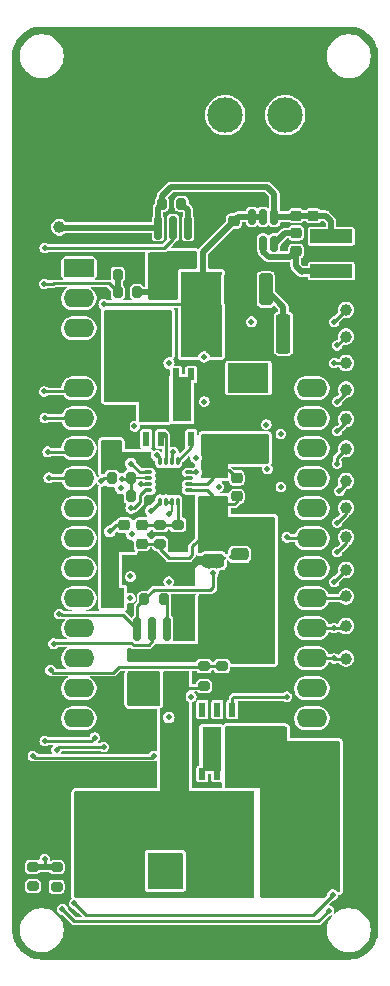
<source format=gbr>
%TF.GenerationSoftware,KiCad,Pcbnew,8.0.0*%
%TF.CreationDate,2024-05-28T22:42:53-04:00*%
%TF.ProjectId,MPPT Charge Controller,4d505054-2043-4686-9172-676520436f6e,0.2*%
%TF.SameCoordinates,Original*%
%TF.FileFunction,Copper,L1,Top*%
%TF.FilePolarity,Positive*%
%FSLAX46Y46*%
G04 Gerber Fmt 4.6, Leading zero omitted, Abs format (unit mm)*
G04 Created by KiCad (PCBNEW 8.0.0) date 2024-05-28 22:42:53*
%MOMM*%
%LPD*%
G01*
G04 APERTURE LIST*
G04 Aperture macros list*
%AMRoundRect*
0 Rectangle with rounded corners*
0 $1 Rounding radius*
0 $2 $3 $4 $5 $6 $7 $8 $9 X,Y pos of 4 corners*
0 Add a 4 corners polygon primitive as box body*
4,1,4,$2,$3,$4,$5,$6,$7,$8,$9,$2,$3,0*
0 Add four circle primitives for the rounded corners*
1,1,$1+$1,$2,$3*
1,1,$1+$1,$4,$5*
1,1,$1+$1,$6,$7*
1,1,$1+$1,$8,$9*
0 Add four rect primitives between the rounded corners*
20,1,$1+$1,$2,$3,$4,$5,0*
20,1,$1+$1,$4,$5,$6,$7,0*
20,1,$1+$1,$6,$7,$8,$9,0*
20,1,$1+$1,$8,$9,$2,$3,0*%
G04 Aperture macros list end*
%TA.AperFunction,ComponentPad*%
%ADD10RoundRect,0.250000X-1.050000X-0.550000X1.050000X-0.550000X1.050000X0.550000X-1.050000X0.550000X0*%
%TD*%
%TA.AperFunction,ComponentPad*%
%ADD11O,2.600000X1.600000*%
%TD*%
%TA.AperFunction,ComponentPad*%
%ADD12C,3.000000*%
%TD*%
%TA.AperFunction,ComponentPad*%
%ADD13R,3.000000X3.000000*%
%TD*%
%TA.AperFunction,SMDPad,CuDef*%
%ADD14RoundRect,0.225000X-0.250000X0.225000X-0.250000X-0.225000X0.250000X-0.225000X0.250000X0.225000X0*%
%TD*%
%TA.AperFunction,SMDPad,CuDef*%
%ADD15RoundRect,0.250000X-0.362500X-1.425000X0.362500X-1.425000X0.362500X1.425000X-0.362500X1.425000X0*%
%TD*%
%TA.AperFunction,SMDPad,CuDef*%
%ADD16RoundRect,0.150000X0.150000X-0.825000X0.150000X0.825000X-0.150000X0.825000X-0.150000X-0.825000X0*%
%TD*%
%TA.AperFunction,SMDPad,CuDef*%
%ADD17RoundRect,0.200000X-0.275000X0.200000X-0.275000X-0.200000X0.275000X-0.200000X0.275000X0.200000X0*%
%TD*%
%TA.AperFunction,SMDPad,CuDef*%
%ADD18C,1.000000*%
%TD*%
%TA.AperFunction,SMDPad,CuDef*%
%ADD19RoundRect,0.225000X0.250000X-0.225000X0.250000X0.225000X-0.250000X0.225000X-0.250000X-0.225000X0*%
%TD*%
%TA.AperFunction,SMDPad,CuDef*%
%ADD20R,3.600000X1.150000*%
%TD*%
%TA.AperFunction,SMDPad,CuDef*%
%ADD21RoundRect,0.250000X0.650000X-0.325000X0.650000X0.325000X-0.650000X0.325000X-0.650000X-0.325000X0*%
%TD*%
%TA.AperFunction,SMDPad,CuDef*%
%ADD22RoundRect,0.200000X-0.200000X-0.275000X0.200000X-0.275000X0.200000X0.275000X-0.200000X0.275000X0*%
%TD*%
%TA.AperFunction,SMDPad,CuDef*%
%ADD23RoundRect,0.200000X0.200000X0.275000X-0.200000X0.275000X-0.200000X-0.275000X0.200000X-0.275000X0*%
%TD*%
%TA.AperFunction,SMDPad,CuDef*%
%ADD24RoundRect,0.250000X0.325000X1.100000X-0.325000X1.100000X-0.325000X-1.100000X0.325000X-1.100000X0*%
%TD*%
%TA.AperFunction,SMDPad,CuDef*%
%ADD25R,0.610000X1.270000*%
%TD*%
%TA.AperFunction,SMDPad,CuDef*%
%ADD26R,1.650000X3.810000*%
%TD*%
%TA.AperFunction,SMDPad,CuDef*%
%ADD27R,0.610000X1.020000*%
%TD*%
%TA.AperFunction,SMDPad,CuDef*%
%ADD28RoundRect,0.250000X0.625000X-0.312500X0.625000X0.312500X-0.625000X0.312500X-0.625000X-0.312500X0*%
%TD*%
%TA.AperFunction,SMDPad,CuDef*%
%ADD29RoundRect,0.150000X-0.150000X0.512500X-0.150000X-0.512500X0.150000X-0.512500X0.150000X0.512500X0*%
%TD*%
%TA.AperFunction,SMDPad,CuDef*%
%ADD30R,3.500000X2.500000*%
%TD*%
%TA.AperFunction,SMDPad,CuDef*%
%ADD31RoundRect,0.200000X0.275000X-0.200000X0.275000X0.200000X-0.275000X0.200000X-0.275000X-0.200000X0*%
%TD*%
%TA.AperFunction,SMDPad,CuDef*%
%ADD32RoundRect,0.250000X0.475000X-0.250000X0.475000X0.250000X-0.475000X0.250000X-0.475000X-0.250000X0*%
%TD*%
%TA.AperFunction,SMDPad,CuDef*%
%ADD33R,4.860000X3.360000*%
%TD*%
%TA.AperFunction,SMDPad,CuDef*%
%ADD34R,1.400000X1.390000*%
%TD*%
%TA.AperFunction,SMDPad,CuDef*%
%ADD35O,0.800000X0.280000*%
%TD*%
%TA.AperFunction,SMDPad,CuDef*%
%ADD36O,0.280000X0.800000*%
%TD*%
%TA.AperFunction,SMDPad,CuDef*%
%ADD37R,2.140000X2.140000*%
%TD*%
%TA.AperFunction,ViaPad*%
%ADD38C,0.500000*%
%TD*%
%TA.AperFunction,ViaPad*%
%ADD39C,1.000000*%
%TD*%
%TA.AperFunction,Conductor*%
%ADD40C,0.250000*%
%TD*%
%TA.AperFunction,Conductor*%
%ADD41C,1.000000*%
%TD*%
%TA.AperFunction,Conductor*%
%ADD42C,0.500000*%
%TD*%
%TA.AperFunction,Conductor*%
%ADD43C,0.150000*%
%TD*%
G04 APERTURE END LIST*
D10*
%TO.P,A1,1,~{RESET}*%
%TO.N,unconnected-(A1-~{RESET}-Pad1)*%
X100140000Y-80960000D03*
D11*
%TO.P,A1,2,3V3*%
%TO.N,+3.3V*%
X100140000Y-83500000D03*
%TO.P,A1,3,NC*%
%TO.N,unconnected-(A1-NC-Pad3)*%
X100140000Y-86040000D03*
%TO.P,A1,4,GND*%
%TO.N,GND*%
X100140000Y-88580000D03*
%TO.P,A1,5,DAC2/A0*%
%TO.N,/Solar Voltage*%
X100140000Y-91120000D03*
%TO.P,A1,6,DAC1/A1*%
%TO.N,/Solar Current*%
X100140000Y-93660000D03*
%TO.P,A1,7,I34/A2*%
%TO.N,/Battery Voltage*%
X100140000Y-96200000D03*
%TO.P,A1,8,I39/A3*%
%TO.N,/Battery Current*%
X100140000Y-98740000D03*
%TO.P,A1,9,IO36/A4*%
%TO.N,unconnected-(A1-IO36{slash}A4-Pad9)*%
X100140000Y-101280000D03*
%TO.P,A1,10,IO4/A5*%
%TO.N,unconnected-(A1-IO4{slash}A5-Pad10)*%
X100140000Y-103820000D03*
%TO.P,A1,11,SCK/IO5*%
%TO.N,unconnected-(A1-SCK{slash}IO5-Pad11)*%
X100140000Y-106360000D03*
%TO.P,A1,12,MOSI/IO18*%
%TO.N,unconnected-(A1-MOSI{slash}IO18-Pad12)*%
X100140000Y-108900000D03*
%TO.P,A1,13,MISO/IO19*%
%TO.N,unconnected-(A1-MISO{slash}IO19-Pad13)*%
X100140000Y-111440000D03*
%TO.P,A1,14,RX/IO16*%
%TO.N,unconnected-(A1-RX{slash}IO16-Pad14)*%
X100140000Y-113980000D03*
%TO.P,A1,15,TX/IO17*%
%TO.N,unconnected-(A1-TX{slash}IO17-Pad15)*%
X100140000Y-116520000D03*
%TO.P,A1,16,TXD0*%
%TO.N,unconnected-(A1-TXD0-Pad16)*%
X100140000Y-119060000D03*
%TO.P,A1,17,SDA/IO23*%
%TO.N,/SDA*%
X119860000Y-119060000D03*
%TO.P,A1,18,SCL/IO22*%
%TO.N,/SCL*%
X119860000Y-116520000D03*
%TO.P,A1,19,D5*%
%TO.N,/STAT1*%
X119860000Y-113980000D03*
%TO.P,A1,20,D6*%
%TO.N,/STAT2*%
X119860000Y-111440000D03*
%TO.P,A1,21,D9*%
%TO.N,/~{Charge EN}*%
X119860000Y-108900000D03*
%TO.P,A1,22,D10*%
%TO.N,/SD_CS*%
X119860000Y-106360000D03*
%TO.P,A1,23,D11*%
%TO.N,/Load Enable*%
X119860000Y-103820000D03*
%TO.P,A1,24,D12*%
%TO.N,unconnected-(A1-D12-Pad24)*%
X119860000Y-101280000D03*
%TO.P,A1,25,D13*%
%TO.N,unconnected-(A1-D13-Pad25)*%
X119860000Y-98740000D03*
%TO.P,A1,26,VBUS*%
%TO.N,unconnected-(A1-VBUS-Pad26)*%
X119860000Y-96200000D03*
%TO.P,A1,27,EN*%
%TO.N,unconnected-(A1-EN-Pad27)*%
X119860000Y-93660000D03*
%TO.P,A1,28,VBAT*%
%TO.N,unconnected-(A1-VBAT-Pad28)*%
X119860000Y-91120000D03*
%TD*%
D12*
%TO.P,TP15,1,1*%
%TO.N,/Input*%
X117620000Y-68000000D03*
%TD*%
%TO.P,TP14,1,1*%
%TO.N,GND*%
X102380000Y-68000000D03*
%TD*%
%TO.P,J3,2,Pin_2*%
%TO.N,Net-(J2-Pin_2)*%
X112540000Y-132000000D03*
D13*
%TO.P,J3,1,Pin_1*%
%TO.N,Net-(J3-Pin_1)*%
X117620000Y-132000000D03*
%TD*%
D12*
%TO.P,J2,2,Pin_2*%
%TO.N,Net-(J2-Pin_2)*%
X102380000Y-132000000D03*
D13*
%TO.P,J2,1,Pin_1*%
%TO.N,GND*%
X107460000Y-132000000D03*
%TD*%
D12*
%TO.P,J1,2,Pin_2*%
%TO.N,/Input*%
X112540000Y-68000000D03*
D13*
%TO.P,J1,1,Pin_1*%
%TO.N,GND*%
X107460000Y-68000000D03*
%TD*%
D14*
%TO.P,C10,1*%
%TO.N,/VFB*%
X105500000Y-102725000D03*
%TO.P,C10,2*%
%TO.N,Net-(U1-SRN)*%
X105500000Y-104275000D03*
%TD*%
D15*
%TO.P,R5,1*%
%TO.N,/VIN*%
X111537500Y-86500000D03*
%TO.P,R5,2*%
%TO.N,Net-(C1-Pad1)*%
X117462500Y-86500000D03*
%TD*%
D16*
%TO.P,U3,1,IP+*%
%TO.N,/Input*%
X106845000Y-82475000D03*
%TO.P,U3,2,IP+*%
X108115000Y-82475000D03*
%TO.P,U3,3,IP-*%
%TO.N,/VIN*%
X109385000Y-82475000D03*
%TO.P,U3,4,IP-*%
X110655000Y-82475000D03*
%TO.P,U3,5,GND*%
%TO.N,GND*%
X110655000Y-77525000D03*
%TO.P,U3,6,FILTER*%
%TO.N,Net-(U3-FILTER)*%
X109385000Y-77525000D03*
%TO.P,U3,7,VIOUT*%
%TO.N,/Solar Current*%
X108115000Y-77525000D03*
%TO.P,U3,8,VCC*%
%TO.N,+3.3V*%
X106845000Y-77525000D03*
%TD*%
D17*
%TO.P,R7,1*%
%TO.N,/VREF*%
X98250000Y-131675000D03*
%TO.P,R7,2*%
%TO.N,Net-(D3-A)*%
X98250000Y-133325000D03*
%TD*%
%TO.P,R8,1*%
%TO.N,/VREF*%
X96250000Y-131637500D03*
%TO.P,R8,2*%
%TO.N,Net-(D4-A)*%
X96250000Y-133287500D03*
%TD*%
D18*
%TO.P,TP8,1,1*%
%TO.N,/RGEN*%
X122750000Y-93750000D03*
%TD*%
D19*
%TO.P,C11,1*%
%TO.N,GND*%
X113250000Y-78525000D03*
%TO.P,C11,2*%
%TO.N,/VIN*%
X113250000Y-76975000D03*
%TD*%
D20*
%TO.P,L2,1,1*%
%TO.N,Net-(U2-SW)*%
X121500000Y-81225000D03*
%TO.P,L2,2,2*%
%TO.N,+3.3V*%
X121500000Y-78275000D03*
%TD*%
D18*
%TO.P,TP3,1,1*%
%TO.N,/MPPSET*%
X122750000Y-106500000D03*
%TD*%
%TO.P,TP4,1,1*%
%TO.N,/TS*%
X122750000Y-103750000D03*
%TD*%
D21*
%TO.P,C8,1*%
%TO.N,GND*%
X111500000Y-105725000D03*
%TO.P,C8,2*%
%TO.N,Net-(U1-SRN)*%
X111500000Y-102775000D03*
%TD*%
D18*
%TO.P,TP9,1,1*%
%TO.N,/BTST*%
X122750000Y-91250000D03*
%TD*%
D22*
%TO.P,R3,2*%
%TO.N,/MPPSET*%
X104575000Y-98750000D03*
%TO.P,R3,1*%
%TO.N,/VIN*%
X102925000Y-98750000D03*
%TD*%
D16*
%TO.P,U4,1,IP+*%
%TO.N,Net-(U1-SRN)*%
X105095000Y-116475000D03*
%TO.P,U4,2,IP+*%
X106365000Y-116475000D03*
%TO.P,U4,3,IP-*%
%TO.N,Net-(J2-Pin_2)*%
X107635000Y-116475000D03*
%TO.P,U4,4,IP-*%
X108905000Y-116475000D03*
%TO.P,U4,5,GND*%
%TO.N,GND*%
X108905000Y-111525000D03*
%TO.P,U4,6,FILTER*%
%TO.N,Net-(U4-FILTER)*%
X107635000Y-111525000D03*
%TO.P,U4,7,VIOUT*%
%TO.N,/Battery Current*%
X106365000Y-111525000D03*
%TO.P,U4,8,VCC*%
%TO.N,+3.3V*%
X105095000Y-111525000D03*
%TD*%
D14*
%TO.P,C3,1*%
%TO.N,/VREF*%
X104000000Y-102725000D03*
%TO.P,C3,2*%
%TO.N,PWR GND*%
X104000000Y-104275000D03*
%TD*%
D18*
%TO.P,TP11,1,1*%
%TO.N,/LODRV*%
X122750000Y-86750000D03*
%TD*%
D23*
%TO.P,R12,1*%
%TO.N,/Input*%
X105075000Y-83000000D03*
%TO.P,R12,2*%
%TO.N,/Solar Voltage*%
X103425000Y-83000000D03*
%TD*%
D18*
%TO.P,TP1,1,1*%
%TO.N,/VCC*%
X122750000Y-96250000D03*
%TD*%
D24*
%TO.P,C1,1*%
%TO.N,Net-(C1-Pad1)*%
X115975000Y-82750000D03*
%TO.P,C1,2*%
%TO.N,GND*%
X113025000Y-82750000D03*
%TD*%
D25*
%TO.P,Q1,1,S*%
%TO.N,/PH*%
X105845000Y-95420000D03*
%TO.P,Q1,2,G*%
%TO.N,/HIDRV*%
X107115000Y-95420000D03*
%TO.P,Q1,3,S*%
%TO.N,GND*%
X108385000Y-95420000D03*
%TO.P,Q1,4,G*%
%TO.N,/LODRV*%
X109655000Y-95420000D03*
D26*
%TO.P,Q1,5,D*%
%TO.N,/PH*%
X108880000Y-92060000D03*
D27*
X109655000Y-89955000D03*
%TO.P,Q1,6,D*%
X108385000Y-89955000D03*
%TO.P,Q1,7,D*%
%TO.N,Net-(D1-K)*%
X107115000Y-89955000D03*
D26*
%TO.P,Q1,8,D*%
X106620000Y-92060000D03*
D27*
X105845000Y-89955000D03*
%TD*%
D17*
%TO.P,R1,1*%
%TO.N,/VFB*%
X108500000Y-102675000D03*
%TO.P,R1,2*%
%TO.N,PWR GND*%
X108500000Y-104325000D03*
%TD*%
D23*
%TO.P,R14,1*%
%TO.N,Net-(U3-FILTER)*%
X108825000Y-75500000D03*
%TO.P,R14,2*%
%TO.N,+3.3V*%
X107175000Y-75500000D03*
%TD*%
D28*
%TO.P,RSR1,1*%
%TO.N,Net-(U1-SRN)*%
X111500000Y-100962500D03*
%TO.P,RSR1,2*%
%TO.N,Net-(U1-SRP)*%
X111500000Y-98037500D03*
%TD*%
D29*
%TO.P,U2,1,FB*%
%TO.N,+3.3V*%
X116700000Y-76612500D03*
%TO.P,U2,2,EN*%
%TO.N,/VIN*%
X115750000Y-76612500D03*
%TO.P,U2,3,IN*%
X114800000Y-76612500D03*
%TO.P,U2,4,GND*%
%TO.N,GND*%
X114800000Y-78887500D03*
%TO.P,U2,5,SW*%
%TO.N,Net-(U2-SW)*%
X115750000Y-78887500D03*
%TO.P,U2,6,BST*%
%TO.N,Net-(U2-BST)*%
X116700000Y-78887500D03*
%TD*%
D23*
%TO.P,R4,1*%
%TO.N,/MPPSET*%
X104575000Y-100250000D03*
%TO.P,R4,2*%
%TO.N,PWR GND*%
X102925000Y-100250000D03*
%TD*%
D19*
%TO.P,C14,1*%
%TO.N,+3.3V*%
X118500000Y-76525000D03*
%TO.P,C14,2*%
%TO.N,GND*%
X118500000Y-74975000D03*
%TD*%
D18*
%TO.P,TP6,1,1*%
%TO.N,/STAT1*%
X122750000Y-114010000D03*
%TD*%
D30*
%TO.P,L1,2,2*%
%TO.N,Net-(U1-SRP)*%
X114500000Y-96250000D03*
%TO.P,L1,1,1*%
%TO.N,/PH*%
X114500000Y-90250000D03*
%TD*%
D31*
%TO.P,R2,1*%
%TO.N,Net-(U1-SRN)*%
X107000000Y-104325000D03*
%TO.P,R2,2*%
%TO.N,/VFB*%
X107000000Y-102675000D03*
%TD*%
D18*
%TO.P,TP5,1,1*%
%TO.N,/VFB*%
X122750000Y-101250000D03*
%TD*%
%TO.P,TP7,1,1*%
%TO.N,/STAT2*%
X122750000Y-111250000D03*
%TD*%
D22*
%TO.P,R13,1*%
%TO.N,/Solar Voltage*%
X103425000Y-81500000D03*
%TO.P,R13,2*%
%TO.N,GND*%
X105075000Y-81500000D03*
%TD*%
D18*
%TO.P,TP13,1,1*%
%TO.N,/~{Charge EN}*%
X122750000Y-108750000D03*
%TD*%
D19*
%TO.P,C12,1*%
%TO.N,Net-(U2-SW)*%
X118500000Y-79525000D03*
%TO.P,C12,2*%
%TO.N,Net-(U2-BST)*%
X118500000Y-77975000D03*
%TD*%
D32*
%TO.P,C9,1*%
%TO.N,GND*%
X113750000Y-105200000D03*
%TO.P,C9,2*%
%TO.N,Net-(U1-SRN)*%
X113750000Y-103300000D03*
%TD*%
D31*
%TO.P,R15,1*%
%TO.N,Net-(J2-Pin_2)*%
X110750000Y-116325000D03*
%TO.P,R15,2*%
%TO.N,/Battery Voltage*%
X110750000Y-114675000D03*
%TD*%
D17*
%TO.P,R16,1*%
%TO.N,/Battery Voltage*%
X112250000Y-114675000D03*
%TO.P,R16,2*%
%TO.N,GND*%
X112250000Y-116325000D03*
%TD*%
D25*
%TO.P,Q2,1,S*%
%TO.N,GND*%
X114405000Y-118330000D03*
%TO.P,Q2,2,G*%
%TO.N,/Load Enable*%
X113135000Y-118330000D03*
%TO.P,Q2,3,S*%
%TO.N,unconnected-(Q2B-S-Pad3)*%
X111865000Y-118330000D03*
%TO.P,Q2,4,G*%
%TO.N,unconnected-(Q2B-G-Pad4)*%
X110595000Y-118330000D03*
D26*
%TO.P,Q2,5,D*%
%TO.N,unconnected-(Q2B-D-Pad5)*%
X111370000Y-121690000D03*
D27*
X110595000Y-123795000D03*
%TO.P,Q2,6,D*%
X111865000Y-123795000D03*
%TO.P,Q2,7,D*%
%TO.N,Net-(J3-Pin_1)*%
X113135000Y-123795000D03*
D26*
%TO.P,Q2,8,D*%
X113630000Y-121690000D03*
D27*
X114405000Y-123795000D03*
%TD*%
D14*
%TO.P,C7,1*%
%TO.N,Net-(U1-SRP)*%
X113500000Y-98725000D03*
%TO.P,C7,2*%
%TO.N,Net-(U1-SRN)*%
X113500000Y-100275000D03*
%TD*%
D21*
%TO.P,C6,1*%
%TO.N,GND*%
X103500000Y-94225000D03*
%TO.P,C6,2*%
%TO.N,Net-(D1-K)*%
X103500000Y-91275000D03*
%TD*%
D18*
%TO.P,TP12,1,1*%
%TO.N,/PH*%
X122750000Y-84500000D03*
%TD*%
%TO.P,TP2,1,1*%
%TO.N,/VREF*%
X122750000Y-99000000D03*
%TD*%
D23*
%TO.P,R11,1*%
%TO.N,Net-(U4-FILTER)*%
X107325000Y-109000000D03*
%TO.P,R11,2*%
%TO.N,+3.3V*%
X105675000Y-109000000D03*
%TD*%
D19*
%TO.P,C13,1*%
%TO.N,+3.3V*%
X120000000Y-76525000D03*
%TO.P,C13,2*%
%TO.N,GND*%
X120000000Y-74975000D03*
%TD*%
D33*
%TO.P,D1,1,K*%
%TO.N,Net-(D1-K)*%
X105630000Y-86500000D03*
D34*
%TO.P,D1,2,A*%
%TO.N,/VIN*%
X109612000Y-85580000D03*
X109612000Y-87420000D03*
%TD*%
D35*
%TO.P,U1,1,VCC*%
%TO.N,/VCC*%
X106000000Y-98250000D03*
%TO.P,U1,2,MPPSET*%
%TO.N,/MPPSET*%
X106000000Y-98750000D03*
%TO.P,U1,3,STAT1*%
%TO.N,/STAT1*%
X106000000Y-99250000D03*
%TO.P,U1,4,TS*%
%TO.N,/TS*%
X106000000Y-99750000D03*
D36*
%TO.P,U1,5,STAT2*%
%TO.N,/STAT2*%
X107000000Y-100750000D03*
%TO.P,U1,6,VREF*%
%TO.N,/VREF*%
X107500000Y-100750000D03*
%TO.P,U1,7,TERM_EN*%
X108000000Y-100750000D03*
%TO.P,U1,8,VFB*%
%TO.N,/VFB*%
X108500000Y-100750000D03*
D35*
%TO.P,U1,9,SRN*%
%TO.N,Net-(U1-SRN)*%
X109500000Y-99750000D03*
%TO.P,U1,10,SRP*%
%TO.N,Net-(U1-SRP)*%
X109500000Y-99250000D03*
%TO.P,U1,11,GND*%
%TO.N,PWR GND*%
X109500000Y-98750000D03*
%TO.P,U1,12,REGN*%
%TO.N,/RGEN*%
X109500000Y-98250000D03*
D36*
%TO.P,U1,13,LODRV*%
%TO.N,/LODRV*%
X108500000Y-97250000D03*
%TO.P,U1,14,PH*%
%TO.N,/PH*%
X108000000Y-97250000D03*
%TO.P,U1,15,HIDRV*%
%TO.N,/HIDRV*%
X107500000Y-97250000D03*
%TO.P,U1,16,BTST*%
%TO.N,/BTST*%
X107000000Y-97250000D03*
D37*
%TO.P,U1,17,Thermal_Pad*%
%TO.N,PWR GND*%
X107750000Y-99000000D03*
%TD*%
D18*
%TO.P,TP10,1,1*%
%TO.N,/HIDRV*%
X122750000Y-89000000D03*
%TD*%
D38*
%TO.N,GND*%
X108750000Y-110000000D03*
%TO.N,+3.3V*%
X111475000Y-106750000D03*
%TO.N,PWR GND*%
X108500000Y-104325000D03*
%TO.N,/MPPSET*%
X107750000Y-107500000D03*
%TO.N,/SCL*%
X109655000Y-117250000D03*
%TO.N,/SDA*%
X107750000Y-119000000D03*
%TO.N,/TS*%
X104575000Y-101250000D03*
%TO.N,/VCC*%
X116100000Y-97950002D03*
X116000000Y-94200000D03*
X104850000Y-94350000D03*
%TO.N,/STAT2*%
X106250000Y-101500000D03*
%TO.N,/MPPSET*%
X103775000Y-98782635D03*
%TO.N,/TS*%
X104641320Y-103499654D03*
%TO.N,/Load Enable*%
X117750000Y-103750000D03*
X117750000Y-117250000D03*
%TO.N,Net-(D4-A)*%
X96250000Y-133250000D03*
%TO.N,Net-(D3-A)*%
X98250000Y-133287500D03*
%TO.N,GND*%
X111250000Y-76500000D03*
X112000000Y-76500000D03*
X111250000Y-75750000D03*
X112000000Y-75750000D03*
X112000000Y-75000000D03*
X111250000Y-75000000D03*
X113750000Y-105250000D03*
X111500000Y-105750000D03*
%TO.N,Net-(U1-SRN)*%
X105750000Y-115555000D03*
X107000000Y-104325000D03*
%TO.N,/PH*%
X114750000Y-85500000D03*
X121750000Y-85500000D03*
%TO.N,/LODRV*%
X109655000Y-95420000D03*
X110750000Y-88500000D03*
X122000000Y-87500000D03*
%TO.N,/HIDRV*%
X107410464Y-95124536D03*
X107800000Y-89000000D03*
X121750000Y-89000000D03*
%TO.N,/BTST*%
X110062500Y-97000000D03*
X110750000Y-92250000D03*
X122000000Y-92250000D03*
%TO.N,/RGEN*%
X112000000Y-99475000D03*
X117250000Y-99500000D03*
X117250000Y-95000000D03*
X122000000Y-94750000D03*
%TO.N,/VREF*%
X122200000Y-99800000D03*
%TO.N,/VCC*%
X104525000Y-97500000D03*
X122000000Y-97500000D03*
%TO.N,/VFB*%
X108500000Y-102675000D03*
X122000000Y-102500000D03*
%TO.N,/TS*%
X122000000Y-105000000D03*
%TO.N,/MPPSET*%
X121750000Y-107500000D03*
%TO.N,/~{Charge EN}*%
X104500000Y-108900000D03*
%TO.N,/MPPSET*%
X104500000Y-107062500D03*
%TO.N,/VREF*%
X103700000Y-99600000D03*
X107750000Y-101750000D03*
%TO.N,/STAT2*%
X121300000Y-135350000D03*
X121750000Y-111440000D03*
X98750000Y-135250000D03*
%TO.N,/STAT1*%
X99750000Y-134750000D03*
X121650000Y-134050000D03*
X121750000Y-114000000D03*
%TO.N,/Battery Voltage*%
X97500000Y-96500000D03*
X97750000Y-115000000D03*
%TO.N,/Battery Current*%
X97600000Y-98700000D03*
X98000000Y-112750000D03*
%TO.N,Net-(D1-K)*%
X103500000Y-91275000D03*
%TO.N,+3.3V*%
X98500000Y-110250000D03*
%TO.N,/Solar Voltage*%
X97200000Y-91400000D03*
X97200000Y-82300000D03*
D39*
%TO.N,/Input*%
X109500000Y-80250000D03*
X108500000Y-80250000D03*
X107500000Y-80250000D03*
X106500000Y-80250000D03*
D38*
%TO.N,/VIN*%
X102050000Y-98950000D03*
X102250000Y-84000000D03*
%TO.N,/STAT2*%
X106500000Y-122250000D03*
X96250000Y-122250000D03*
%TO.N,/STAT1*%
X98250000Y-121750000D03*
X102250000Y-121500000D03*
X105400000Y-99257149D03*
%TO.N,/PH*%
X108137501Y-96517501D03*
D39*
X114500000Y-90250000D03*
D38*
%TO.N,/VREF*%
X97250000Y-131000000D03*
X97250000Y-121000000D03*
X101500000Y-120700000D03*
X102750000Y-103250000D03*
%TO.N,/RGEN*%
X110094384Y-98250000D03*
%TO.N,/BTST*%
X106750000Y-96800000D03*
D39*
%TO.N,/PH*%
X108880000Y-92060000D03*
D38*
X105845000Y-95420000D03*
D39*
%TO.N,+3.3V*%
X98500000Y-77500000D03*
D38*
%TO.N,/Solar Current*%
X97250000Y-93660000D03*
X97250000Y-79250000D03*
%TO.N,PWR GND*%
X107750000Y-99750000D03*
X102750000Y-102250000D03*
X103000000Y-96000000D03*
X107000000Y-98250000D03*
X107750000Y-98250000D03*
X107000000Y-99750000D03*
X108500000Y-99000000D03*
X103550000Y-108937500D03*
X108500000Y-98250000D03*
X107750000Y-99000000D03*
X108500000Y-99750000D03*
X107000000Y-99000000D03*
%TD*%
D40*
%TO.N,GND*%
X108905000Y-110155000D02*
X108750000Y-110000000D01*
X108905000Y-111525000D02*
X108905000Y-110155000D01*
%TO.N,+3.3V*%
X111500000Y-107950000D02*
X111500000Y-106775000D01*
X111500000Y-106775000D02*
X111475000Y-106750000D01*
X106475000Y-108200000D02*
X111250000Y-108200000D01*
X111250000Y-108200000D02*
X111500000Y-107950000D01*
X105675000Y-109000000D02*
X106475000Y-108200000D01*
%TO.N,/STAT2*%
X121300000Y-135350000D02*
X120400000Y-136250000D01*
X120400000Y-136250000D02*
X99750000Y-136250000D01*
X99750000Y-136250000D02*
X98750000Y-135250000D01*
%TO.N,/STAT1*%
X100750000Y-135750000D02*
X99750000Y-134750000D01*
X121650000Y-134050000D02*
X119950000Y-135750000D01*
X119950000Y-135750000D02*
X100750000Y-135750000D01*
%TO.N,/PH*%
X108000000Y-96655002D02*
X108000000Y-97250000D01*
X108137501Y-96517501D02*
X108000000Y-96655002D01*
%TO.N,/TS*%
X104798004Y-101250000D02*
X104575000Y-101250000D01*
X105300000Y-100200000D02*
X105300000Y-100748004D01*
X105750000Y-99750000D02*
X105300000Y-100200000D01*
X105300000Y-100748004D02*
X104798004Y-101250000D01*
X106000000Y-99750000D02*
X105750000Y-99750000D01*
%TO.N,/HIDRV*%
X107500000Y-95214072D02*
X107500000Y-97250000D01*
X107410464Y-95124536D02*
X107500000Y-95214072D01*
%TO.N,/VIN*%
X102250000Y-98750000D02*
X102925000Y-98750000D01*
X102050000Y-98950000D02*
X102250000Y-98750000D01*
%TO.N,/RGEN*%
X110094384Y-98250000D02*
X109500000Y-98250000D01*
%TO.N,/BTST*%
X107000000Y-97050000D02*
X106750000Y-96800000D01*
X107000000Y-97250000D02*
X107000000Y-97050000D01*
%TO.N,PWR GND*%
X108750000Y-98750000D02*
X108500000Y-99000000D01*
X109500000Y-98750000D02*
X108750000Y-98750000D01*
D41*
%TO.N,/PH*%
X114205000Y-89955000D02*
X114500000Y-90250000D01*
D42*
X114500000Y-90250000D02*
X113955000Y-89705000D01*
D40*
%TO.N,/STAT2*%
X107000000Y-100750000D02*
X106250000Y-101500000D01*
%TO.N,/Battery Current*%
X106365000Y-112499999D02*
X106365000Y-111525000D01*
X104744092Y-112825000D02*
X106039999Y-112825000D01*
X106039999Y-112825000D02*
X106365000Y-112499999D01*
X98050000Y-112700000D02*
X104619092Y-112700000D01*
X98000000Y-112750000D02*
X98050000Y-112700000D01*
X104619092Y-112700000D02*
X104744092Y-112825000D01*
%TO.N,/Battery Voltage*%
X103000000Y-115200000D02*
X97950000Y-115200000D01*
X103500000Y-114700000D02*
X103000000Y-115200000D01*
X110750000Y-114675000D02*
X110725000Y-114700000D01*
X110725000Y-114700000D02*
X103500000Y-114700000D01*
X97950000Y-115200000D02*
X97750000Y-115000000D01*
%TO.N,/Solar Voltage*%
X99560000Y-91400000D02*
X99840000Y-91120000D01*
X97200000Y-91400000D02*
X99560000Y-91400000D01*
X102675000Y-82250000D02*
X103425000Y-83000000D01*
X98000000Y-82250000D02*
X102675000Y-82250000D01*
X97950000Y-82300000D02*
X98000000Y-82250000D01*
X97200000Y-82300000D02*
X97950000Y-82300000D01*
%TO.N,/Battery Current*%
X97600000Y-98700000D02*
X97640000Y-98740000D01*
X97640000Y-98740000D02*
X99840000Y-98740000D01*
D42*
%TO.N,+3.3V*%
X116700000Y-74700000D02*
X116700000Y-76612500D01*
X116100000Y-74100000D02*
X116700000Y-74700000D01*
X107900000Y-74100000D02*
X116100000Y-74100000D01*
X107175000Y-74825000D02*
X107900000Y-74100000D01*
X107175000Y-75500000D02*
X107175000Y-74825000D01*
D40*
%TO.N,/STAT2*%
X106350000Y-122400000D02*
X106500000Y-122250000D01*
X96250000Y-122250000D02*
X96400000Y-122400000D01*
X96400000Y-122400000D02*
X106350000Y-122400000D01*
%TO.N,/VREF*%
X101200000Y-121000000D02*
X101500000Y-120700000D01*
X97250000Y-121000000D02*
X101200000Y-121000000D01*
X122750000Y-99250000D02*
X122750000Y-99000000D01*
X122200000Y-99800000D02*
X122750000Y-99250000D01*
%TO.N,/STAT1*%
X105400000Y-99257149D02*
X105407149Y-99250000D01*
X105407149Y-99250000D02*
X106000000Y-99250000D01*
%TO.N,/MPPSET*%
X103775000Y-98782635D02*
X104542365Y-98782635D01*
X104542365Y-98782635D02*
X104575000Y-98750000D01*
%TO.N,/Load Enable*%
X113250000Y-117250000D02*
X113135000Y-117365000D01*
X113135000Y-117365000D02*
X113135000Y-118330000D01*
X117750000Y-117250000D02*
X113250000Y-117250000D01*
X117820000Y-103820000D02*
X117750000Y-103750000D01*
X120160000Y-103820000D02*
X117820000Y-103820000D01*
%TO.N,Net-(D4-A)*%
X96250000Y-133287500D02*
X96250000Y-133250000D01*
%TO.N,Net-(D3-A)*%
X98250000Y-133325000D02*
X98250000Y-133287500D01*
%TO.N,/VCC*%
X105298004Y-98250000D02*
X104548004Y-97500000D01*
X106000000Y-98250000D02*
X105298004Y-98250000D01*
X104548004Y-97500000D02*
X104525000Y-97500000D01*
%TO.N,GND*%
X108405000Y-95420000D02*
X108500000Y-95325000D01*
X108385000Y-95420000D02*
X108405000Y-95420000D01*
X113750000Y-105200000D02*
X113750000Y-105250000D01*
X111500000Y-105725000D02*
X111500000Y-105750000D01*
%TO.N,Net-(U1-SRN)*%
X107000000Y-104750000D02*
X107000000Y-104325000D01*
X109750000Y-105250000D02*
X109500000Y-105500000D01*
X107750000Y-105500000D02*
X107000000Y-104750000D01*
X109500000Y-105500000D02*
X107750000Y-105500000D01*
X109750000Y-104525000D02*
X109750000Y-105250000D01*
X111500000Y-102775000D02*
X109750000Y-104525000D01*
X106365000Y-116170000D02*
X106365000Y-116475000D01*
X105750000Y-115555000D02*
X106365000Y-116170000D01*
%TO.N,/PH*%
X122750000Y-84500000D02*
X121750000Y-85500000D01*
%TO.N,/LODRV*%
X122750000Y-86750000D02*
X122000000Y-87500000D01*
%TO.N,/HIDRV*%
X122750000Y-89000000D02*
X121750000Y-89000000D01*
%TO.N,/BTST*%
X122750000Y-91500000D02*
X122000000Y-92250000D01*
X122750000Y-91250000D02*
X122750000Y-91500000D01*
%TO.N,/RGEN*%
X122750000Y-94000000D02*
X122000000Y-94750000D01*
X122750000Y-93750000D02*
X122750000Y-94000000D01*
%TO.N,/VCC*%
X122000000Y-97000000D02*
X122750000Y-96250000D01*
X122000000Y-97500000D02*
X122000000Y-97000000D01*
%TO.N,/VFB*%
X122750000Y-101750000D02*
X122000000Y-102500000D01*
X122750000Y-101250000D02*
X122750000Y-101750000D01*
%TO.N,/TS*%
X122750000Y-104250000D02*
X122000000Y-105000000D01*
X122750000Y-103750000D02*
X122750000Y-104250000D01*
%TO.N,/MPPSET*%
X122750000Y-106500000D02*
X121750000Y-107500000D01*
%TO.N,/~{Charge EN}*%
X122750000Y-108750000D02*
X122600000Y-108900000D01*
X122600000Y-108900000D02*
X120160000Y-108900000D01*
%TO.N,/STAT2*%
X122750000Y-111250000D02*
X122560000Y-111440000D01*
X122560000Y-111440000D02*
X121750000Y-111440000D01*
%TO.N,/STAT1*%
X122750000Y-114010000D02*
X121760000Y-114010000D01*
X121760000Y-114010000D02*
X121750000Y-114000000D01*
%TO.N,/STAT2*%
X121750000Y-111440000D02*
X120160000Y-111440000D01*
D43*
%TO.N,/VREF*%
X108000000Y-101500000D02*
X107750000Y-101750000D01*
X108000000Y-100750000D02*
X108000000Y-101500000D01*
D40*
%TO.N,/STAT1*%
X121730000Y-113980000D02*
X121750000Y-114000000D01*
X120160000Y-113980000D02*
X121730000Y-113980000D01*
%TO.N,/Battery Voltage*%
X99540000Y-96500000D02*
X99840000Y-96200000D01*
X97500000Y-96500000D02*
X99540000Y-96500000D01*
%TO.N,+3.3V*%
X98620000Y-110250000D02*
X98685000Y-110315000D01*
X98500000Y-110250000D02*
X98620000Y-110250000D01*
X98685000Y-110315000D02*
X103885000Y-110315000D01*
X103885000Y-110315000D02*
X105095000Y-111525000D01*
%TO.N,/VIN*%
X109612000Y-84362000D02*
X109612000Y-85580000D01*
X102250000Y-84000000D02*
X109250000Y-84000000D01*
X109250000Y-84000000D02*
X109612000Y-84362000D01*
%TO.N,/STAT1*%
X98500000Y-121500000D02*
X102250000Y-121500000D01*
X98250000Y-121750000D02*
X98500000Y-121500000D01*
%TO.N,/MPPSET*%
X104575000Y-98750000D02*
X104575000Y-100250000D01*
D43*
X104575000Y-98750000D02*
X106000000Y-98750000D01*
D40*
%TO.N,Net-(U1-SRN)*%
X106950000Y-104275000D02*
X107000000Y-104325000D01*
X105500000Y-104275000D02*
X106950000Y-104275000D01*
%TO.N,/VFB*%
X105550000Y-102675000D02*
X105500000Y-102725000D01*
X107000000Y-102675000D02*
X105550000Y-102675000D01*
X108500000Y-102675000D02*
X107000000Y-102675000D01*
X108500000Y-100750000D02*
X108500000Y-102675000D01*
%TO.N,/VREF*%
X107500000Y-100750000D02*
X108000000Y-100750000D01*
D42*
X97250000Y-131637500D02*
X98212500Y-131637500D01*
X96250000Y-131637500D02*
X97250000Y-131637500D01*
D40*
X97250000Y-131000000D02*
X97250000Y-131637500D01*
X103275000Y-102725000D02*
X102750000Y-103250000D01*
X104000000Y-102725000D02*
X103275000Y-102725000D01*
D42*
X98212500Y-131637500D02*
X98250000Y-131675000D01*
D40*
%TO.N,+3.3V*%
X105095000Y-109580000D02*
X105675000Y-109000000D01*
X105095000Y-111525000D02*
X105095000Y-109580000D01*
%TO.N,Net-(U4-FILTER)*%
X107635000Y-111525000D02*
X107635000Y-109310000D01*
X107635000Y-109310000D02*
X107325000Y-109000000D01*
%TO.N,/Battery Voltage*%
X110750000Y-114675000D02*
X112250000Y-114675000D01*
%TO.N,Net-(J2-Pin_2)*%
X110600000Y-116475000D02*
X110750000Y-116325000D01*
X108905000Y-116475000D02*
X110600000Y-116475000D01*
D41*
%TO.N,Net-(U1-SRN)*%
X113800000Y-103250000D02*
X113750000Y-103300000D01*
D40*
%TO.N,Net-(U1-SRP)*%
X112812500Y-98037500D02*
X111500000Y-98037500D01*
X113500000Y-98725000D02*
X112812500Y-98037500D01*
%TO.N,Net-(U1-SRN)*%
X113287500Y-100962500D02*
X111500000Y-100962500D01*
X113500000Y-100750000D02*
X113287500Y-100962500D01*
X113500000Y-100275000D02*
X113500000Y-100750000D01*
X111500000Y-100250000D02*
X111500000Y-100962500D01*
X111000000Y-99750000D02*
X111500000Y-100250000D01*
X109500000Y-99750000D02*
X111000000Y-99750000D01*
%TO.N,Net-(U1-SRP)*%
X111500000Y-98750000D02*
X111500000Y-98037500D01*
X111000000Y-99250000D02*
X111500000Y-98750000D01*
X109500000Y-99250000D02*
X111000000Y-99250000D01*
%TO.N,/LODRV*%
X109655000Y-96095000D02*
X109655000Y-95420000D01*
X108500000Y-97250000D02*
X109655000Y-96095000D01*
D42*
%TO.N,+3.3V*%
X118500000Y-76525000D02*
X120000000Y-76525000D01*
X106845000Y-77525000D02*
X106845000Y-75830000D01*
X98525000Y-77525000D02*
X98500000Y-77500000D01*
X118412500Y-76612500D02*
X118500000Y-76525000D01*
X121025000Y-76525000D02*
X120000000Y-76525000D01*
X121500000Y-78275000D02*
X121500000Y-77000000D01*
X121500000Y-77000000D02*
X121025000Y-76525000D01*
X106845000Y-75830000D02*
X107175000Y-75500000D01*
X116700000Y-76612500D02*
X118412500Y-76612500D01*
X106845000Y-77525000D02*
X98525000Y-77525000D01*
D40*
%TO.N,/Solar Current*%
X108115000Y-77525000D02*
X108115000Y-78499999D01*
X108115000Y-78499999D02*
X107364999Y-79250000D01*
X97250000Y-93660000D02*
X99840000Y-93660000D01*
X107364999Y-79250000D02*
X97250000Y-79250000D01*
D42*
%TO.N,/Solar Voltage*%
X103425000Y-83000000D02*
X103425000Y-81500000D01*
%TO.N,Net-(C1-Pad1)*%
X117462500Y-84237500D02*
X115975000Y-82750000D01*
X117462500Y-86500000D02*
X117462500Y-84237500D01*
D40*
%TO.N,/PH*%
X108880000Y-93140000D02*
X108880000Y-92060000D01*
X105845000Y-95420000D02*
X105845000Y-95090000D01*
D42*
%TO.N,/VIN*%
X113612500Y-76612500D02*
X113250000Y-76975000D01*
X114800000Y-76612500D02*
X113612500Y-76612500D01*
X113250000Y-76975000D02*
X110655000Y-79570000D01*
X115750000Y-76612500D02*
X114800000Y-76612500D01*
X110655000Y-79570000D02*
X110655000Y-82475000D01*
D41*
X109385000Y-85353000D02*
X109612000Y-85580000D01*
D42*
%TO.N,Net-(U2-BST)*%
X117612500Y-77975000D02*
X118500000Y-77975000D01*
X116700000Y-78887500D02*
X117612500Y-77975000D01*
%TO.N,Net-(U2-SW)*%
X115750000Y-79549999D02*
X116200001Y-80000000D01*
X118500000Y-79525000D02*
X118500000Y-80750000D01*
X116200001Y-80000000D02*
X118025000Y-80000000D01*
X118025000Y-80000000D02*
X118500000Y-79525000D01*
X119025000Y-81225000D02*
X121500000Y-81225000D01*
X119000000Y-81250000D02*
X119025000Y-81225000D01*
X115750000Y-78887500D02*
X115750000Y-79549999D01*
X118500000Y-80750000D02*
X119000000Y-81250000D01*
%TO.N,/Input*%
X105075000Y-83000000D02*
X106320000Y-83000000D01*
X106320000Y-83000000D02*
X106845000Y-82475000D01*
%TO.N,Net-(U3-FILTER)*%
X109385000Y-76060000D02*
X109385000Y-77525000D01*
X108825000Y-75500000D02*
X109385000Y-76060000D01*
%TD*%
%TA.AperFunction,Conductor*%
%TO.N,PWR GND*%
G36*
X103693039Y-95519685D02*
G01*
X103738794Y-95572489D01*
X103750000Y-95624000D01*
X103750000Y-96500000D01*
X106145449Y-96500000D01*
X106212488Y-96519685D01*
X106258243Y-96572489D01*
X106268187Y-96641647D01*
X106265042Y-96656102D01*
X106244353Y-96800000D01*
X106264834Y-96942456D01*
X106309402Y-97040045D01*
X106324623Y-97073373D01*
X106418872Y-97182143D01*
X106539947Y-97259953D01*
X106539949Y-97259953D01*
X106547408Y-97264747D01*
X106546221Y-97266593D01*
X106589813Y-97304362D01*
X106609500Y-97371401D01*
X106609500Y-97561410D01*
X106631217Y-97642457D01*
X106636112Y-97660727D01*
X106636113Y-97660730D01*
X106687519Y-97749769D01*
X106687521Y-97749772D01*
X106687522Y-97749773D01*
X106760227Y-97822478D01*
X106849272Y-97873888D01*
X106948590Y-97900500D01*
X106948592Y-97900500D01*
X107051408Y-97900500D01*
X107051410Y-97900500D01*
X107150728Y-97873888D01*
X107188000Y-97852368D01*
X107255900Y-97835896D01*
X107311999Y-97852368D01*
X107349272Y-97873888D01*
X107448590Y-97900500D01*
X107448592Y-97900500D01*
X107551408Y-97900500D01*
X107551410Y-97900500D01*
X107650728Y-97873888D01*
X107688000Y-97852368D01*
X107755900Y-97835896D01*
X107811999Y-97852368D01*
X107849272Y-97873888D01*
X107948590Y-97900500D01*
X107948592Y-97900500D01*
X108051408Y-97900500D01*
X108051410Y-97900500D01*
X108150728Y-97873888D01*
X108188000Y-97852368D01*
X108255900Y-97835896D01*
X108311999Y-97852368D01*
X108349272Y-97873888D01*
X108448590Y-97900500D01*
X108448592Y-97900500D01*
X108551408Y-97900500D01*
X108551410Y-97900500D01*
X108650728Y-97873888D01*
X108739773Y-97822478D01*
X108812478Y-97749773D01*
X108863888Y-97660728D01*
X108890500Y-97561410D01*
X108890500Y-97441899D01*
X108910185Y-97374860D01*
X108926819Y-97354218D01*
X109347017Y-96934020D01*
X109408340Y-96900535D01*
X109478032Y-96905519D01*
X109533965Y-96947391D01*
X109557436Y-97004054D01*
X109577334Y-97142456D01*
X109634027Y-97266593D01*
X109637123Y-97273373D01*
X109731372Y-97382143D01*
X109852447Y-97459953D01*
X109910935Y-97477126D01*
X109969712Y-97514899D01*
X109998738Y-97578454D01*
X110000000Y-97596103D01*
X110000000Y-97663258D01*
X109980315Y-97730297D01*
X109927511Y-97776052D01*
X109910937Y-97782235D01*
X109884330Y-97790047D01*
X109884327Y-97790049D01*
X109849781Y-97812251D01*
X109806890Y-97839815D01*
X109739851Y-97859500D01*
X109188590Y-97859500D01*
X109089272Y-97886112D01*
X109089269Y-97886113D01*
X109000230Y-97937519D01*
X109000225Y-97937523D01*
X108927523Y-98010225D01*
X108927519Y-98010230D01*
X108876113Y-98099269D01*
X108876112Y-98099272D01*
X108849500Y-98198590D01*
X108849500Y-98301410D01*
X108869085Y-98374500D01*
X108876112Y-98400727D01*
X108876113Y-98400730D01*
X108927519Y-98489769D01*
X108927521Y-98489772D01*
X108927522Y-98489773D01*
X109000227Y-98562478D01*
X109000228Y-98562479D01*
X109000230Y-98562480D01*
X109044749Y-98588183D01*
X109089272Y-98613888D01*
X109150244Y-98630225D01*
X109209905Y-98666590D01*
X109240434Y-98729437D01*
X109232139Y-98798813D01*
X109187654Y-98852690D01*
X109150245Y-98869774D01*
X109089272Y-98886112D01*
X109089269Y-98886113D01*
X109000230Y-98937519D01*
X109000225Y-98937523D01*
X108927523Y-99010225D01*
X108927519Y-99010230D01*
X108876113Y-99099269D01*
X108876112Y-99099272D01*
X108849500Y-99198590D01*
X108849500Y-99301410D01*
X108871207Y-99382420D01*
X108876112Y-99400727D01*
X108876114Y-99400732D01*
X108897631Y-99438002D01*
X108914102Y-99505902D01*
X108897631Y-99561998D01*
X108876114Y-99599267D01*
X108876112Y-99599272D01*
X108849500Y-99698590D01*
X108849500Y-99801410D01*
X108868783Y-99873373D01*
X108876112Y-99900727D01*
X108876113Y-99900730D01*
X108927519Y-99989769D01*
X108927521Y-99989772D01*
X108927522Y-99989773D01*
X109000227Y-100062478D01*
X109089272Y-100113888D01*
X109188590Y-100140500D01*
X109188592Y-100140500D01*
X109811407Y-100140500D01*
X109811410Y-100140500D01*
X109843908Y-100131792D01*
X109913756Y-100133455D01*
X109971619Y-100172617D01*
X109999123Y-100236846D01*
X110000000Y-100251567D01*
X110000000Y-103692600D01*
X109980315Y-103759639D01*
X109963681Y-103780281D01*
X109519438Y-104224525D01*
X109449527Y-104294435D01*
X109400091Y-104380060D01*
X109400090Y-104380063D01*
X109376675Y-104467450D01*
X109376674Y-104467454D01*
X109374500Y-104475566D01*
X109374500Y-104876000D01*
X109354815Y-104943039D01*
X109302011Y-104988794D01*
X109250500Y-105000000D01*
X107832399Y-105000000D01*
X107765360Y-104980315D01*
X107744718Y-104963681D01*
X107685784Y-104904747D01*
X107652299Y-104843424D01*
X107657283Y-104773732D01*
X107673696Y-104743433D01*
X107677793Y-104737882D01*
X107697859Y-104680537D01*
X107722646Y-104609701D01*
X107722646Y-104609699D01*
X107725500Y-104579269D01*
X107725500Y-104070730D01*
X107722646Y-104040300D01*
X107722646Y-104040298D01*
X107677793Y-103912119D01*
X107677792Y-103912117D01*
X107597150Y-103802850D01*
X107487882Y-103722207D01*
X107487880Y-103722206D01*
X107359700Y-103677353D01*
X107329270Y-103674500D01*
X107329266Y-103674500D01*
X106670734Y-103674500D01*
X106670730Y-103674500D01*
X106640300Y-103677353D01*
X106640298Y-103677353D01*
X106512119Y-103722206D01*
X106512117Y-103722207D01*
X106402850Y-103802850D01*
X106402848Y-103802852D01*
X106380077Y-103833705D01*
X106324428Y-103875954D01*
X106254772Y-103881411D01*
X106193223Y-103848343D01*
X106177004Y-103826828D01*
X106176943Y-103826874D01*
X106142064Y-103780281D01*
X106089687Y-103710313D01*
X106023911Y-103661074D01*
X105980228Y-103628373D01*
X105980226Y-103628372D01*
X105947538Y-103616179D01*
X105891608Y-103574310D01*
X105867191Y-103508846D01*
X105882043Y-103440573D01*
X105931448Y-103391168D01*
X105947528Y-103383823D01*
X105980226Y-103371628D01*
X106089687Y-103289687D01*
X106171628Y-103180226D01*
X106171628Y-103180225D01*
X106176943Y-103173126D01*
X106178038Y-103173946D01*
X106220862Y-103131107D01*
X106289133Y-103116243D01*
X106354601Y-103140649D01*
X106380078Y-103166295D01*
X106402850Y-103197150D01*
X106512118Y-103277793D01*
X106546109Y-103289687D01*
X106640299Y-103322646D01*
X106670730Y-103325500D01*
X106670734Y-103325500D01*
X107329270Y-103325500D01*
X107359699Y-103322646D01*
X107359701Y-103322646D01*
X107423790Y-103300219D01*
X107487882Y-103277793D01*
X107597150Y-103197150D01*
X107650230Y-103125229D01*
X107705877Y-103082978D01*
X107775533Y-103077519D01*
X107837083Y-103110586D01*
X107849770Y-103125229D01*
X107902848Y-103197148D01*
X107902849Y-103197148D01*
X107902850Y-103197150D01*
X108012118Y-103277793D01*
X108046109Y-103289687D01*
X108140299Y-103322646D01*
X108170730Y-103325500D01*
X108170734Y-103325500D01*
X108829270Y-103325500D01*
X108859699Y-103322646D01*
X108859701Y-103322646D01*
X108923790Y-103300219D01*
X108987882Y-103277793D01*
X109097150Y-103197150D01*
X109177793Y-103087882D01*
X109210124Y-102995485D01*
X109222646Y-102959701D01*
X109222646Y-102959699D01*
X109225500Y-102929269D01*
X109225500Y-102420730D01*
X109222646Y-102390300D01*
X109222646Y-102390298D01*
X109180472Y-102269774D01*
X109177793Y-102262118D01*
X109097150Y-102152850D01*
X108987882Y-102072207D01*
X108958543Y-102061940D01*
X108901769Y-102021219D01*
X108876022Y-101956266D01*
X108875500Y-101944900D01*
X108875500Y-101133715D01*
X108879725Y-101101622D01*
X108890500Y-101061410D01*
X108890500Y-100438590D01*
X108863888Y-100339272D01*
X108812478Y-100250227D01*
X108739773Y-100177522D01*
X108739772Y-100177521D01*
X108739769Y-100177519D01*
X108650730Y-100126113D01*
X108650729Y-100126112D01*
X108650728Y-100126112D01*
X108551410Y-100099500D01*
X108448590Y-100099500D01*
X108349272Y-100126112D01*
X108349267Y-100126114D01*
X108311998Y-100147631D01*
X108244098Y-100164102D01*
X108188002Y-100147631D01*
X108150732Y-100126114D01*
X108150730Y-100126113D01*
X108150728Y-100126112D01*
X108051410Y-100099500D01*
X107948590Y-100099500D01*
X107849272Y-100126112D01*
X107849267Y-100126114D01*
X107811998Y-100147631D01*
X107744098Y-100164102D01*
X107688002Y-100147631D01*
X107650732Y-100126114D01*
X107650730Y-100126113D01*
X107650728Y-100126112D01*
X107551410Y-100099500D01*
X107448590Y-100099500D01*
X107349272Y-100126112D01*
X107349267Y-100126114D01*
X107311998Y-100147631D01*
X107244098Y-100164102D01*
X107188002Y-100147631D01*
X107150732Y-100126114D01*
X107150730Y-100126113D01*
X107150728Y-100126112D01*
X107051410Y-100099500D01*
X106948590Y-100099500D01*
X106849272Y-100126112D01*
X106849269Y-100126113D01*
X106760230Y-100177519D01*
X106760225Y-100177523D01*
X106687523Y-100250225D01*
X106687519Y-100250230D01*
X106636113Y-100339269D01*
X106636112Y-100339272D01*
X106609500Y-100438590D01*
X106609500Y-100558101D01*
X106589815Y-100625140D01*
X106573181Y-100645782D01*
X106255602Y-100963360D01*
X106194279Y-100996845D01*
X106185571Y-100998416D01*
X106178041Y-100999498D01*
X106039949Y-101040045D01*
X105918873Y-101117856D01*
X105824623Y-101226626D01*
X105824622Y-101226628D01*
X105764834Y-101357543D01*
X105744353Y-101500000D01*
X105764834Y-101642456D01*
X105824622Y-101773371D01*
X105824625Y-101773377D01*
X105864416Y-101819298D01*
X105893441Y-101882854D01*
X105883497Y-101952012D01*
X105837742Y-102004816D01*
X105770703Y-102024500D01*
X105204518Y-102024500D01*
X105204509Y-102024501D01*
X105147885Y-102030587D01*
X105019773Y-102078372D01*
X104910313Y-102160313D01*
X104849267Y-102241861D01*
X104793333Y-102283732D01*
X104723641Y-102288716D01*
X104662318Y-102255231D01*
X104650733Y-102241861D01*
X104637078Y-102223620D01*
X104589687Y-102160313D01*
X104523911Y-102111074D01*
X104480228Y-102078373D01*
X104480226Y-102078372D01*
X104352114Y-102030588D01*
X104352112Y-102030587D01*
X104352110Y-102030587D01*
X104295493Y-102024500D01*
X103704518Y-102024500D01*
X103704509Y-102024501D01*
X103647885Y-102030587D01*
X103519773Y-102078372D01*
X103410313Y-102160313D01*
X103328372Y-102269773D01*
X103324123Y-102277556D01*
X103322934Y-102276907D01*
X103286592Y-102325449D01*
X103233343Y-102347135D01*
X103233414Y-102347397D01*
X103231332Y-102347954D01*
X103228486Y-102349114D01*
X103225573Y-102349497D01*
X103177812Y-102362295D01*
X103177811Y-102362294D01*
X103130063Y-102375089D01*
X103130062Y-102375089D01*
X103062530Y-102414079D01*
X103051005Y-102420734D01*
X103044435Y-102424527D01*
X102755602Y-102713360D01*
X102694279Y-102746845D01*
X102685571Y-102748416D01*
X102678041Y-102749498D01*
X102539949Y-102790045D01*
X102418873Y-102867856D01*
X102324623Y-102976626D01*
X102324622Y-102976628D01*
X102264834Y-103107543D01*
X102246738Y-103233412D01*
X102240934Y-103246120D01*
X102242977Y-103249299D01*
X102246738Y-103266587D01*
X102264834Y-103392456D01*
X102277145Y-103419412D01*
X102324623Y-103523373D01*
X102418872Y-103632143D01*
X102539947Y-103709953D01*
X102539950Y-103709954D01*
X102539949Y-103709954D01*
X102678036Y-103750499D01*
X102678038Y-103750500D01*
X102678039Y-103750500D01*
X102821962Y-103750500D01*
X102821962Y-103750499D01*
X102960053Y-103709953D01*
X103081128Y-103632143D01*
X103175377Y-103523373D01*
X103235165Y-103392457D01*
X103235782Y-103388167D01*
X103237581Y-103384226D01*
X103237665Y-103383942D01*
X103237705Y-103383953D01*
X103264804Y-103324611D01*
X103323581Y-103286834D01*
X103393451Y-103286832D01*
X103432828Y-103306541D01*
X103519774Y-103371628D01*
X103647886Y-103419412D01*
X103704515Y-103425500D01*
X104017564Y-103425499D01*
X104084603Y-103445183D01*
X104130358Y-103497987D01*
X104140302Y-103531852D01*
X104156154Y-103642110D01*
X104192734Y-103722207D01*
X104215943Y-103773027D01*
X104310192Y-103881797D01*
X104431267Y-103959607D01*
X104431270Y-103959608D01*
X104431269Y-103959608D01*
X104569356Y-104000153D01*
X104569358Y-104000154D01*
X104650500Y-104000154D01*
X104717539Y-104019839D01*
X104763294Y-104072643D01*
X104774500Y-104124154D01*
X104774500Y-104545481D01*
X104774501Y-104545490D01*
X104780587Y-104602114D01*
X104828372Y-104730226D01*
X104881869Y-104801691D01*
X104906286Y-104867153D01*
X104891434Y-104935426D01*
X104842029Y-104984832D01*
X104782602Y-105000000D01*
X103500000Y-105000000D01*
X103500000Y-108000000D01*
X103876000Y-108000000D01*
X103943039Y-108019685D01*
X103988794Y-108072489D01*
X104000000Y-108124000D01*
X104000000Y-108851854D01*
X103998738Y-108869500D01*
X103994353Y-108899999D01*
X103998738Y-108930498D01*
X104000000Y-108948145D01*
X104000000Y-109626000D01*
X103980315Y-109693039D01*
X103927511Y-109738794D01*
X103876000Y-109750000D01*
X102124000Y-109750000D01*
X102056961Y-109730315D01*
X102011206Y-109677511D01*
X102000000Y-109626000D01*
X102000000Y-103284234D01*
X102009576Y-103251619D01*
X102001262Y-103233412D01*
X102000000Y-103215765D01*
X102000000Y-99574500D01*
X102019685Y-99507461D01*
X102072489Y-99461706D01*
X102113336Y-99452819D01*
X102113184Y-99451762D01*
X102121956Y-99450500D01*
X102121961Y-99450500D01*
X102260053Y-99409953D01*
X102309969Y-99377873D01*
X102377005Y-99358190D01*
X102444044Y-99377874D01*
X102450631Y-99382413D01*
X102512118Y-99427793D01*
X102541288Y-99438000D01*
X102640299Y-99472646D01*
X102670730Y-99475500D01*
X103070353Y-99475500D01*
X103137392Y-99495185D01*
X103183147Y-99547989D01*
X103192568Y-99591297D01*
X103193091Y-99591222D01*
X103194141Y-99598526D01*
X103194353Y-99599500D01*
X103194353Y-99599999D01*
X103214834Y-99742456D01*
X103241758Y-99801410D01*
X103274623Y-99873373D01*
X103368872Y-99982143D01*
X103489947Y-100059953D01*
X103489950Y-100059954D01*
X103489949Y-100059954D01*
X103597107Y-100091417D01*
X103624633Y-100099500D01*
X103628036Y-100100499D01*
X103628038Y-100100500D01*
X103628039Y-100100500D01*
X103771962Y-100100500D01*
X103780740Y-100099238D01*
X103781191Y-100102380D01*
X103835421Y-100102374D01*
X103894203Y-100140141D01*
X103923236Y-100203693D01*
X103924500Y-100221355D01*
X103924500Y-100579269D01*
X103927353Y-100609699D01*
X103927353Y-100609701D01*
X103958450Y-100698568D01*
X103972207Y-100737882D01*
X104052850Y-100847150D01*
X104088492Y-100873455D01*
X104130742Y-100929100D01*
X104136201Y-100998757D01*
X104127652Y-101024736D01*
X104089834Y-101107543D01*
X104069353Y-101250000D01*
X104089834Y-101392456D01*
X104138949Y-101500000D01*
X104149623Y-101523373D01*
X104243872Y-101632143D01*
X104364947Y-101709953D01*
X104364950Y-101709954D01*
X104364949Y-101709954D01*
X104472107Y-101741417D01*
X104501336Y-101750000D01*
X104503036Y-101750499D01*
X104503038Y-101750500D01*
X104503039Y-101750500D01*
X104646962Y-101750500D01*
X104646962Y-101750499D01*
X104785053Y-101709953D01*
X104906128Y-101632143D01*
X104911509Y-101625932D01*
X104943215Y-101599751D01*
X105028566Y-101550475D01*
X105098479Y-101480562D01*
X105600475Y-100978566D01*
X105649911Y-100892941D01*
X105675500Y-100797440D01*
X105675500Y-100698568D01*
X105675500Y-100406899D01*
X105695185Y-100339860D01*
X105711819Y-100319218D01*
X105854218Y-100176819D01*
X105915541Y-100143334D01*
X105941899Y-100140500D01*
X106311408Y-100140500D01*
X106311410Y-100140500D01*
X106410728Y-100113888D01*
X106499773Y-100062478D01*
X106572478Y-99989773D01*
X106623888Y-99900728D01*
X106650500Y-99801410D01*
X106650500Y-99698590D01*
X106623888Y-99599272D01*
X106602368Y-99561999D01*
X106585896Y-99494100D01*
X106602369Y-99438000D01*
X106608262Y-99427793D01*
X106623888Y-99400728D01*
X106650500Y-99301410D01*
X106650500Y-99198590D01*
X106623888Y-99099272D01*
X106602368Y-99061999D01*
X106585896Y-98994100D01*
X106602369Y-98938000D01*
X106602647Y-98937519D01*
X106623888Y-98900728D01*
X106650500Y-98801410D01*
X106650500Y-98698590D01*
X106623888Y-98599272D01*
X106602368Y-98561999D01*
X106585896Y-98494100D01*
X106602369Y-98438000D01*
X106623888Y-98400728D01*
X106650500Y-98301410D01*
X106650500Y-98198590D01*
X106623888Y-98099272D01*
X106582366Y-98027353D01*
X106572480Y-98010230D01*
X106572476Y-98010225D01*
X106499774Y-97937523D01*
X106499769Y-97937519D01*
X106410730Y-97886113D01*
X106410729Y-97886112D01*
X106410728Y-97886112D01*
X106311410Y-97859500D01*
X105688590Y-97859500D01*
X105648377Y-97870275D01*
X105616284Y-97874500D01*
X105504903Y-97874500D01*
X105437864Y-97854815D01*
X105417222Y-97838181D01*
X105051703Y-97472662D01*
X105018218Y-97411339D01*
X105016646Y-97402625D01*
X105014908Y-97390537D01*
X105010165Y-97357543D01*
X104950377Y-97226627D01*
X104856128Y-97117857D01*
X104735053Y-97040047D01*
X104735051Y-97040046D01*
X104735049Y-97040045D01*
X104735050Y-97040045D01*
X104596963Y-96999500D01*
X104596961Y-96999500D01*
X104453039Y-96999500D01*
X104453036Y-96999500D01*
X104314949Y-97040045D01*
X104193873Y-97117856D01*
X104099623Y-97226626D01*
X104099622Y-97226628D01*
X104039834Y-97357543D01*
X104019353Y-97500000D01*
X104039834Y-97642456D01*
X104099622Y-97773371D01*
X104099623Y-97773373D01*
X104193872Y-97882143D01*
X104193874Y-97882144D01*
X104194677Y-97883071D01*
X104223702Y-97946627D01*
X104213758Y-98015785D01*
X104168003Y-98068589D01*
X104163283Y-98071346D01*
X104052850Y-98152850D01*
X103989254Y-98239019D01*
X103933606Y-98281270D01*
X103863950Y-98286727D01*
X103854555Y-98284364D01*
X103846962Y-98282135D01*
X103846961Y-98282135D01*
X103703039Y-98282135D01*
X103703036Y-98282135D01*
X103654355Y-98296429D01*
X103584485Y-98296429D01*
X103525708Y-98258654D01*
X103519651Y-98251086D01*
X103447150Y-98152850D01*
X103337882Y-98072207D01*
X103337880Y-98072206D01*
X103209700Y-98027353D01*
X103179270Y-98024500D01*
X103179266Y-98024500D01*
X102670734Y-98024500D01*
X102670730Y-98024500D01*
X102640300Y-98027353D01*
X102640298Y-98027353D01*
X102512119Y-98072206D01*
X102512117Y-98072207D01*
X102402850Y-98152850D01*
X102324764Y-98258654D01*
X102322207Y-98262118D01*
X102311940Y-98291456D01*
X102271221Y-98348230D01*
X102208574Y-98373064D01*
X102208624Y-98373439D01*
X102207133Y-98373635D01*
X102206269Y-98373978D01*
X102203599Y-98374100D01*
X102200564Y-98374500D01*
X102156092Y-98386415D01*
X102086243Y-98384753D01*
X102028381Y-98345590D01*
X102000877Y-98281361D01*
X102000000Y-98266641D01*
X102000000Y-95624000D01*
X102019685Y-95556961D01*
X102072489Y-95511206D01*
X102124000Y-95500000D01*
X103626000Y-95500000D01*
X103693039Y-95519685D01*
G37*
%TD.AperFunction*%
%TD*%
%TA.AperFunction,Conductor*%
%TO.N,GND*%
G36*
X108940647Y-130519352D02*
G01*
X108954999Y-130554000D01*
X108954999Y-133445999D01*
X108940647Y-133480647D01*
X108905999Y-133494999D01*
X106014000Y-133494999D01*
X105979352Y-133480647D01*
X105965000Y-133445999D01*
X105965000Y-130554000D01*
X105979352Y-130519352D01*
X106014000Y-130505000D01*
X108905999Y-130505000D01*
X108940647Y-130519352D01*
G37*
%TD.AperFunction*%
%TA.AperFunction,Conductor*%
G36*
X110003996Y-108539852D02*
G01*
X110018348Y-108574500D01*
X110016363Y-108588305D01*
X110004850Y-108627514D01*
X110004849Y-108627517D01*
X109994500Y-108699495D01*
X109994500Y-112445500D01*
X109980148Y-112480148D01*
X109945500Y-112494500D01*
X109097733Y-112494500D01*
X109087705Y-112494697D01*
X109087688Y-112494697D01*
X109087671Y-112494698D01*
X109081360Y-112494946D01*
X109080982Y-112494961D01*
X109079060Y-112494999D01*
X108730942Y-112494999D01*
X108729023Y-112494961D01*
X108722325Y-112494698D01*
X108722290Y-112494697D01*
X108722282Y-112494697D01*
X108712252Y-112494500D01*
X108712228Y-112494500D01*
X108175949Y-112494500D01*
X108141301Y-112480148D01*
X108126949Y-112445500D01*
X108127461Y-112438435D01*
X108135500Y-112383261D01*
X108135500Y-110666738D01*
X108131677Y-110640500D01*
X108125573Y-110598607D01*
X108074198Y-110493517D01*
X107991483Y-110410802D01*
X107991482Y-110410801D01*
X107991480Y-110410800D01*
X107987976Y-110409087D01*
X107963154Y-110380974D01*
X107960500Y-110365067D01*
X107960500Y-109267145D01*
X107947312Y-109217928D01*
X107942471Y-109199862D01*
X107942471Y-109199860D01*
X107938318Y-109184362D01*
X107938317Y-109184358D01*
X107932064Y-109173528D01*
X107925499Y-109149028D01*
X107925499Y-108693482D01*
X107915052Y-108627515D01*
X107910646Y-108599696D01*
X107909142Y-108596744D01*
X107906201Y-108559356D01*
X107930558Y-108530840D01*
X107952802Y-108525500D01*
X109969348Y-108525500D01*
X110003996Y-108539852D01*
G37*
%TD.AperFunction*%
%TA.AperFunction,Conductor*%
G36*
X106324264Y-104614852D02*
G01*
X106338012Y-104641831D01*
X106339354Y-104650304D01*
X106339354Y-104650305D01*
X106339355Y-104650307D01*
X106396945Y-104763335D01*
X106396950Y-104763342D01*
X106486657Y-104853049D01*
X106486664Y-104853054D01*
X106599691Y-104910644D01*
X106599692Y-104910644D01*
X106599696Y-104910646D01*
X106693481Y-104925500D01*
X106697172Y-104925499D01*
X106731821Y-104939845D01*
X106737564Y-104947327D01*
X106737581Y-104947315D01*
X106739534Y-104949860D01*
X106739535Y-104949862D01*
X107550138Y-105760465D01*
X107624361Y-105803318D01*
X107689653Y-105820812D01*
X107707143Y-105825499D01*
X107707144Y-105825500D01*
X107707147Y-105825500D01*
X109542856Y-105825500D01*
X109542856Y-105825499D01*
X109625639Y-105803318D01*
X109699862Y-105760465D01*
X110010465Y-105449862D01*
X110011621Y-105447860D01*
X110053318Y-105375638D01*
X110068992Y-105317142D01*
X110091822Y-105287389D01*
X110129004Y-105282494D01*
X110147745Y-105292226D01*
X110150247Y-105294317D01*
X110163865Y-105305698D01*
X110225187Y-105339184D01*
X110225189Y-105339185D01*
X110225193Y-105339187D01*
X110225195Y-105339188D01*
X110266950Y-105357363D01*
X110266949Y-105357363D01*
X110266952Y-105357364D01*
X110365865Y-105369789D01*
X110435557Y-105364805D01*
X110468300Y-105359500D01*
X110480510Y-105357522D01*
X110480511Y-105357521D01*
X110480514Y-105357521D01*
X110570444Y-105314497D01*
X110626378Y-105272627D01*
X110668735Y-105230269D01*
X110674004Y-105225703D01*
X110725736Y-105186976D01*
X110737967Y-105180297D01*
X110795971Y-105158663D01*
X110807851Y-105155856D01*
X110813215Y-105155279D01*
X110818445Y-105155000D01*
X112181550Y-105155000D01*
X112186773Y-105155279D01*
X112192145Y-105155857D01*
X112204024Y-105158662D01*
X112262022Y-105180293D01*
X112274261Y-105186977D01*
X112319380Y-105220753D01*
X112329242Y-105230615D01*
X112346686Y-105253919D01*
X112346695Y-105253930D01*
X112346696Y-105253931D01*
X112364240Y-105274923D01*
X112364245Y-105274928D01*
X112364248Y-105274932D01*
X112380350Y-105292226D01*
X112382302Y-105294322D01*
X112382305Y-105294324D01*
X112382306Y-105294325D01*
X112463157Y-105352625D01*
X112463158Y-105352625D01*
X112463159Y-105352626D01*
X112526715Y-105381651D01*
X112569668Y-105396804D01*
X112584130Y-105397579D01*
X112617959Y-105413762D01*
X112630437Y-105449129D01*
X112614253Y-105482960D01*
X112605755Y-105489088D01*
X112555669Y-105517609D01*
X112502879Y-105563351D01*
X112502866Y-105563363D01*
X112472350Y-105594988D01*
X112471241Y-105596138D01*
X112434047Y-105667242D01*
X112425031Y-105684478D01*
X112405348Y-105751510D01*
X112405348Y-105751512D01*
X112394999Y-105823490D01*
X112394999Y-106081555D01*
X112394718Y-106086794D01*
X112394143Y-106092141D01*
X112391335Y-106104026D01*
X112369703Y-106162024D01*
X112363018Y-106174265D01*
X112329243Y-106219382D01*
X112319382Y-106229243D01*
X112274262Y-106263020D01*
X112262024Y-106269703D01*
X112204031Y-106291334D01*
X112192153Y-106294141D01*
X112186804Y-106294717D01*
X112181558Y-106294999D01*
X112095062Y-106294999D01*
X112023089Y-106305347D01*
X112023082Y-106305348D01*
X111956052Y-106325030D01*
X111956050Y-106325030D01*
X111913664Y-106341706D01*
X111913660Y-106341709D01*
X111875648Y-106371238D01*
X111834936Y-106402865D01*
X111833033Y-106404343D01*
X111832291Y-106403388D01*
X111800768Y-106415445D01*
X111775620Y-106407685D01*
X111718905Y-106371237D01*
X111664069Y-106335996D01*
X111664068Y-106335995D01*
X111664067Y-106335995D01*
X111539776Y-106299500D01*
X111539772Y-106299500D01*
X111410228Y-106299500D01*
X111410223Y-106299500D01*
X111285932Y-106335995D01*
X111174390Y-106407678D01*
X111137483Y-106414336D01*
X111113875Y-106401718D01*
X111095763Y-106384242D01*
X111082285Y-106371237D01*
X110993949Y-106325030D01*
X110993943Y-106325028D01*
X110926914Y-106305347D01*
X110926906Y-106305346D01*
X110854933Y-106294999D01*
X110854927Y-106294999D01*
X110818443Y-106294999D01*
X110813211Y-106294718D01*
X110808507Y-106294213D01*
X110807848Y-106294142D01*
X110795968Y-106291334D01*
X110795542Y-106291175D01*
X110737976Y-106269704D01*
X110725738Y-106263021D01*
X110678670Y-106227786D01*
X110670435Y-106219980D01*
X110660275Y-106207822D01*
X110660263Y-106207808D01*
X110642214Y-106188423D01*
X110642206Y-106188414D01*
X110642202Y-106188410D01*
X110561341Y-106130101D01*
X110497785Y-106101076D01*
X110467897Y-106090532D01*
X110454833Y-106085923D01*
X110355281Y-106080587D01*
X110286135Y-106090529D01*
X110241801Y-106101006D01*
X110155173Y-106150335D01*
X110102381Y-106196079D01*
X110102368Y-106196091D01*
X110070742Y-106228866D01*
X110024533Y-106317205D01*
X110004849Y-106384240D01*
X110004849Y-106384242D01*
X109994500Y-106456220D01*
X109994500Y-107700506D01*
X110000337Y-107754799D01*
X110000340Y-107754822D01*
X110011542Y-107806316D01*
X110013249Y-107812534D01*
X110008578Y-107849745D01*
X109978962Y-107872753D01*
X109965996Y-107874500D01*
X108128886Y-107874500D01*
X108094238Y-107860148D01*
X108079886Y-107825500D01*
X108091854Y-107793412D01*
X108108211Y-107774535D01*
X108132882Y-107746063D01*
X108186697Y-107628226D01*
X108186697Y-107628224D01*
X108186698Y-107628223D01*
X108205133Y-107500002D01*
X108205133Y-107499997D01*
X108186698Y-107371776D01*
X108163989Y-107322051D01*
X108132882Y-107253937D01*
X108048049Y-107156033D01*
X107939069Y-107085996D01*
X107939066Y-107085995D01*
X107814776Y-107049500D01*
X107814772Y-107049500D01*
X107685228Y-107049500D01*
X107685223Y-107049500D01*
X107560933Y-107085995D01*
X107451950Y-107156033D01*
X107367119Y-107253936D01*
X107367118Y-107253936D01*
X107313301Y-107371776D01*
X107294867Y-107499997D01*
X107294867Y-107500002D01*
X107313301Y-107628223D01*
X107367118Y-107746063D01*
X107408146Y-107793412D01*
X107419989Y-107828996D01*
X107403202Y-107862532D01*
X107371114Y-107874500D01*
X106432144Y-107874500D01*
X106349362Y-107896681D01*
X106349359Y-107896682D01*
X106275137Y-107939535D01*
X106275136Y-107939536D01*
X105904523Y-108310148D01*
X105869875Y-108324500D01*
X105443482Y-108324500D01*
X105349696Y-108339353D01*
X105236664Y-108396945D01*
X105236657Y-108396950D01*
X105146950Y-108486657D01*
X105146945Y-108486664D01*
X105089355Y-108599690D01*
X105089355Y-108599692D01*
X105089354Y-108599694D01*
X105089354Y-108599696D01*
X105080763Y-108653937D01*
X105074500Y-108693482D01*
X105074500Y-109119876D01*
X105060148Y-109154524D01*
X104834535Y-109380137D01*
X104791682Y-109454359D01*
X104791681Y-109454361D01*
X104776811Y-109509861D01*
X104776811Y-109509862D01*
X104769500Y-109537145D01*
X104769500Y-110365067D01*
X104755148Y-110399715D01*
X104742024Y-110409087D01*
X104738519Y-110410800D01*
X104738515Y-110410803D01*
X104655803Y-110493515D01*
X104655801Y-110493518D01*
X104642614Y-110520492D01*
X104614502Y-110545315D01*
X104577071Y-110542991D01*
X104563945Y-110533618D01*
X104084862Y-110054535D01*
X104056869Y-110038373D01*
X104034040Y-110008621D01*
X104038935Y-109971439D01*
X104057123Y-109953359D01*
X104094826Y-109931889D01*
X104094825Y-109931889D01*
X104094828Y-109931888D01*
X104147632Y-109886133D01*
X104179257Y-109853359D01*
X104225465Y-109765024D01*
X104245150Y-109697985D01*
X104255500Y-109626000D01*
X104255500Y-109363184D01*
X104269852Y-109328536D01*
X104304500Y-109314184D01*
X104318304Y-109316168D01*
X104346510Y-109324450D01*
X104435223Y-109350499D01*
X104435228Y-109350500D01*
X104564772Y-109350500D01*
X104564776Y-109350499D01*
X104585324Y-109344465D01*
X104689069Y-109314004D01*
X104798049Y-109243967D01*
X104882882Y-109146063D01*
X104936697Y-109028226D01*
X104936697Y-109028224D01*
X104936698Y-109028223D01*
X104955133Y-108900002D01*
X104955133Y-108899997D01*
X104936698Y-108771776D01*
X104903688Y-108699495D01*
X104882882Y-108653937D01*
X104798049Y-108556033D01*
X104689069Y-108485996D01*
X104689066Y-108485995D01*
X104564776Y-108449500D01*
X104564772Y-108449500D01*
X104435228Y-108449500D01*
X104435221Y-108449500D01*
X104318304Y-108483830D01*
X104281016Y-108479821D01*
X104257485Y-108450619D01*
X104255500Y-108436815D01*
X104255500Y-108123993D01*
X104249662Y-108069700D01*
X104249661Y-108069687D01*
X104238455Y-108018176D01*
X104231219Y-107991802D01*
X104207700Y-107950500D01*
X104181889Y-107905173D01*
X104136145Y-107852381D01*
X104136133Y-107852368D01*
X104103358Y-107820742D01*
X104064792Y-107800568D01*
X104015024Y-107774535D01*
X104015021Y-107774534D01*
X104015019Y-107774533D01*
X103947983Y-107754849D01*
X103876004Y-107744500D01*
X103876000Y-107744500D01*
X103804500Y-107744500D01*
X103769852Y-107730148D01*
X103755500Y-107695500D01*
X103755500Y-107062502D01*
X104044867Y-107062502D01*
X104063301Y-107190723D01*
X104117118Y-107308563D01*
X104171891Y-107371776D01*
X104201951Y-107406467D01*
X104310931Y-107476504D01*
X104372330Y-107494532D01*
X104435223Y-107512999D01*
X104435228Y-107513000D01*
X104564772Y-107513000D01*
X104564776Y-107512999D01*
X104609040Y-107500002D01*
X104689069Y-107476504D01*
X104798049Y-107406467D01*
X104882882Y-107308563D01*
X104936697Y-107190726D01*
X104936697Y-107190724D01*
X104936698Y-107190723D01*
X104955133Y-107062502D01*
X104955133Y-107062497D01*
X104936698Y-106934276D01*
X104929297Y-106918072D01*
X104882882Y-106816437D01*
X104798049Y-106718533D01*
X104689069Y-106648496D01*
X104689066Y-106648495D01*
X104564776Y-106612000D01*
X104564772Y-106612000D01*
X104435228Y-106612000D01*
X104435223Y-106612000D01*
X104310933Y-106648495D01*
X104310931Y-106648495D01*
X104310931Y-106648496D01*
X104305734Y-106651836D01*
X104201950Y-106718533D01*
X104117119Y-106816436D01*
X104117118Y-106816436D01*
X104063301Y-106934276D01*
X104044867Y-107062497D01*
X104044867Y-107062502D01*
X103755500Y-107062502D01*
X103755500Y-105304500D01*
X103769852Y-105269852D01*
X103804500Y-105255500D01*
X104782597Y-105255500D01*
X104782602Y-105255500D01*
X104845789Y-105247563D01*
X104905216Y-105232395D01*
X104939807Y-105220882D01*
X105022697Y-105165496D01*
X105072102Y-105116090D01*
X105101307Y-105081144D01*
X105101307Y-105081142D01*
X105101309Y-105081141D01*
X105136627Y-105000002D01*
X105141095Y-104989737D01*
X105147278Y-104961310D01*
X105168666Y-104930507D01*
X105202825Y-104923332D01*
X105216509Y-104925499D01*
X105216510Y-104925500D01*
X105216512Y-104925500D01*
X105783486Y-104925500D01*
X105783488Y-104925500D01*
X105883126Y-104909719D01*
X105957597Y-104871774D01*
X106003213Y-104848532D01*
X106003215Y-104848530D01*
X106003220Y-104848528D01*
X106098528Y-104753220D01*
X106106805Y-104736977D01*
X106161470Y-104629690D01*
X106162749Y-104630341D01*
X106183672Y-104605842D01*
X106205920Y-104600500D01*
X106289616Y-104600500D01*
X106324264Y-104614852D01*
G37*
%TD.AperFunction*%
%TA.AperFunction,Conductor*%
G36*
X114261773Y-104705279D02*
G01*
X114267145Y-104705857D01*
X114279024Y-104708662D01*
X114337022Y-104730293D01*
X114349261Y-104736977D01*
X114394382Y-104770755D01*
X114404241Y-104780613D01*
X114438021Y-104825736D01*
X114444701Y-104837968D01*
X114457311Y-104871776D01*
X114466334Y-104895967D01*
X114469141Y-104907846D01*
X114469717Y-104913196D01*
X114469999Y-104918441D01*
X114469999Y-105481554D01*
X114469718Y-105486792D01*
X114469143Y-105492140D01*
X114466335Y-105504026D01*
X114444703Y-105562024D01*
X114438018Y-105574265D01*
X114404243Y-105619382D01*
X114394382Y-105629243D01*
X114349262Y-105663020D01*
X114337024Y-105669703D01*
X114279031Y-105691334D01*
X114267153Y-105694141D01*
X114261804Y-105694717D01*
X114256558Y-105694999D01*
X113243443Y-105694999D01*
X113238207Y-105694718D01*
X113232857Y-105694143D01*
X113220972Y-105691335D01*
X113179976Y-105676045D01*
X113162977Y-105669705D01*
X113150736Y-105663020D01*
X113105616Y-105629243D01*
X113095755Y-105619382D01*
X113078309Y-105596077D01*
X113078299Y-105596065D01*
X113060764Y-105575083D01*
X113049841Y-105563351D01*
X113042700Y-105555681D01*
X113042699Y-105555680D01*
X113042698Y-105555679D01*
X112961840Y-105497373D01*
X112898284Y-105468348D01*
X112855332Y-105453195D01*
X112851670Y-105452998D01*
X112840866Y-105452419D01*
X112807037Y-105436234D01*
X112794560Y-105400867D01*
X112810746Y-105367037D01*
X112819232Y-105360916D01*
X112869328Y-105332390D01*
X112922132Y-105286635D01*
X112953757Y-105253861D01*
X112999965Y-105165526D01*
X113019650Y-105098487D01*
X113030000Y-105026502D01*
X113030000Y-104918454D01*
X113030280Y-104913221D01*
X113030856Y-104907858D01*
X113033665Y-104895968D01*
X113049673Y-104853049D01*
X113055295Y-104837975D01*
X113061973Y-104825742D01*
X113095760Y-104780608D01*
X113105609Y-104770759D01*
X113150739Y-104736974D01*
X113162967Y-104730297D01*
X113220971Y-104708663D01*
X113232851Y-104705856D01*
X113238215Y-104705279D01*
X113243445Y-104705000D01*
X114256550Y-104705000D01*
X114261773Y-104705279D01*
G37*
%TD.AperFunction*%
%TA.AperFunction,Conductor*%
G36*
X123001470Y-60500589D02*
G01*
X123062476Y-60504279D01*
X123298332Y-60518545D01*
X123304199Y-60519258D01*
X123595259Y-60572597D01*
X123600990Y-60574009D01*
X123883505Y-60662045D01*
X123889035Y-60664142D01*
X124158878Y-60785589D01*
X124164105Y-60788331D01*
X124369074Y-60912240D01*
X124417342Y-60941419D01*
X124422211Y-60944780D01*
X124655142Y-61127269D01*
X124659571Y-61131193D01*
X124868806Y-61340428D01*
X124872730Y-61344857D01*
X125055219Y-61577788D01*
X125058580Y-61582657D01*
X125211664Y-61835888D01*
X125214414Y-61841128D01*
X125335856Y-62110962D01*
X125337954Y-62116494D01*
X125425987Y-62399000D01*
X125427403Y-62404746D01*
X125480740Y-62695798D01*
X125481454Y-62701671D01*
X125499411Y-62998528D01*
X125499500Y-63001487D01*
X125499500Y-136998512D01*
X125499411Y-137001471D01*
X125481454Y-137298328D01*
X125480740Y-137304201D01*
X125427403Y-137595253D01*
X125425987Y-137600999D01*
X125337954Y-137883505D01*
X125335856Y-137889037D01*
X125214414Y-138158871D01*
X125211664Y-138164111D01*
X125058580Y-138417342D01*
X125055219Y-138422211D01*
X124872730Y-138655142D01*
X124868806Y-138659571D01*
X124659571Y-138868806D01*
X124655142Y-138872730D01*
X124422211Y-139055219D01*
X124417342Y-139058580D01*
X124164111Y-139211664D01*
X124158871Y-139214414D01*
X123889037Y-139335856D01*
X123883505Y-139337954D01*
X123600999Y-139425987D01*
X123595253Y-139427403D01*
X123304201Y-139480740D01*
X123298328Y-139481454D01*
X123001471Y-139499411D01*
X122998512Y-139499500D01*
X97001488Y-139499500D01*
X96998529Y-139499411D01*
X96701671Y-139481454D01*
X96695798Y-139480740D01*
X96404746Y-139427403D01*
X96399000Y-139425987D01*
X96116494Y-139337954D01*
X96110962Y-139335856D01*
X95841128Y-139214414D01*
X95835888Y-139211664D01*
X95582657Y-139058580D01*
X95577788Y-139055219D01*
X95344857Y-138872730D01*
X95340428Y-138868806D01*
X95131193Y-138659571D01*
X95127269Y-138655142D01*
X94944780Y-138422211D01*
X94941419Y-138417342D01*
X94823780Y-138222744D01*
X94788331Y-138164105D01*
X94785589Y-138158878D01*
X94664142Y-137889035D01*
X94662045Y-137883505D01*
X94652096Y-137851578D01*
X94574009Y-137600990D01*
X94572596Y-137595253D01*
X94529814Y-137361800D01*
X94519258Y-137304199D01*
X94518545Y-137298327D01*
X94507836Y-137121288D01*
X95149500Y-137121288D01*
X95181162Y-137361789D01*
X95181163Y-137361793D01*
X95181164Y-137361800D01*
X95243944Y-137596095D01*
X95243946Y-137596101D01*
X95336776Y-137820213D01*
X95458062Y-138030286D01*
X95458072Y-138030301D01*
X95605730Y-138222732D01*
X95605740Y-138222744D01*
X95777255Y-138394259D01*
X95777267Y-138394269D01*
X95969698Y-138541927D01*
X95969707Y-138541933D01*
X95969711Y-138541936D01*
X96179788Y-138663224D01*
X96403900Y-138756054D01*
X96403904Y-138756055D01*
X96638199Y-138818835D01*
X96638200Y-138818835D01*
X96638211Y-138818838D01*
X96878712Y-138850500D01*
X96878716Y-138850500D01*
X97121284Y-138850500D01*
X97121288Y-138850500D01*
X97361789Y-138818838D01*
X97596100Y-138756054D01*
X97820212Y-138663224D01*
X98030289Y-138541936D01*
X98222738Y-138394265D01*
X98394265Y-138222738D01*
X98541936Y-138030289D01*
X98663224Y-137820212D01*
X98756054Y-137596100D01*
X98818838Y-137361789D01*
X98850500Y-137121288D01*
X98850500Y-136878712D01*
X98818838Y-136638211D01*
X98802034Y-136575500D01*
X98767911Y-136448151D01*
X98756054Y-136403900D01*
X98663224Y-136179788D01*
X98541936Y-135969711D01*
X98541933Y-135969707D01*
X98541927Y-135969698D01*
X98394269Y-135777267D01*
X98394259Y-135777255D01*
X98222744Y-135605740D01*
X98222732Y-135605730D01*
X98030301Y-135458072D01*
X98030286Y-135458062D01*
X97820212Y-135336776D01*
X97820213Y-135336776D01*
X97596101Y-135243946D01*
X97596095Y-135243944D01*
X97361800Y-135181164D01*
X97361793Y-135181163D01*
X97361789Y-135181162D01*
X97121288Y-135149500D01*
X96878712Y-135149500D01*
X96638211Y-135181162D01*
X96638207Y-135181162D01*
X96638199Y-135181164D01*
X96403904Y-135243944D01*
X96403898Y-135243946D01*
X96179786Y-135336776D01*
X95969713Y-135458062D01*
X95969698Y-135458072D01*
X95777267Y-135605730D01*
X95777255Y-135605740D01*
X95605740Y-135777255D01*
X95605730Y-135777267D01*
X95458072Y-135969698D01*
X95458062Y-135969713D01*
X95336776Y-136179786D01*
X95243946Y-136403898D01*
X95243944Y-136403904D01*
X95181164Y-136638199D01*
X95181162Y-136638207D01*
X95181162Y-136638211D01*
X95149500Y-136878712D01*
X95149500Y-137121288D01*
X94507836Y-137121288D01*
X94500589Y-137001470D01*
X94500500Y-136998512D01*
X94500500Y-133519017D01*
X95574500Y-133519017D01*
X95589353Y-133612803D01*
X95646945Y-133725835D01*
X95646950Y-133725842D01*
X95736657Y-133815549D01*
X95736664Y-133815554D01*
X95849691Y-133873144D01*
X95849692Y-133873144D01*
X95849696Y-133873146D01*
X95943481Y-133888000D01*
X96556518Y-133887999D01*
X96650304Y-133873146D01*
X96711387Y-133842022D01*
X96763335Y-133815554D01*
X96763337Y-133815552D01*
X96763342Y-133815550D01*
X96853050Y-133725842D01*
X96857209Y-133717680D01*
X96910644Y-133612809D01*
X96910644Y-133612807D01*
X96910646Y-133612804D01*
X96919561Y-133556517D01*
X97574500Y-133556517D01*
X97589353Y-133650303D01*
X97646945Y-133763335D01*
X97646950Y-133763342D01*
X97736657Y-133853049D01*
X97736664Y-133853054D01*
X97849691Y-133910644D01*
X97849692Y-133910644D01*
X97849696Y-133910646D01*
X97943481Y-133925500D01*
X98556518Y-133925499D01*
X98650304Y-133910646D01*
X98723902Y-133873146D01*
X98763335Y-133853054D01*
X98763337Y-133853052D01*
X98763342Y-133853050D01*
X98853050Y-133763342D01*
X98853054Y-133763335D01*
X98910644Y-133650309D01*
X98910644Y-133650307D01*
X98910646Y-133650304D01*
X98925500Y-133556519D01*
X98925499Y-133093482D01*
X98910646Y-132999696D01*
X98891536Y-132962190D01*
X98853054Y-132886664D01*
X98853049Y-132886657D01*
X98763342Y-132796950D01*
X98763335Y-132796945D01*
X98650308Y-132739355D01*
X98650305Y-132739354D01*
X98650304Y-132739354D01*
X98556519Y-132724500D01*
X98556517Y-132724500D01*
X97943482Y-132724500D01*
X97849696Y-132739353D01*
X97736664Y-132796945D01*
X97736657Y-132796950D01*
X97646950Y-132886657D01*
X97646945Y-132886664D01*
X97589355Y-132999690D01*
X97589355Y-132999692D01*
X97589354Y-132999694D01*
X97589354Y-132999696D01*
X97580439Y-133055982D01*
X97574500Y-133093482D01*
X97574500Y-133556517D01*
X96919561Y-133556517D01*
X96925500Y-133519019D01*
X96925499Y-133055982D01*
X96910646Y-132962196D01*
X96910643Y-132962190D01*
X96853054Y-132849164D01*
X96853049Y-132849157D01*
X96763342Y-132759450D01*
X96763335Y-132759445D01*
X96650308Y-132701855D01*
X96650305Y-132701854D01*
X96650304Y-132701854D01*
X96556519Y-132687000D01*
X96556517Y-132687000D01*
X95943482Y-132687000D01*
X95849696Y-132701853D01*
X95736664Y-132759445D01*
X95736657Y-132759450D01*
X95646950Y-132849157D01*
X95646945Y-132849164D01*
X95589355Y-132962190D01*
X95589355Y-132962192D01*
X95589354Y-132962194D01*
X95589354Y-132962196D01*
X95583415Y-132999696D01*
X95574500Y-133055982D01*
X95574500Y-133519017D01*
X94500500Y-133519017D01*
X94500500Y-131869017D01*
X95574500Y-131869017D01*
X95589353Y-131962803D01*
X95646945Y-132075835D01*
X95646950Y-132075842D01*
X95736657Y-132165549D01*
X95736664Y-132165554D01*
X95849691Y-132223144D01*
X95849692Y-132223144D01*
X95849696Y-132223146D01*
X95943481Y-132238000D01*
X96556518Y-132237999D01*
X96650304Y-132223146D01*
X96711387Y-132192022D01*
X96763335Y-132165554D01*
X96763337Y-132165552D01*
X96763342Y-132165550D01*
X96826540Y-132102352D01*
X96861188Y-132088000D01*
X97190691Y-132088000D01*
X97604010Y-132088000D01*
X97638658Y-132102352D01*
X97644480Y-132110366D01*
X97644682Y-132110220D01*
X97646951Y-132113343D01*
X97736657Y-132203049D01*
X97736664Y-132203054D01*
X97849691Y-132260644D01*
X97849692Y-132260644D01*
X97849696Y-132260646D01*
X97943481Y-132275500D01*
X98556518Y-132275499D01*
X98650304Y-132260646D01*
X98723902Y-132223146D01*
X98763335Y-132203054D01*
X98763337Y-132203052D01*
X98763342Y-132203050D01*
X98853050Y-132113342D01*
X98853054Y-132113335D01*
X98910644Y-132000309D01*
X98910644Y-132000307D01*
X98910646Y-132000304D01*
X98925500Y-131906519D01*
X98925499Y-131443482D01*
X98910646Y-131349696D01*
X98891536Y-131312190D01*
X98853054Y-131236664D01*
X98853049Y-131236657D01*
X98763342Y-131146950D01*
X98763335Y-131146945D01*
X98650308Y-131089355D01*
X98650305Y-131089354D01*
X98650304Y-131089354D01*
X98556519Y-131074500D01*
X98556517Y-131074500D01*
X97943482Y-131074500D01*
X97849698Y-131089353D01*
X97764036Y-131132999D01*
X97726648Y-131135941D01*
X97698131Y-131111584D01*
X97693290Y-131082367D01*
X97705133Y-131000000D01*
X97705133Y-130999997D01*
X97686698Y-130871776D01*
X97679297Y-130855572D01*
X97632882Y-130753937D01*
X97548049Y-130656033D01*
X97439069Y-130585996D01*
X97439066Y-130585995D01*
X97314776Y-130549500D01*
X97314772Y-130549500D01*
X97185228Y-130549500D01*
X97185223Y-130549500D01*
X97060933Y-130585995D01*
X96951950Y-130656033D01*
X96867119Y-130753936D01*
X96867118Y-130753936D01*
X96813301Y-130871776D01*
X96794867Y-130999997D01*
X96794867Y-131000002D01*
X96800891Y-131041902D01*
X96791616Y-131078240D01*
X96759363Y-131097376D01*
X96730145Y-131092534D01*
X96650308Y-131051855D01*
X96650305Y-131051854D01*
X96650304Y-131051854D01*
X96556519Y-131037000D01*
X96556517Y-131037000D01*
X95943482Y-131037000D01*
X95849696Y-131051853D01*
X95736664Y-131109445D01*
X95736657Y-131109450D01*
X95646950Y-131199157D01*
X95646945Y-131199164D01*
X95589355Y-131312190D01*
X95589355Y-131312192D01*
X95574500Y-131405982D01*
X95574500Y-131869017D01*
X94500500Y-131869017D01*
X94500500Y-122250002D01*
X95794867Y-122250002D01*
X95813301Y-122378223D01*
X95867118Y-122496063D01*
X95951951Y-122593967D01*
X96060931Y-122664004D01*
X96130093Y-122684311D01*
X96185223Y-122700499D01*
X96185228Y-122700500D01*
X96257812Y-122700500D01*
X96271083Y-122703141D01*
X96271259Y-122702487D01*
X96357143Y-122725499D01*
X96357144Y-122725500D01*
X96357147Y-122725500D01*
X106392856Y-122725500D01*
X106392856Y-122725499D01*
X106439916Y-122712889D01*
X106478741Y-122702487D01*
X106478916Y-122703141D01*
X106492188Y-122700500D01*
X106564772Y-122700500D01*
X106564776Y-122700499D01*
X106627873Y-122681972D01*
X106681695Y-122666169D01*
X106718983Y-122670178D01*
X106742515Y-122699379D01*
X106744500Y-122713184D01*
X106744500Y-124945500D01*
X106730148Y-124980148D01*
X106695500Y-124994500D01*
X99873994Y-124994500D01*
X99819700Y-125000337D01*
X99819677Y-125000340D01*
X99768190Y-125011541D01*
X99741800Y-125018781D01*
X99655173Y-125068110D01*
X99602381Y-125113854D01*
X99602368Y-125113866D01*
X99570742Y-125146641D01*
X99524533Y-125234980D01*
X99504849Y-125302015D01*
X99504849Y-125302017D01*
X99494500Y-125373995D01*
X99494500Y-134126006D01*
X99500337Y-134180299D01*
X99500340Y-134180322D01*
X99511541Y-134231809D01*
X99518781Y-134258200D01*
X99539523Y-134294624D01*
X99544197Y-134331835D01*
X99523435Y-134360092D01*
X99451951Y-134406032D01*
X99367119Y-134503936D01*
X99367118Y-134503936D01*
X99313301Y-134621776D01*
X99294867Y-134749997D01*
X99294867Y-134750002D01*
X99313301Y-134878223D01*
X99339686Y-134935996D01*
X99367118Y-134996063D01*
X99451951Y-135093967D01*
X99560931Y-135164004D01*
X99619374Y-135181164D01*
X99685223Y-135200499D01*
X99685228Y-135200500D01*
X99719877Y-135200500D01*
X99754525Y-135214852D01*
X100097002Y-135557329D01*
X100380526Y-135840852D01*
X100394878Y-135875500D01*
X100380526Y-135910148D01*
X100345878Y-135924500D01*
X99905122Y-135924500D01*
X99870474Y-135910148D01*
X99215792Y-135255466D01*
X99201939Y-135227791D01*
X99186698Y-135121776D01*
X99133839Y-135006033D01*
X99132882Y-135003937D01*
X99048049Y-134906033D01*
X98939069Y-134835996D01*
X98939066Y-134835995D01*
X98814776Y-134799500D01*
X98814772Y-134799500D01*
X98685228Y-134799500D01*
X98685223Y-134799500D01*
X98560933Y-134835995D01*
X98451950Y-134906033D01*
X98367119Y-135003936D01*
X98367118Y-135003936D01*
X98313301Y-135121776D01*
X98294867Y-135249997D01*
X98294867Y-135250002D01*
X98313301Y-135378223D01*
X98349763Y-135458062D01*
X98367118Y-135496063D01*
X98451951Y-135593967D01*
X98560931Y-135664004D01*
X98630093Y-135684311D01*
X98685223Y-135700499D01*
X98685228Y-135700500D01*
X98719877Y-135700500D01*
X98754525Y-135714852D01*
X99487819Y-136448145D01*
X99487824Y-136448151D01*
X99489535Y-136449862D01*
X99550138Y-136510465D01*
X99577304Y-136526149D01*
X99624359Y-136553317D01*
X99624361Y-136553317D01*
X99624362Y-136553318D01*
X99651957Y-136560712D01*
X99707146Y-136575501D01*
X99707148Y-136575501D01*
X99795850Y-136575501D01*
X99795866Y-136575500D01*
X120442856Y-136575500D01*
X120442856Y-136575499D01*
X120525639Y-136553318D01*
X120599862Y-136510465D01*
X121295475Y-135814852D01*
X121330123Y-135800500D01*
X121364772Y-135800500D01*
X121364776Y-135800499D01*
X121393245Y-135792139D01*
X121489069Y-135764004D01*
X121502788Y-135755186D01*
X121539695Y-135748528D01*
X121570501Y-135769916D01*
X121577160Y-135806823D01*
X121568154Y-135826237D01*
X121458072Y-135969698D01*
X121458062Y-135969713D01*
X121336776Y-136179786D01*
X121243946Y-136403898D01*
X121243944Y-136403904D01*
X121181164Y-136638199D01*
X121181162Y-136638207D01*
X121181162Y-136638211D01*
X121149500Y-136878712D01*
X121149500Y-137121288D01*
X121181162Y-137361789D01*
X121181163Y-137361793D01*
X121181164Y-137361800D01*
X121243944Y-137596095D01*
X121243946Y-137596101D01*
X121336776Y-137820213D01*
X121458062Y-138030286D01*
X121458072Y-138030301D01*
X121605730Y-138222732D01*
X121605740Y-138222744D01*
X121777255Y-138394259D01*
X121777267Y-138394269D01*
X121969698Y-138541927D01*
X121969707Y-138541933D01*
X121969711Y-138541936D01*
X122179788Y-138663224D01*
X122403900Y-138756054D01*
X122403904Y-138756055D01*
X122638199Y-138818835D01*
X122638200Y-138818835D01*
X122638211Y-138818838D01*
X122878712Y-138850500D01*
X122878716Y-138850500D01*
X123121284Y-138850500D01*
X123121288Y-138850500D01*
X123361789Y-138818838D01*
X123596100Y-138756054D01*
X123820212Y-138663224D01*
X124030289Y-138541936D01*
X124222738Y-138394265D01*
X124394265Y-138222738D01*
X124541936Y-138030289D01*
X124663224Y-137820212D01*
X124756054Y-137596100D01*
X124818838Y-137361789D01*
X124850500Y-137121288D01*
X124850500Y-136878712D01*
X124818838Y-136638211D01*
X124802034Y-136575500D01*
X124767911Y-136448151D01*
X124756054Y-136403900D01*
X124663224Y-136179788D01*
X124541936Y-135969711D01*
X124541933Y-135969707D01*
X124541927Y-135969698D01*
X124394269Y-135777267D01*
X124394259Y-135777255D01*
X124222744Y-135605740D01*
X124222732Y-135605730D01*
X124030301Y-135458072D01*
X124030286Y-135458062D01*
X123820212Y-135336776D01*
X123820213Y-135336776D01*
X123596101Y-135243946D01*
X123596095Y-135243944D01*
X123361800Y-135181164D01*
X123361793Y-135181163D01*
X123361789Y-135181162D01*
X123121288Y-135149500D01*
X122878712Y-135149500D01*
X122638211Y-135181162D01*
X122638207Y-135181162D01*
X122638199Y-135181164D01*
X122403904Y-135243944D01*
X122403898Y-135243946D01*
X122179786Y-135336776D01*
X121969713Y-135458062D01*
X121969698Y-135458072D01*
X121781347Y-135602599D01*
X121745122Y-135612306D01*
X121712644Y-135593554D01*
X121702937Y-135557329D01*
X121706944Y-135543373D01*
X121736697Y-135478226D01*
X121736697Y-135478224D01*
X121736698Y-135478223D01*
X121755133Y-135350002D01*
X121755133Y-135349997D01*
X121736698Y-135221776D01*
X121703690Y-135149500D01*
X121682882Y-135103937D01*
X121598049Y-135006033D01*
X121489069Y-134935996D01*
X121489066Y-134935995D01*
X121363660Y-134899172D01*
X121334459Y-134875640D01*
X121330450Y-134838352D01*
X121342815Y-134817511D01*
X121645475Y-134514852D01*
X121680123Y-134500500D01*
X121714772Y-134500500D01*
X121714776Y-134500499D01*
X121755784Y-134488458D01*
X121839069Y-134464004D01*
X121948049Y-134393967D01*
X122032882Y-134296063D01*
X122086697Y-134178226D01*
X122086697Y-134178224D01*
X122086698Y-134178223D01*
X122103286Y-134062846D01*
X122122422Y-134030593D01*
X122144814Y-134021318D01*
X122213862Y-134011390D01*
X122213863Y-134011389D01*
X122213875Y-134011388D01*
X122258198Y-134000914D01*
X122344828Y-133951583D01*
X122397632Y-133905828D01*
X122429257Y-133873054D01*
X122475465Y-133784719D01*
X122495150Y-133717680D01*
X122505500Y-133645695D01*
X122505500Y-121124000D01*
X122505500Y-121123993D01*
X122499662Y-121069700D01*
X122499661Y-121069687D01*
X122488455Y-121018176D01*
X122481219Y-120991802D01*
X122431888Y-120905172D01*
X122386145Y-120852381D01*
X122386133Y-120852368D01*
X122353358Y-120820742D01*
X122314792Y-120800568D01*
X122265024Y-120774535D01*
X122265021Y-120774534D01*
X122265019Y-120774533D01*
X122197983Y-120754849D01*
X122126004Y-120744500D01*
X122126000Y-120744500D01*
X118054500Y-120744500D01*
X118019852Y-120730148D01*
X118005500Y-120695500D01*
X118005500Y-119873993D01*
X117999662Y-119819700D01*
X117999661Y-119819687D01*
X117988455Y-119768176D01*
X117981219Y-119741802D01*
X117956152Y-119697782D01*
X117931889Y-119655173D01*
X117886145Y-119602381D01*
X117886133Y-119602368D01*
X117853358Y-119570742D01*
X117814792Y-119550568D01*
X117765024Y-119524535D01*
X117765021Y-119524534D01*
X117765019Y-119524533D01*
X117697983Y-119504849D01*
X117626004Y-119494500D01*
X117626000Y-119494500D01*
X112624000Y-119494500D01*
X112623994Y-119494500D01*
X112569700Y-119500337D01*
X112569677Y-119500340D01*
X112518190Y-119511541D01*
X112491800Y-119518781D01*
X112405173Y-119568110D01*
X112357708Y-119609239D01*
X112322124Y-119621082D01*
X112298398Y-119612949D01*
X112273231Y-119596133D01*
X112214748Y-119584500D01*
X110525252Y-119584500D01*
X110466769Y-119596133D01*
X110400447Y-119640447D01*
X110362138Y-119697782D01*
X110356133Y-119706769D01*
X110344500Y-119765252D01*
X110344500Y-119765255D01*
X110344500Y-123035500D01*
X110330148Y-123070148D01*
X110295500Y-123084500D01*
X110270252Y-123084500D01*
X110211769Y-123096133D01*
X110145447Y-123140447D01*
X110101133Y-123206769D01*
X110089500Y-123265252D01*
X110089500Y-124324748D01*
X110101133Y-124383231D01*
X110118882Y-124409795D01*
X110145447Y-124449552D01*
X110172012Y-124467301D01*
X110211769Y-124493867D01*
X110270252Y-124505500D01*
X110270255Y-124505500D01*
X110919745Y-124505500D01*
X110919748Y-124505500D01*
X110978231Y-124493867D01*
X111044552Y-124449552D01*
X111088867Y-124383231D01*
X111100500Y-124324748D01*
X111100500Y-123844500D01*
X111114852Y-123809852D01*
X111149500Y-123795500D01*
X111310500Y-123795500D01*
X111345148Y-123809852D01*
X111359500Y-123844500D01*
X111359500Y-124324748D01*
X111371133Y-124383231D01*
X111388882Y-124409795D01*
X111415447Y-124449552D01*
X111442012Y-124467301D01*
X111481769Y-124493867D01*
X111540252Y-124505500D01*
X111540255Y-124505500D01*
X112189746Y-124505500D01*
X112189748Y-124505500D01*
X112189749Y-124505499D01*
X112190689Y-124505407D01*
X112190996Y-124505500D01*
X112192155Y-124505500D01*
X112192155Y-124505851D01*
X112226579Y-124516287D01*
X112244263Y-124549359D01*
X112244500Y-124554170D01*
X112244500Y-124870506D01*
X112250337Y-124924799D01*
X112250341Y-124924826D01*
X112252573Y-124935085D01*
X112245914Y-124971992D01*
X112215108Y-124993380D01*
X112204693Y-124994500D01*
X109804500Y-124994500D01*
X109769852Y-124980148D01*
X109755500Y-124945500D01*
X109755500Y-118984748D01*
X110089500Y-118984748D01*
X110101133Y-119043231D01*
X110118882Y-119069795D01*
X110145447Y-119109552D01*
X110172012Y-119127301D01*
X110211769Y-119153867D01*
X110270252Y-119165500D01*
X110270255Y-119165500D01*
X110919745Y-119165500D01*
X110919748Y-119165500D01*
X110978231Y-119153867D01*
X111044552Y-119109552D01*
X111088867Y-119043231D01*
X111100500Y-118984748D01*
X111359500Y-118984748D01*
X111371133Y-119043231D01*
X111388882Y-119069795D01*
X111415447Y-119109552D01*
X111442012Y-119127301D01*
X111481769Y-119153867D01*
X111540252Y-119165500D01*
X111540255Y-119165500D01*
X112189745Y-119165500D01*
X112189748Y-119165500D01*
X112248231Y-119153867D01*
X112314552Y-119109552D01*
X112358867Y-119043231D01*
X112370500Y-118984748D01*
X112629500Y-118984748D01*
X112641133Y-119043231D01*
X112658882Y-119069795D01*
X112685447Y-119109552D01*
X112712012Y-119127301D01*
X112751769Y-119153867D01*
X112810252Y-119165500D01*
X112810255Y-119165500D01*
X113459745Y-119165500D01*
X113459748Y-119165500D01*
X113494718Y-119158544D01*
X118359500Y-119158544D01*
X118397947Y-119351827D01*
X118397949Y-119351836D01*
X118469482Y-119524533D01*
X118473368Y-119533914D01*
X118582861Y-119697782D01*
X118722218Y-119837139D01*
X118886086Y-119946632D01*
X119068165Y-120022051D01*
X119261459Y-120060500D01*
X120458541Y-120060500D01*
X120651835Y-120022051D01*
X120833914Y-119946632D01*
X120997782Y-119837139D01*
X121137139Y-119697782D01*
X121246632Y-119533914D01*
X121322051Y-119351835D01*
X121360500Y-119158541D01*
X121360500Y-118961459D01*
X121322051Y-118768165D01*
X121246632Y-118586086D01*
X121137139Y-118422218D01*
X120997782Y-118282861D01*
X120833914Y-118173368D01*
X120833911Y-118173366D01*
X120833910Y-118173366D01*
X120651836Y-118097949D01*
X120651827Y-118097947D01*
X120458544Y-118059500D01*
X120458541Y-118059500D01*
X119261459Y-118059500D01*
X119261455Y-118059500D01*
X119068172Y-118097947D01*
X119068163Y-118097949D01*
X118886089Y-118173366D01*
X118722218Y-118282860D01*
X118582860Y-118422218D01*
X118473366Y-118586089D01*
X118397949Y-118768163D01*
X118397947Y-118768172D01*
X118359500Y-118961455D01*
X118359500Y-119158544D01*
X113494718Y-119158544D01*
X113518231Y-119153867D01*
X113584552Y-119109552D01*
X113628867Y-119043231D01*
X113640500Y-118984748D01*
X113640500Y-117675252D01*
X113632306Y-117634058D01*
X113639623Y-117597277D01*
X113670806Y-117576441D01*
X113680365Y-117575500D01*
X117413571Y-117575500D01*
X117448219Y-117589852D01*
X117450602Y-117592411D01*
X117451950Y-117593967D01*
X117521987Y-117638976D01*
X117560931Y-117664004D01*
X117625266Y-117682894D01*
X117685223Y-117700499D01*
X117685228Y-117700500D01*
X117814772Y-117700500D01*
X117814776Y-117700499D01*
X117835324Y-117694465D01*
X117939069Y-117664004D01*
X118048049Y-117593967D01*
X118132882Y-117496063D01*
X118186697Y-117378226D01*
X118186697Y-117378224D01*
X118186698Y-117378223D01*
X118205133Y-117250002D01*
X118205133Y-117249997D01*
X118186698Y-117121776D01*
X118153982Y-117050139D01*
X118132882Y-117003937D01*
X118048049Y-116906033D01*
X117939069Y-116835996D01*
X117939066Y-116835995D01*
X117814776Y-116799500D01*
X117814772Y-116799500D01*
X117685228Y-116799500D01*
X117685223Y-116799500D01*
X117560930Y-116835996D01*
X117451950Y-116906032D01*
X117450602Y-116907589D01*
X117449541Y-116908119D01*
X117449299Y-116908330D01*
X117449245Y-116908268D01*
X117417065Y-116924375D01*
X117413571Y-116924500D01*
X113295866Y-116924500D01*
X113295850Y-116924499D01*
X113292853Y-116924499D01*
X113207148Y-116924499D01*
X113207146Y-116924499D01*
X113124363Y-116946681D01*
X113124359Y-116946682D01*
X113050137Y-116989535D01*
X113050137Y-116989536D01*
X112874536Y-117165137D01*
X112874535Y-117165137D01*
X112831682Y-117239359D01*
X112831681Y-117239361D01*
X112817349Y-117292853D01*
X112817349Y-117292854D01*
X112809500Y-117322145D01*
X112809500Y-117454436D01*
X112795148Y-117489084D01*
X112770060Y-117502494D01*
X112751771Y-117506132D01*
X112751768Y-117506133D01*
X112685447Y-117550447D01*
X112654157Y-117597277D01*
X112641133Y-117616769D01*
X112629500Y-117675252D01*
X112629500Y-118984748D01*
X112370500Y-118984748D01*
X112370500Y-117675252D01*
X112358867Y-117616769D01*
X112331920Y-117576441D01*
X112314552Y-117550447D01*
X112269731Y-117520499D01*
X112248231Y-117506133D01*
X112189748Y-117494500D01*
X111540252Y-117494500D01*
X111481774Y-117506132D01*
X111481769Y-117506133D01*
X111415447Y-117550447D01*
X111384157Y-117597277D01*
X111371133Y-117616769D01*
X111359500Y-117675252D01*
X111359500Y-118984748D01*
X111100500Y-118984748D01*
X111100500Y-117675252D01*
X111088867Y-117616769D01*
X111061920Y-117576441D01*
X111044552Y-117550447D01*
X110999731Y-117520499D01*
X110978231Y-117506133D01*
X110919748Y-117494500D01*
X110270252Y-117494500D01*
X110211774Y-117506132D01*
X110211769Y-117506133D01*
X110145447Y-117550447D01*
X110114157Y-117597277D01*
X110101133Y-117616769D01*
X110089500Y-117675252D01*
X110089500Y-118984748D01*
X109755500Y-118984748D01*
X109755500Y-117813035D01*
X109749662Y-117758743D01*
X109749661Y-117758730D01*
X109745657Y-117740325D01*
X109752315Y-117703418D01*
X109779732Y-117682894D01*
X109844069Y-117664004D01*
X109953049Y-117593967D01*
X110037882Y-117496063D01*
X110091697Y-117378226D01*
X110091697Y-117378224D01*
X110091698Y-117378223D01*
X110110133Y-117250002D01*
X110110133Y-117249997D01*
X110091698Y-117121776D01*
X110058982Y-117050139D01*
X110037882Y-117003937D01*
X109988271Y-116946682D01*
X109953048Y-116906031D01*
X109953046Y-116906029D01*
X109929225Y-116890721D01*
X109907836Y-116859916D01*
X109914495Y-116823009D01*
X109945300Y-116801620D01*
X109955716Y-116800500D01*
X110163812Y-116800500D01*
X110198460Y-116814852D01*
X110236657Y-116853049D01*
X110236664Y-116853054D01*
X110349691Y-116910644D01*
X110349692Y-116910644D01*
X110349696Y-116910646D01*
X110443481Y-116925500D01*
X111056518Y-116925499D01*
X111150304Y-116910646D01*
X111249867Y-116859916D01*
X111263335Y-116853054D01*
X111263337Y-116853052D01*
X111263342Y-116853050D01*
X111353050Y-116763342D01*
X111353054Y-116763335D01*
X111410644Y-116650309D01*
X111410644Y-116650307D01*
X111410646Y-116650304D01*
X111415676Y-116618544D01*
X118359500Y-116618544D01*
X118397947Y-116811827D01*
X118397949Y-116811836D01*
X118473366Y-116993910D01*
X118473368Y-116993914D01*
X118546691Y-117103650D01*
X118558802Y-117121776D01*
X118582861Y-117157782D01*
X118722218Y-117297139D01*
X118886086Y-117406632D01*
X119068165Y-117482051D01*
X119261459Y-117520500D01*
X120458541Y-117520500D01*
X120651835Y-117482051D01*
X120833914Y-117406632D01*
X120997782Y-117297139D01*
X121137139Y-117157782D01*
X121246632Y-116993914D01*
X121322051Y-116811835D01*
X121360500Y-116618541D01*
X121360500Y-116421459D01*
X121322051Y-116228165D01*
X121246632Y-116046086D01*
X121137139Y-115882218D01*
X120997782Y-115742861D01*
X120992533Y-115739354D01*
X120943650Y-115706691D01*
X120833914Y-115633368D01*
X120833911Y-115633366D01*
X120833910Y-115633366D01*
X120651836Y-115557949D01*
X120651827Y-115557947D01*
X120458544Y-115519500D01*
X120458541Y-115519500D01*
X119261459Y-115519500D01*
X119261455Y-115519500D01*
X119068172Y-115557947D01*
X119068163Y-115557949D01*
X118886089Y-115633366D01*
X118722218Y-115742860D01*
X118582860Y-115882218D01*
X118473366Y-116046089D01*
X118397949Y-116228163D01*
X118397947Y-116228172D01*
X118359500Y-116421455D01*
X118359500Y-116618544D01*
X111415676Y-116618544D01*
X111425500Y-116556519D01*
X111425499Y-116093482D01*
X111410646Y-115999696D01*
X111410643Y-115999690D01*
X111353054Y-115886664D01*
X111353049Y-115886657D01*
X111263342Y-115796950D01*
X111263335Y-115796945D01*
X111150308Y-115739355D01*
X111150305Y-115739354D01*
X111150304Y-115739354D01*
X111056519Y-115724500D01*
X111056517Y-115724500D01*
X110443482Y-115724500D01*
X110349696Y-115739353D01*
X110236664Y-115796945D01*
X110236657Y-115796950D01*
X110146950Y-115886657D01*
X110146945Y-115886664D01*
X110089355Y-115999690D01*
X110089355Y-115999692D01*
X110074500Y-116093482D01*
X110074500Y-116100500D01*
X110060148Y-116135148D01*
X110025500Y-116149500D01*
X109804500Y-116149500D01*
X109769852Y-116135148D01*
X109755500Y-116100500D01*
X109755500Y-115199493D01*
X109749662Y-115145200D01*
X109749661Y-115145187D01*
X109745817Y-115127515D01*
X109738457Y-115093683D01*
X109736751Y-115087466D01*
X109741422Y-115050255D01*
X109771038Y-115027247D01*
X109784004Y-115025500D01*
X110072165Y-115025500D01*
X110106813Y-115039852D01*
X110115824Y-115052255D01*
X110146945Y-115113335D01*
X110146950Y-115113342D01*
X110236657Y-115203049D01*
X110236664Y-115203054D01*
X110349691Y-115260644D01*
X110349692Y-115260644D01*
X110349696Y-115260646D01*
X110443481Y-115275500D01*
X111056518Y-115275499D01*
X111150304Y-115260646D01*
X111211387Y-115229522D01*
X111263335Y-115203054D01*
X111263337Y-115203052D01*
X111263342Y-115203050D01*
X111353050Y-115113342D01*
X111363071Y-115093676D01*
X111396914Y-115027255D01*
X111425431Y-115002898D01*
X111440573Y-115000500D01*
X111559427Y-115000500D01*
X111594075Y-115014852D01*
X111603086Y-115027255D01*
X111646945Y-115113335D01*
X111646950Y-115113342D01*
X111736657Y-115203049D01*
X111736664Y-115203054D01*
X111849691Y-115260644D01*
X111849692Y-115260644D01*
X111849696Y-115260646D01*
X111943481Y-115275500D01*
X112556518Y-115275499D01*
X112650304Y-115260646D01*
X112711387Y-115229522D01*
X112763335Y-115203054D01*
X112763337Y-115203052D01*
X112763342Y-115203050D01*
X112853050Y-115113342D01*
X112863067Y-115093683D01*
X112910644Y-115000309D01*
X112910644Y-115000307D01*
X112910646Y-115000304D01*
X112925500Y-114906519D01*
X112925499Y-114781722D01*
X112939850Y-114747075D01*
X112974499Y-114732723D01*
X112988300Y-114734707D01*
X113023864Y-114745150D01*
X113095849Y-114755500D01*
X113095853Y-114755500D01*
X116626006Y-114755500D01*
X116656455Y-114752225D01*
X116680313Y-114749661D01*
X116731824Y-114738455D01*
X116758198Y-114731219D01*
X116844828Y-114681888D01*
X116897632Y-114636133D01*
X116929257Y-114603359D01*
X116975465Y-114515024D01*
X116995150Y-114447985D01*
X117005500Y-114376000D01*
X117005500Y-114078544D01*
X118359500Y-114078544D01*
X118397947Y-114271827D01*
X118397949Y-114271836D01*
X118470912Y-114447985D01*
X118473368Y-114453914D01*
X118546691Y-114563650D01*
X118561621Y-114585995D01*
X118582861Y-114617782D01*
X118722218Y-114757139D01*
X118886086Y-114866632D01*
X119068165Y-114942051D01*
X119261459Y-114980500D01*
X120458541Y-114980500D01*
X120651835Y-114942051D01*
X120833914Y-114866632D01*
X120997782Y-114757139D01*
X121137139Y-114617782D01*
X121246632Y-114453914D01*
X121292173Y-114343968D01*
X121295578Y-114335748D01*
X121322097Y-114309230D01*
X121340848Y-114305500D01*
X121396242Y-114305500D01*
X121430890Y-114319852D01*
X121433273Y-114322411D01*
X121451951Y-114343967D01*
X121560931Y-114414004D01*
X121630093Y-114434311D01*
X121685223Y-114450499D01*
X121685228Y-114450500D01*
X121814772Y-114450500D01*
X121814776Y-114450499D01*
X121833240Y-114445077D01*
X121939069Y-114414004D01*
X122024511Y-114359093D01*
X122049120Y-114343279D01*
X122075611Y-114335500D01*
X122097787Y-114335500D01*
X122132435Y-114349852D01*
X122138113Y-114356665D01*
X122221816Y-114477928D01*
X122221817Y-114477929D01*
X122349148Y-114590734D01*
X122499775Y-114669790D01*
X122664944Y-114710500D01*
X122835056Y-114710500D01*
X123000225Y-114669790D01*
X123150852Y-114590734D01*
X123278183Y-114477929D01*
X123374818Y-114337930D01*
X123435140Y-114178872D01*
X123455645Y-114010000D01*
X123435140Y-113841128D01*
X123374818Y-113682070D01*
X123356844Y-113656031D01*
X123278183Y-113542071D01*
X123150852Y-113429266D01*
X123150844Y-113429262D01*
X123150843Y-113429261D01*
X123000224Y-113350209D01*
X122835056Y-113309500D01*
X122664944Y-113309500D01*
X122499775Y-113350209D01*
X122349156Y-113429261D01*
X122349151Y-113429264D01*
X122349148Y-113429266D01*
X122349146Y-113429268D01*
X122221816Y-113542071D01*
X122138113Y-113663335D01*
X122106619Y-113683697D01*
X122097787Y-113684500D01*
X122095093Y-113684500D01*
X122060445Y-113670148D01*
X122058061Y-113667588D01*
X122048048Y-113656032D01*
X122048046Y-113656031D01*
X122023331Y-113640148D01*
X121939069Y-113585996D01*
X121939066Y-113585995D01*
X121814776Y-113549500D01*
X121814772Y-113549500D01*
X121685228Y-113549500D01*
X121685223Y-113549500D01*
X121560932Y-113585995D01*
X121466439Y-113646722D01*
X121439948Y-113654500D01*
X121340848Y-113654500D01*
X121306200Y-113640148D01*
X121295578Y-113624252D01*
X121279731Y-113585995D01*
X121246632Y-113506086D01*
X121137139Y-113342218D01*
X120997782Y-113202861D01*
X120992744Y-113199495D01*
X120939628Y-113164004D01*
X120833914Y-113093368D01*
X120833911Y-113093366D01*
X120833910Y-113093366D01*
X120651836Y-113017949D01*
X120651827Y-113017947D01*
X120458544Y-112979500D01*
X120458541Y-112979500D01*
X119261459Y-112979500D01*
X119261455Y-112979500D01*
X119068172Y-113017947D01*
X119068163Y-113017949D01*
X118886089Y-113093366D01*
X118722218Y-113202860D01*
X118582860Y-113342218D01*
X118473366Y-113506089D01*
X118397949Y-113688163D01*
X118397947Y-113688172D01*
X118359500Y-113881455D01*
X118359500Y-114078544D01*
X117005500Y-114078544D01*
X117005500Y-111538544D01*
X118359500Y-111538544D01*
X118397947Y-111731827D01*
X118397949Y-111731836D01*
X118473366Y-111913910D01*
X118473368Y-111913914D01*
X118582861Y-112077782D01*
X118722218Y-112217139D01*
X118886086Y-112326632D01*
X119068165Y-112402051D01*
X119261459Y-112440500D01*
X120458541Y-112440500D01*
X120651835Y-112402051D01*
X120833914Y-112326632D01*
X120997782Y-112217139D01*
X121137139Y-112077782D01*
X121246632Y-111913914D01*
X121295578Y-111795748D01*
X121322097Y-111769230D01*
X121340848Y-111765500D01*
X121413571Y-111765500D01*
X121448219Y-111779852D01*
X121450602Y-111782411D01*
X121451950Y-111783967D01*
X121521987Y-111828976D01*
X121560931Y-111854004D01*
X121635685Y-111875953D01*
X121685223Y-111890499D01*
X121685228Y-111890500D01*
X121814772Y-111890500D01*
X121814776Y-111890499D01*
X121833240Y-111885077D01*
X121939069Y-111854004D01*
X122048049Y-111783967D01*
X122049398Y-111782411D01*
X122050458Y-111781880D01*
X122050701Y-111781670D01*
X122050754Y-111781731D01*
X122082935Y-111765625D01*
X122086429Y-111765500D01*
X122256931Y-111765500D01*
X122289423Y-111777822D01*
X122349148Y-111830734D01*
X122499775Y-111909790D01*
X122664944Y-111950500D01*
X122835056Y-111950500D01*
X123000225Y-111909790D01*
X123150852Y-111830734D01*
X123278183Y-111717929D01*
X123374818Y-111577930D01*
X123435140Y-111418872D01*
X123455645Y-111250000D01*
X123435140Y-111081128D01*
X123374818Y-110922070D01*
X123278183Y-110782071D01*
X123150852Y-110669266D01*
X123150844Y-110669262D01*
X123150843Y-110669261D01*
X123000224Y-110590209D01*
X122835056Y-110549500D01*
X122664944Y-110549500D01*
X122499775Y-110590209D01*
X122349156Y-110669261D01*
X122349151Y-110669264D01*
X122349148Y-110669266D01*
X122349146Y-110669268D01*
X122221816Y-110782071D01*
X122125182Y-110922068D01*
X122078461Y-111045263D01*
X122052755Y-111072570D01*
X122015269Y-111073703D01*
X122006154Y-111069109D01*
X121939069Y-111025996D01*
X121939066Y-111025995D01*
X121814776Y-110989500D01*
X121814772Y-110989500D01*
X121685228Y-110989500D01*
X121685223Y-110989500D01*
X121560930Y-111025996D01*
X121451950Y-111096032D01*
X121450602Y-111097589D01*
X121449541Y-111098119D01*
X121449299Y-111098330D01*
X121449245Y-111098268D01*
X121417065Y-111114375D01*
X121413571Y-111114500D01*
X121340848Y-111114500D01*
X121306200Y-111100148D01*
X121295578Y-111084252D01*
X121246632Y-110966087D01*
X121246632Y-110966086D01*
X121137139Y-110802218D01*
X120997782Y-110662861D01*
X120975958Y-110648279D01*
X120901613Y-110598603D01*
X120833914Y-110553368D01*
X120833911Y-110553366D01*
X120833910Y-110553366D01*
X120651836Y-110477949D01*
X120651827Y-110477947D01*
X120458544Y-110439500D01*
X120458541Y-110439500D01*
X119261459Y-110439500D01*
X119261455Y-110439500D01*
X119068172Y-110477947D01*
X119068163Y-110477949D01*
X118886089Y-110553366D01*
X118722218Y-110662860D01*
X118582860Y-110802218D01*
X118473366Y-110966089D01*
X118397949Y-111148163D01*
X118397947Y-111148172D01*
X118359500Y-111341455D01*
X118359500Y-111538544D01*
X117005500Y-111538544D01*
X117005500Y-108998544D01*
X118359500Y-108998544D01*
X118397947Y-109191827D01*
X118397949Y-109191836D01*
X118473366Y-109373910D01*
X118473368Y-109373914D01*
X118491005Y-109400309D01*
X118582436Y-109537147D01*
X118582861Y-109537782D01*
X118722218Y-109677139D01*
X118886086Y-109786632D01*
X119068165Y-109862051D01*
X119261459Y-109900500D01*
X120458541Y-109900500D01*
X120651835Y-109862051D01*
X120833914Y-109786632D01*
X120997782Y-109677139D01*
X121137139Y-109537782D01*
X121246632Y-109373914D01*
X121295578Y-109255748D01*
X121322097Y-109229230D01*
X121340848Y-109225500D01*
X122211780Y-109225500D01*
X122244272Y-109237822D01*
X122349148Y-109330734D01*
X122499775Y-109409790D01*
X122664944Y-109450500D01*
X122835056Y-109450500D01*
X123000225Y-109409790D01*
X123150852Y-109330734D01*
X123278183Y-109217929D01*
X123374818Y-109077930D01*
X123435140Y-108918872D01*
X123455645Y-108750000D01*
X123435140Y-108581128D01*
X123374818Y-108422070D01*
X123357475Y-108396945D01*
X123278183Y-108282071D01*
X123150852Y-108169266D01*
X123150844Y-108169262D01*
X123150843Y-108169261D01*
X123000224Y-108090209D01*
X122835056Y-108049500D01*
X122664944Y-108049500D01*
X122499775Y-108090209D01*
X122349156Y-108169261D01*
X122349151Y-108169264D01*
X122349148Y-108169266D01*
X122349146Y-108169268D01*
X122221816Y-108282071D01*
X122125182Y-108422068D01*
X122125181Y-108422070D01*
X122079368Y-108542875D01*
X122053663Y-108570183D01*
X122033552Y-108574500D01*
X121340848Y-108574500D01*
X121306200Y-108560148D01*
X121295578Y-108544252D01*
X121246632Y-108426087D01*
X121246632Y-108426086D01*
X121137139Y-108262218D01*
X120997782Y-108122861D01*
X120833914Y-108013368D01*
X120833911Y-108013366D01*
X120833910Y-108013366D01*
X120651836Y-107937949D01*
X120651827Y-107937947D01*
X120458544Y-107899500D01*
X120458541Y-107899500D01*
X119261459Y-107899500D01*
X119261455Y-107899500D01*
X119068172Y-107937947D01*
X119068163Y-107937949D01*
X118886089Y-108013366D01*
X118722218Y-108122860D01*
X118582860Y-108262218D01*
X118473366Y-108426089D01*
X118397949Y-108608163D01*
X118397947Y-108608172D01*
X118359500Y-108801455D01*
X118359500Y-108998544D01*
X117005500Y-108998544D01*
X117005500Y-107500002D01*
X121294867Y-107500002D01*
X121313301Y-107628223D01*
X121367118Y-107746063D01*
X121442186Y-107832698D01*
X121451951Y-107843967D01*
X121560931Y-107914004D01*
X121630093Y-107934311D01*
X121685223Y-107950499D01*
X121685228Y-107950500D01*
X121814772Y-107950500D01*
X121814776Y-107950499D01*
X121835324Y-107944465D01*
X121939069Y-107914004D01*
X122048049Y-107843967D01*
X122132882Y-107746063D01*
X122186697Y-107628226D01*
X122186697Y-107628224D01*
X122186698Y-107628223D01*
X122201939Y-107522207D01*
X122215790Y-107494534D01*
X122520958Y-107189367D01*
X122555605Y-107175016D01*
X122567325Y-107176439D01*
X122664944Y-107200500D01*
X122664946Y-107200500D01*
X122835056Y-107200500D01*
X123000225Y-107159790D01*
X123150852Y-107080734D01*
X123278183Y-106967929D01*
X123374818Y-106827930D01*
X123435140Y-106668872D01*
X123455645Y-106500000D01*
X123435140Y-106331128D01*
X123374818Y-106172070D01*
X123359815Y-106150335D01*
X123278183Y-106032071D01*
X123150852Y-105919266D01*
X123150844Y-105919262D01*
X123150843Y-105919261D01*
X123000224Y-105840209D01*
X122835056Y-105799500D01*
X122664944Y-105799500D01*
X122499775Y-105840209D01*
X122349156Y-105919261D01*
X122349151Y-105919264D01*
X122349148Y-105919266D01*
X122349146Y-105919268D01*
X122221816Y-106032071D01*
X122125182Y-106172068D01*
X122125181Y-106172070D01*
X122067172Y-106325032D01*
X122064860Y-106331128D01*
X122054757Y-106414336D01*
X122044355Y-106500000D01*
X122064860Y-106668873D01*
X122066605Y-106673473D01*
X122069007Y-106679809D01*
X122067875Y-106717294D01*
X122057840Y-106731832D01*
X121754525Y-107035148D01*
X121719877Y-107049500D01*
X121685223Y-107049500D01*
X121560933Y-107085995D01*
X121451950Y-107156033D01*
X121367119Y-107253936D01*
X121367118Y-107253936D01*
X121313301Y-107371776D01*
X121294867Y-107499997D01*
X121294867Y-107500002D01*
X117005500Y-107500002D01*
X117005500Y-106458544D01*
X118359500Y-106458544D01*
X118397947Y-106651827D01*
X118397949Y-106651836D01*
X118473366Y-106833910D01*
X118473368Y-106833914D01*
X118582861Y-106997782D01*
X118722218Y-107137139D01*
X118886086Y-107246632D01*
X119068165Y-107322051D01*
X119261459Y-107360500D01*
X120458541Y-107360500D01*
X120651835Y-107322051D01*
X120833914Y-107246632D01*
X120997782Y-107137139D01*
X121137139Y-106997782D01*
X121246632Y-106833914D01*
X121322051Y-106651835D01*
X121360500Y-106458541D01*
X121360500Y-106261459D01*
X121322051Y-106068165D01*
X121246632Y-105886086D01*
X121137139Y-105722218D01*
X120997782Y-105582861D01*
X120986141Y-105575083D01*
X120900125Y-105517609D01*
X120833914Y-105473368D01*
X120833911Y-105473366D01*
X120833910Y-105473366D01*
X120651836Y-105397949D01*
X120651827Y-105397947D01*
X120458544Y-105359500D01*
X120458541Y-105359500D01*
X119261459Y-105359500D01*
X119261455Y-105359500D01*
X119068172Y-105397947D01*
X119068163Y-105397949D01*
X118886089Y-105473366D01*
X118722218Y-105582860D01*
X118582860Y-105722218D01*
X118473366Y-105886089D01*
X118397949Y-106068163D01*
X118397947Y-106068172D01*
X118359500Y-106261455D01*
X118359500Y-106458544D01*
X117005500Y-106458544D01*
X117005500Y-105000002D01*
X121544867Y-105000002D01*
X121563301Y-105128223D01*
X121617118Y-105246063D01*
X121697806Y-105339184D01*
X121701951Y-105343967D01*
X121810931Y-105414004D01*
X121880093Y-105434311D01*
X121935223Y-105450499D01*
X121935228Y-105450500D01*
X122064772Y-105450500D01*
X122064776Y-105450499D01*
X122085324Y-105444465D01*
X122189069Y-105414004D01*
X122298049Y-105343967D01*
X122382882Y-105246063D01*
X122436697Y-105128226D01*
X122436697Y-105128224D01*
X122436698Y-105128223D01*
X122451322Y-105026502D01*
X122451939Y-105022207D01*
X122465790Y-104994535D01*
X123010465Y-104449862D01*
X123041016Y-104396945D01*
X123060674Y-104378062D01*
X123150852Y-104330734D01*
X123278183Y-104217929D01*
X123374818Y-104077930D01*
X123435140Y-103918872D01*
X123455645Y-103750000D01*
X123435140Y-103581128D01*
X123374818Y-103422070D01*
X123372638Y-103418912D01*
X123278183Y-103282071D01*
X123150852Y-103169266D01*
X123150844Y-103169262D01*
X123150843Y-103169261D01*
X123000224Y-103090209D01*
X122835056Y-103049500D01*
X122664944Y-103049500D01*
X122499775Y-103090209D01*
X122349156Y-103169261D01*
X122349151Y-103169264D01*
X122349148Y-103169266D01*
X122349146Y-103169268D01*
X122221816Y-103282071D01*
X122125182Y-103422068D01*
X122125181Y-103422070D01*
X122084946Y-103528165D01*
X122064860Y-103581128D01*
X122044355Y-103750000D01*
X122064860Y-103918872D01*
X122064861Y-103918874D01*
X122125181Y-104077929D01*
X122125182Y-104077931D01*
X122221815Y-104217927D01*
X122221817Y-104217929D01*
X122235840Y-104230353D01*
X122252257Y-104264072D01*
X122240022Y-104299523D01*
X122237994Y-104301677D01*
X122004525Y-104535148D01*
X121969877Y-104549500D01*
X121935223Y-104549500D01*
X121810933Y-104585995D01*
X121701950Y-104656033D01*
X121617119Y-104753936D01*
X121617118Y-104753936D01*
X121563301Y-104871776D01*
X121544867Y-104999997D01*
X121544867Y-105000002D01*
X117005500Y-105000002D01*
X117005500Y-103750002D01*
X117294867Y-103750002D01*
X117313301Y-103878223D01*
X117367118Y-103996063D01*
X117451951Y-104093967D01*
X117560931Y-104164004D01*
X117630093Y-104184311D01*
X117685223Y-104200499D01*
X117685228Y-104200500D01*
X117814772Y-104200500D01*
X117814776Y-104200499D01*
X117843245Y-104192139D01*
X117939069Y-104164004D01*
X117955759Y-104153277D01*
X117982250Y-104145500D01*
X118379152Y-104145500D01*
X118413800Y-104159852D01*
X118424422Y-104175748D01*
X118461337Y-104264870D01*
X118473368Y-104293914D01*
X118582861Y-104457782D01*
X118722218Y-104597139D01*
X118886086Y-104706632D01*
X119068165Y-104782051D01*
X119261459Y-104820500D01*
X120458541Y-104820500D01*
X120651835Y-104782051D01*
X120833914Y-104706632D01*
X120997782Y-104597139D01*
X121137139Y-104457782D01*
X121246632Y-104293914D01*
X121322051Y-104111835D01*
X121360500Y-103918541D01*
X121360500Y-103721459D01*
X121322051Y-103528165D01*
X121246632Y-103346086D01*
X121137139Y-103182218D01*
X120997782Y-103042861D01*
X120972929Y-103026255D01*
X120943650Y-103006691D01*
X120833914Y-102933368D01*
X120833911Y-102933366D01*
X120833910Y-102933366D01*
X120651836Y-102857949D01*
X120651827Y-102857947D01*
X120458544Y-102819500D01*
X120458541Y-102819500D01*
X119261459Y-102819500D01*
X119261455Y-102819500D01*
X119068172Y-102857947D01*
X119068163Y-102857949D01*
X118886089Y-102933366D01*
X118722218Y-103042860D01*
X118582860Y-103182218D01*
X118473367Y-103346087D01*
X118424422Y-103464252D01*
X118397903Y-103490770D01*
X118379152Y-103494500D01*
X118147083Y-103494500D01*
X118112435Y-103480148D01*
X118110051Y-103477588D01*
X118048049Y-103406033D01*
X117939069Y-103335996D01*
X117939066Y-103335995D01*
X117814776Y-103299500D01*
X117814772Y-103299500D01*
X117685228Y-103299500D01*
X117685223Y-103299500D01*
X117560933Y-103335995D01*
X117451950Y-103406033D01*
X117367119Y-103503936D01*
X117367118Y-103503936D01*
X117313301Y-103621776D01*
X117294867Y-103749997D01*
X117294867Y-103750002D01*
X117005500Y-103750002D01*
X117005500Y-102500002D01*
X121544867Y-102500002D01*
X121563301Y-102628223D01*
X121617118Y-102746063D01*
X121680750Y-102819500D01*
X121701951Y-102843967D01*
X121810931Y-102914004D01*
X121876874Y-102933366D01*
X121935223Y-102950499D01*
X121935228Y-102950500D01*
X122064772Y-102950500D01*
X122064776Y-102950499D01*
X122085324Y-102944465D01*
X122189069Y-102914004D01*
X122298049Y-102843967D01*
X122382882Y-102746063D01*
X122436697Y-102628226D01*
X122436697Y-102628224D01*
X122436698Y-102628223D01*
X122451939Y-102522208D01*
X122465790Y-102494535D01*
X123010465Y-101949862D01*
X123041016Y-101896945D01*
X123060674Y-101878062D01*
X123150852Y-101830734D01*
X123278183Y-101717929D01*
X123374818Y-101577930D01*
X123435140Y-101418872D01*
X123455645Y-101250000D01*
X123435140Y-101081128D01*
X123374818Y-100922070D01*
X123366291Y-100909717D01*
X123278183Y-100782071D01*
X123245609Y-100753213D01*
X123150852Y-100669266D01*
X123150844Y-100669262D01*
X123150843Y-100669261D01*
X123000224Y-100590209D01*
X122835056Y-100549500D01*
X122664944Y-100549500D01*
X122499775Y-100590209D01*
X122349156Y-100669261D01*
X122349151Y-100669264D01*
X122349148Y-100669266D01*
X122349146Y-100669268D01*
X122221816Y-100782071D01*
X122125182Y-100922068D01*
X122125181Y-100922070D01*
X122064861Y-101081125D01*
X122064860Y-101081128D01*
X122044355Y-101250000D01*
X122064860Y-101418872D01*
X122064861Y-101418874D01*
X122125181Y-101577929D01*
X122125182Y-101577931D01*
X122221815Y-101717927D01*
X122221817Y-101717929D01*
X122235840Y-101730353D01*
X122252257Y-101764072D01*
X122240022Y-101799523D01*
X122237994Y-101801677D01*
X122004525Y-102035148D01*
X121969877Y-102049500D01*
X121935223Y-102049500D01*
X121810933Y-102085995D01*
X121701950Y-102156033D01*
X121632092Y-102236656D01*
X121623320Y-102246780D01*
X121617119Y-102253936D01*
X121617118Y-102253936D01*
X121563301Y-102371776D01*
X121544867Y-102499997D01*
X121544867Y-102500002D01*
X117005500Y-102500002D01*
X117005500Y-102124000D01*
X117005500Y-102123993D01*
X117001414Y-102085995D01*
X116999661Y-102069687D01*
X116988455Y-102018176D01*
X116981219Y-101991802D01*
X116978069Y-101986270D01*
X116931889Y-101905173D01*
X116886145Y-101852381D01*
X116886133Y-101852368D01*
X116853358Y-101820742D01*
X116812793Y-101799523D01*
X116765024Y-101774535D01*
X116765021Y-101774534D01*
X116765019Y-101774533D01*
X116697983Y-101754849D01*
X116626004Y-101744500D01*
X116626000Y-101744500D01*
X113054500Y-101744500D01*
X113019852Y-101730148D01*
X113005500Y-101695500D01*
X113005500Y-101378544D01*
X118359500Y-101378544D01*
X118397947Y-101571827D01*
X118397949Y-101571836D01*
X118473366Y-101753910D01*
X118473368Y-101753914D01*
X118546691Y-101863650D01*
X118574275Y-101904933D01*
X118582861Y-101917782D01*
X118722218Y-102057139D01*
X118886086Y-102166632D01*
X119068165Y-102242051D01*
X119261459Y-102280500D01*
X120458541Y-102280500D01*
X120651835Y-102242051D01*
X120833914Y-102166632D01*
X120997782Y-102057139D01*
X121137139Y-101917782D01*
X121246632Y-101753914D01*
X121322051Y-101571835D01*
X121360500Y-101378541D01*
X121360500Y-101181459D01*
X121322051Y-100988165D01*
X121246632Y-100806086D01*
X121137139Y-100642218D01*
X120997782Y-100502861D01*
X120833914Y-100393368D01*
X120833911Y-100393366D01*
X120833910Y-100393366D01*
X120651836Y-100317949D01*
X120651827Y-100317947D01*
X120458544Y-100279500D01*
X120458541Y-100279500D01*
X119261459Y-100279500D01*
X119261455Y-100279500D01*
X119068172Y-100317947D01*
X119068163Y-100317949D01*
X118886089Y-100393366D01*
X118722218Y-100502860D01*
X118582860Y-100642218D01*
X118473366Y-100806089D01*
X118397949Y-100988163D01*
X118397947Y-100988172D01*
X118359500Y-101181455D01*
X118359500Y-101378544D01*
X113005500Y-101378544D01*
X113005500Y-101337000D01*
X113019852Y-101302352D01*
X113054500Y-101288000D01*
X113330356Y-101288000D01*
X113330356Y-101287999D01*
X113413139Y-101265818D01*
X113487362Y-101222965D01*
X113760465Y-100949862D01*
X113761941Y-100947306D01*
X113791692Y-100924473D01*
X113796706Y-100923406D01*
X113883126Y-100909719D01*
X113966420Y-100867278D01*
X114003213Y-100848532D01*
X114003215Y-100848530D01*
X114003220Y-100848528D01*
X114098528Y-100753220D01*
X114159719Y-100633126D01*
X114175500Y-100533488D01*
X114175500Y-100016512D01*
X114159719Y-99916874D01*
X114156651Y-99910852D01*
X114098532Y-99796786D01*
X114098527Y-99796779D01*
X114003220Y-99701472D01*
X114003213Y-99701467D01*
X113883129Y-99640282D01*
X113883127Y-99640281D01*
X113883126Y-99640281D01*
X113783488Y-99624500D01*
X113216512Y-99624500D01*
X113116874Y-99640281D01*
X113116872Y-99640281D01*
X113116870Y-99640282D01*
X112996786Y-99701467D01*
X112996779Y-99701472D01*
X112901472Y-99796779D01*
X112901467Y-99796786D01*
X112840282Y-99916870D01*
X112840281Y-99916872D01*
X112840281Y-99916874D01*
X112838915Y-99925500D01*
X112829362Y-99985813D01*
X112809766Y-100017789D01*
X112773299Y-100026544D01*
X112767160Y-100025162D01*
X112697983Y-100004849D01*
X112626004Y-99994500D01*
X112626000Y-99994500D01*
X112170585Y-99994500D01*
X112135937Y-99980148D01*
X112121585Y-99945500D01*
X112135937Y-99910852D01*
X112156780Y-99898485D01*
X112165499Y-99895924D01*
X112189069Y-99889004D01*
X112298049Y-99818967D01*
X112382882Y-99721063D01*
X112436697Y-99603226D01*
X112436697Y-99603224D01*
X112436698Y-99603223D01*
X112451539Y-99500002D01*
X116794867Y-99500002D01*
X116813301Y-99628223D01*
X116849242Y-99706921D01*
X116867118Y-99746063D01*
X116951951Y-99843967D01*
X117060931Y-99914004D01*
X117109358Y-99928223D01*
X117185223Y-99950499D01*
X117185228Y-99950500D01*
X117314772Y-99950500D01*
X117314776Y-99950499D01*
X117335324Y-99944465D01*
X117439069Y-99914004D01*
X117548049Y-99843967D01*
X117586144Y-99800002D01*
X121744867Y-99800002D01*
X121763301Y-99928223D01*
X121807286Y-100024535D01*
X121817118Y-100046063D01*
X121901951Y-100143967D01*
X122010931Y-100214004D01*
X122080093Y-100234311D01*
X122135223Y-100250499D01*
X122135228Y-100250500D01*
X122264772Y-100250500D01*
X122264776Y-100250499D01*
X122285324Y-100244465D01*
X122389069Y-100214004D01*
X122498049Y-100143967D01*
X122582882Y-100046063D01*
X122636697Y-99928226D01*
X122636697Y-99928224D01*
X122636698Y-99928223D01*
X122651939Y-99822208D01*
X122665789Y-99794536D01*
X122745476Y-99714850D01*
X122780123Y-99700500D01*
X122835056Y-99700500D01*
X123000225Y-99659790D01*
X123150852Y-99580734D01*
X123278183Y-99467929D01*
X123374818Y-99327930D01*
X123435140Y-99168872D01*
X123455645Y-99000000D01*
X123435140Y-98831128D01*
X123374818Y-98672070D01*
X123353782Y-98641595D01*
X123278183Y-98532071D01*
X123226483Y-98486269D01*
X123150852Y-98419266D01*
X123150844Y-98419262D01*
X123150843Y-98419261D01*
X123000224Y-98340209D01*
X122835056Y-98299500D01*
X122664944Y-98299500D01*
X122499775Y-98340209D01*
X122349156Y-98419261D01*
X122349151Y-98419264D01*
X122349148Y-98419266D01*
X122349146Y-98419268D01*
X122221816Y-98532071D01*
X122125182Y-98672068D01*
X122125181Y-98672070D01*
X122064861Y-98831125D01*
X122064860Y-98831128D01*
X122044355Y-99000000D01*
X122064860Y-99168872D01*
X122071354Y-99185996D01*
X122114783Y-99300511D01*
X122113650Y-99337997D01*
X122086342Y-99363702D01*
X122082772Y-99364901D01*
X122010933Y-99385995D01*
X121901950Y-99456033D01*
X121817119Y-99553936D01*
X121817118Y-99553936D01*
X121763301Y-99671776D01*
X121744867Y-99799997D01*
X121744867Y-99800002D01*
X117586144Y-99800002D01*
X117632882Y-99746063D01*
X117686697Y-99628226D01*
X117686697Y-99628224D01*
X117686698Y-99628223D01*
X117705133Y-99500002D01*
X117705133Y-99499997D01*
X117686698Y-99371776D01*
X117675447Y-99347141D01*
X117632882Y-99253937D01*
X117548049Y-99156033D01*
X117439069Y-99085996D01*
X117429305Y-99083129D01*
X117314776Y-99049500D01*
X117314772Y-99049500D01*
X117185228Y-99049500D01*
X117185223Y-99049500D01*
X117060933Y-99085995D01*
X116951950Y-99156033D01*
X116867119Y-99253936D01*
X116867118Y-99253936D01*
X116813301Y-99371776D01*
X116794867Y-99499997D01*
X116794867Y-99500002D01*
X112451539Y-99500002D01*
X112455133Y-99475002D01*
X112455133Y-99474997D01*
X112436698Y-99346776D01*
X112414665Y-99298532D01*
X112382882Y-99228937D01*
X112360968Y-99203646D01*
X112298048Y-99131031D01*
X112298046Y-99131029D01*
X112243104Y-99095721D01*
X112221715Y-99064916D01*
X112228374Y-99028009D01*
X112259179Y-99006620D01*
X112269595Y-99005500D01*
X112626006Y-99005500D01*
X112656455Y-99002225D01*
X112680313Y-98999661D01*
X112731824Y-98988455D01*
X112758198Y-98981219D01*
X112758198Y-98981218D01*
X112758201Y-98981218D01*
X112761031Y-98980046D01*
X112761542Y-98981280D01*
X112794317Y-98977152D01*
X112823942Y-99000149D01*
X112829767Y-99016745D01*
X112834009Y-99043529D01*
X112840281Y-99083126D01*
X112840281Y-99083127D01*
X112840282Y-99083129D01*
X112901467Y-99203213D01*
X112901472Y-99203220D01*
X112996779Y-99298527D01*
X112996786Y-99298532D01*
X113074242Y-99337997D01*
X113116874Y-99359719D01*
X113216512Y-99375500D01*
X113216514Y-99375500D01*
X113783486Y-99375500D01*
X113783488Y-99375500D01*
X113883126Y-99359719D01*
X113968529Y-99316204D01*
X114003213Y-99298532D01*
X114003215Y-99298530D01*
X114003220Y-99298528D01*
X114098528Y-99203220D01*
X114101882Y-99196639D01*
X114143986Y-99114003D01*
X114159719Y-99083126D01*
X114175500Y-98983488D01*
X114175500Y-98838544D01*
X118359500Y-98838544D01*
X118397947Y-99031827D01*
X118397949Y-99031836D01*
X118473366Y-99213910D01*
X118473368Y-99213914D01*
X118526858Y-99293967D01*
X118578846Y-99371774D01*
X118582861Y-99377782D01*
X118722218Y-99517139D01*
X118886086Y-99626632D01*
X119068165Y-99702051D01*
X119261459Y-99740500D01*
X120458541Y-99740500D01*
X120651835Y-99702051D01*
X120833914Y-99626632D01*
X120997782Y-99517139D01*
X121137139Y-99377782D01*
X121246632Y-99213914D01*
X121322051Y-99031835D01*
X121360500Y-98838541D01*
X121360500Y-98641459D01*
X121322051Y-98448165D01*
X121246632Y-98266086D01*
X121137139Y-98102218D01*
X120997782Y-97962861D01*
X120979282Y-97950500D01*
X120924662Y-97914004D01*
X120833914Y-97853368D01*
X120833911Y-97853366D01*
X120833910Y-97853366D01*
X120651836Y-97777949D01*
X120651827Y-97777947D01*
X120458544Y-97739500D01*
X120458541Y-97739500D01*
X119261459Y-97739500D01*
X119261455Y-97739500D01*
X119068172Y-97777947D01*
X119068163Y-97777949D01*
X118886089Y-97853366D01*
X118722218Y-97962860D01*
X118582860Y-98102218D01*
X118473366Y-98266089D01*
X118397949Y-98448163D01*
X118397947Y-98448172D01*
X118359500Y-98641455D01*
X118359500Y-98838544D01*
X114175500Y-98838544D01*
X114175500Y-98466512D01*
X114159719Y-98366874D01*
X114146133Y-98340210D01*
X114098532Y-98246786D01*
X114098527Y-98246779D01*
X114003220Y-98151472D01*
X114003213Y-98151467D01*
X113883129Y-98090282D01*
X113883127Y-98090281D01*
X113883126Y-98090281D01*
X113783488Y-98074500D01*
X113783486Y-98074500D01*
X113330123Y-98074500D01*
X113295475Y-98060148D01*
X113074475Y-97839148D01*
X113060123Y-97804500D01*
X113074475Y-97769852D01*
X113109123Y-97755500D01*
X115617324Y-97755500D01*
X115651972Y-97769852D01*
X115666324Y-97804500D01*
X115663374Y-97818137D01*
X115664292Y-97818407D01*
X115663303Y-97821775D01*
X115644867Y-97950000D01*
X115644867Y-97950004D01*
X115663301Y-98078225D01*
X115717118Y-98196065D01*
X115795041Y-98285995D01*
X115801951Y-98293969D01*
X115910931Y-98364006D01*
X115979884Y-98384252D01*
X116035223Y-98400501D01*
X116035228Y-98400502D01*
X116164772Y-98400502D01*
X116164776Y-98400501D01*
X116185324Y-98394467D01*
X116289069Y-98364006D01*
X116398049Y-98293969D01*
X116482882Y-98196065D01*
X116536697Y-98078228D01*
X116536697Y-98078226D01*
X116536698Y-98078225D01*
X116555133Y-97950004D01*
X116555133Y-97949999D01*
X116536698Y-97821778D01*
X116527794Y-97802282D01*
X116482882Y-97703939D01*
X116435074Y-97648765D01*
X116423232Y-97613183D01*
X116431364Y-97589458D01*
X116438867Y-97578231D01*
X116450500Y-97519748D01*
X116450500Y-97519744D01*
X116450969Y-97517387D01*
X116451238Y-97517440D01*
X116455819Y-97502081D01*
X116456907Y-97500002D01*
X121544867Y-97500002D01*
X121563301Y-97628223D01*
X121617118Y-97746063D01*
X121679569Y-97818137D01*
X121701951Y-97843967D01*
X121810931Y-97914004D01*
X121880093Y-97934311D01*
X121935223Y-97950499D01*
X121935228Y-97950500D01*
X122064772Y-97950500D01*
X122064776Y-97950499D01*
X122085324Y-97944465D01*
X122189069Y-97914004D01*
X122298049Y-97843967D01*
X122382882Y-97746063D01*
X122436697Y-97628226D01*
X122436697Y-97628224D01*
X122436698Y-97628223D01*
X122455133Y-97500002D01*
X122455133Y-97499997D01*
X122436698Y-97371776D01*
X122415563Y-97325497D01*
X122382882Y-97253937D01*
X122337468Y-97201525D01*
X122325500Y-97169437D01*
X122325500Y-97155122D01*
X122339851Y-97120475D01*
X122520958Y-96939367D01*
X122555605Y-96925016D01*
X122567325Y-96926439D01*
X122664944Y-96950500D01*
X122664946Y-96950500D01*
X122835056Y-96950500D01*
X123000225Y-96909790D01*
X123150852Y-96830734D01*
X123278183Y-96717929D01*
X123374818Y-96577930D01*
X123435140Y-96418872D01*
X123455645Y-96250000D01*
X123435140Y-96081128D01*
X123374818Y-95922070D01*
X123278183Y-95782071D01*
X123150852Y-95669266D01*
X123150844Y-95669262D01*
X123150843Y-95669261D01*
X123000224Y-95590209D01*
X122835056Y-95549500D01*
X122664944Y-95549500D01*
X122499775Y-95590209D01*
X122349156Y-95669261D01*
X122349151Y-95669264D01*
X122349148Y-95669266D01*
X122349146Y-95669268D01*
X122221816Y-95782071D01*
X122125182Y-95922068D01*
X122125181Y-95922070D01*
X122064861Y-96081125D01*
X122064860Y-96081128D01*
X122050066Y-96202965D01*
X122046026Y-96236242D01*
X122044355Y-96250000D01*
X122052945Y-96320741D01*
X122064860Y-96418872D01*
X122064862Y-96418877D01*
X122069008Y-96429811D01*
X122067873Y-96467296D01*
X122057839Y-96481832D01*
X121739536Y-96800136D01*
X121739535Y-96800137D01*
X121696683Y-96874357D01*
X121696682Y-96874361D01*
X121694140Y-96883848D01*
X121674500Y-96957143D01*
X121674500Y-97169437D01*
X121662532Y-97201525D01*
X121617119Y-97253936D01*
X121617118Y-97253936D01*
X121563301Y-97371776D01*
X121544867Y-97499997D01*
X121544867Y-97500002D01*
X116456907Y-97500002D01*
X116475465Y-97464526D01*
X116495150Y-97397487D01*
X116505500Y-97325502D01*
X116505500Y-96298544D01*
X118359500Y-96298544D01*
X118397947Y-96491827D01*
X118397949Y-96491836D01*
X118469393Y-96664318D01*
X118473368Y-96673914D01*
X118546691Y-96783650D01*
X118578151Y-96830734D01*
X118582861Y-96837782D01*
X118722218Y-96977139D01*
X118886086Y-97086632D01*
X119068165Y-97162051D01*
X119261459Y-97200500D01*
X120458541Y-97200500D01*
X120651835Y-97162051D01*
X120833914Y-97086632D01*
X120997782Y-96977139D01*
X121137139Y-96837782D01*
X121246632Y-96673914D01*
X121322051Y-96491835D01*
X121360500Y-96298541D01*
X121360500Y-96101459D01*
X121322051Y-95908165D01*
X121246632Y-95726086D01*
X121137139Y-95562218D01*
X120997782Y-95422861D01*
X120833914Y-95313368D01*
X120833911Y-95313366D01*
X120833910Y-95313366D01*
X120651836Y-95237949D01*
X120651827Y-95237947D01*
X120458544Y-95199500D01*
X120458541Y-95199500D01*
X119261459Y-95199500D01*
X119261455Y-95199500D01*
X119068172Y-95237947D01*
X119068163Y-95237949D01*
X118886089Y-95313366D01*
X118722218Y-95422860D01*
X118582860Y-95562218D01*
X118473366Y-95726089D01*
X118397949Y-95908163D01*
X118397947Y-95908172D01*
X118359500Y-96101455D01*
X118359500Y-96298544D01*
X116505500Y-96298544D01*
X116505500Y-95124000D01*
X116505500Y-95123993D01*
X116500722Y-95079554D01*
X116499661Y-95069687D01*
X116488455Y-95018176D01*
X116483469Y-95000002D01*
X116794867Y-95000002D01*
X116813301Y-95128223D01*
X116867118Y-95246063D01*
X116931827Y-95320743D01*
X116951951Y-95343967D01*
X117060931Y-95414004D01*
X117130093Y-95434311D01*
X117185223Y-95450499D01*
X117185228Y-95450500D01*
X117314772Y-95450500D01*
X117314776Y-95450499D01*
X117335324Y-95444465D01*
X117439069Y-95414004D01*
X117548049Y-95343967D01*
X117632882Y-95246063D01*
X117686697Y-95128226D01*
X117686697Y-95128224D01*
X117686698Y-95128223D01*
X117705133Y-95000002D01*
X117705133Y-94999997D01*
X117686698Y-94871776D01*
X117672663Y-94841044D01*
X117632882Y-94753937D01*
X117629472Y-94750002D01*
X121544867Y-94750002D01*
X121563301Y-94878223D01*
X121617118Y-94996063D01*
X121680912Y-95069687D01*
X121701951Y-95093967D01*
X121810931Y-95164004D01*
X121880093Y-95184311D01*
X121935223Y-95200499D01*
X121935228Y-95200500D01*
X122064772Y-95200500D01*
X122064776Y-95200499D01*
X122085324Y-95194465D01*
X122189069Y-95164004D01*
X122298049Y-95093967D01*
X122382882Y-94996063D01*
X122436697Y-94878226D01*
X122436697Y-94878224D01*
X122436698Y-94878223D01*
X122450737Y-94780569D01*
X122451939Y-94772207D01*
X122465790Y-94744535D01*
X122745475Y-94464852D01*
X122780123Y-94450500D01*
X122835056Y-94450500D01*
X123000225Y-94409790D01*
X123150852Y-94330734D01*
X123278183Y-94217929D01*
X123374818Y-94077930D01*
X123435140Y-93918872D01*
X123455645Y-93750000D01*
X123435140Y-93581128D01*
X123374818Y-93422070D01*
X123369204Y-93413937D01*
X123278183Y-93282071D01*
X123150852Y-93169266D01*
X123150844Y-93169262D01*
X123150843Y-93169261D01*
X123000224Y-93090209D01*
X122835056Y-93049500D01*
X122664944Y-93049500D01*
X122499775Y-93090209D01*
X122349156Y-93169261D01*
X122349151Y-93169264D01*
X122349148Y-93169266D01*
X122349146Y-93169268D01*
X122221816Y-93282071D01*
X122125182Y-93422068D01*
X122125181Y-93422070D01*
X122072321Y-93561455D01*
X122064860Y-93581128D01*
X122044355Y-93750000D01*
X122064860Y-93918872D01*
X122078158Y-93953936D01*
X122125181Y-94077928D01*
X122137333Y-94095533D01*
X122145204Y-94132201D01*
X122131655Y-94158017D01*
X122004525Y-94285148D01*
X121969877Y-94299500D01*
X121935223Y-94299500D01*
X121810933Y-94335995D01*
X121810931Y-94335995D01*
X121810931Y-94335996D01*
X121789140Y-94350000D01*
X121701950Y-94406033D01*
X121617119Y-94503936D01*
X121617118Y-94503936D01*
X121563301Y-94621776D01*
X121544867Y-94749997D01*
X121544867Y-94750002D01*
X117629472Y-94750002D01*
X117548049Y-94656033D01*
X117439069Y-94585996D01*
X117439066Y-94585995D01*
X117314776Y-94549500D01*
X117314772Y-94549500D01*
X117185228Y-94549500D01*
X117185223Y-94549500D01*
X117060933Y-94585995D01*
X117060931Y-94585995D01*
X117060931Y-94585996D01*
X117027424Y-94607529D01*
X116951950Y-94656033D01*
X116904511Y-94710782D01*
X116875267Y-94744533D01*
X116867119Y-94753936D01*
X116867118Y-94753936D01*
X116813301Y-94871776D01*
X116794867Y-94999997D01*
X116794867Y-95000002D01*
X116483469Y-95000002D01*
X116481219Y-94991802D01*
X116431888Y-94905172D01*
X116415930Y-94886755D01*
X116412221Y-94881891D01*
X116394552Y-94855447D01*
X116381196Y-94846522D01*
X116374398Y-94841044D01*
X116353359Y-94820743D01*
X116265024Y-94774535D01*
X116265020Y-94774533D01*
X116197983Y-94754849D01*
X116126004Y-94744500D01*
X116126000Y-94744500D01*
X116085441Y-94744500D01*
X116050793Y-94730148D01*
X116036441Y-94695500D01*
X116050793Y-94660852D01*
X116071636Y-94648485D01*
X116119425Y-94634452D01*
X116189069Y-94614004D01*
X116298049Y-94543967D01*
X116382882Y-94446063D01*
X116436697Y-94328226D01*
X116436697Y-94328224D01*
X116436698Y-94328223D01*
X116455133Y-94200002D01*
X116455133Y-94199997D01*
X116436698Y-94071776D01*
X116411110Y-94015748D01*
X116382882Y-93953937D01*
X116298049Y-93856033D01*
X116189069Y-93785996D01*
X116189066Y-93785995D01*
X116095577Y-93758544D01*
X118359500Y-93758544D01*
X118397947Y-93951827D01*
X118397949Y-93951836D01*
X118471391Y-94129141D01*
X118473368Y-94133914D01*
X118582861Y-94297782D01*
X118722218Y-94437139D01*
X118886086Y-94546632D01*
X119068165Y-94622051D01*
X119261459Y-94660500D01*
X120458541Y-94660500D01*
X120651835Y-94622051D01*
X120833914Y-94546632D01*
X120997782Y-94437139D01*
X121137139Y-94297782D01*
X121246632Y-94133914D01*
X121322051Y-93951835D01*
X121360500Y-93758541D01*
X121360500Y-93561459D01*
X121322051Y-93368165D01*
X121246632Y-93186086D01*
X121137139Y-93022218D01*
X120997782Y-92882861D01*
X120833914Y-92773368D01*
X120833911Y-92773366D01*
X120833910Y-92773366D01*
X120651836Y-92697949D01*
X120651827Y-92697947D01*
X120458544Y-92659500D01*
X120458541Y-92659500D01*
X119261459Y-92659500D01*
X119261455Y-92659500D01*
X119068172Y-92697947D01*
X119068163Y-92697949D01*
X118886089Y-92773366D01*
X118722218Y-92882860D01*
X118582860Y-93022218D01*
X118473366Y-93186089D01*
X118397949Y-93368163D01*
X118397947Y-93368172D01*
X118359500Y-93561455D01*
X118359500Y-93758544D01*
X116095577Y-93758544D01*
X116064776Y-93749500D01*
X116064772Y-93749500D01*
X115935228Y-93749500D01*
X115935223Y-93749500D01*
X115810933Y-93785995D01*
X115701950Y-93856033D01*
X115632665Y-93935995D01*
X115618939Y-93951836D01*
X115617119Y-93953936D01*
X115617118Y-93953936D01*
X115563301Y-94071776D01*
X115544867Y-94199997D01*
X115544867Y-94200002D01*
X115563301Y-94328223D01*
X115617118Y-94446063D01*
X115633398Y-94464852D01*
X115701951Y-94543967D01*
X115810931Y-94614004D01*
X115838341Y-94622052D01*
X115928364Y-94648485D01*
X115957565Y-94672017D01*
X115961574Y-94709305D01*
X115938042Y-94738506D01*
X115914559Y-94744500D01*
X110623994Y-94744500D01*
X110569700Y-94750337D01*
X110569677Y-94750340D01*
X110518190Y-94761541D01*
X110491800Y-94768781D01*
X110405173Y-94818110D01*
X110352381Y-94863854D01*
X110352368Y-94863866D01*
X110320742Y-94896641D01*
X110274533Y-94984980D01*
X110256515Y-95046344D01*
X110232983Y-95075545D01*
X110195695Y-95079554D01*
X110166494Y-95056022D01*
X110160500Y-95032539D01*
X110160500Y-94765255D01*
X110160500Y-94765252D01*
X110148867Y-94706769D01*
X110111269Y-94650500D01*
X110104552Y-94640447D01*
X110064795Y-94613882D01*
X110038231Y-94596133D01*
X109979748Y-94584500D01*
X109330252Y-94584500D01*
X109272121Y-94596063D01*
X109271769Y-94596133D01*
X109205447Y-94640447D01*
X109169688Y-94693966D01*
X109161133Y-94706769D01*
X109149500Y-94765252D01*
X109149500Y-96074748D01*
X109155245Y-96103630D01*
X109147927Y-96140413D01*
X109141834Y-96147837D01*
X108666586Y-96623086D01*
X108631938Y-96637438D01*
X108597290Y-96623086D01*
X108582938Y-96588438D01*
X108583436Y-96581471D01*
X108592634Y-96517501D01*
X108590503Y-96502679D01*
X108574199Y-96389277D01*
X108552262Y-96341242D01*
X108520383Y-96271438D01*
X108435550Y-96173534D01*
X108326570Y-96103497D01*
X108326315Y-96103422D01*
X108202277Y-96067001D01*
X108202273Y-96067001D01*
X108072729Y-96067001D01*
X108072724Y-96067001D01*
X107948433Y-96103496D01*
X107900991Y-96133985D01*
X107864084Y-96140643D01*
X107833278Y-96119254D01*
X107825500Y-96092763D01*
X107825500Y-95310852D01*
X107829928Y-95290496D01*
X107839845Y-95268781D01*
X107847161Y-95252762D01*
X107863279Y-95140655D01*
X107865597Y-95124537D01*
X107865597Y-95124533D01*
X107847162Y-94996312D01*
X107839761Y-94980108D01*
X107793346Y-94878473D01*
X107708513Y-94780569D01*
X107627282Y-94728365D01*
X107612215Y-94710335D01*
X107611548Y-94710782D01*
X107564552Y-94640447D01*
X107524795Y-94613882D01*
X107498231Y-94596133D01*
X107439748Y-94584500D01*
X106790252Y-94584500D01*
X106732121Y-94596063D01*
X106731769Y-94596133D01*
X106665447Y-94640447D01*
X106629688Y-94693966D01*
X106621133Y-94706769D01*
X106609500Y-94765252D01*
X106609500Y-96074748D01*
X106621133Y-96133231D01*
X106621134Y-96133232D01*
X106665447Y-96199552D01*
X106691134Y-96216715D01*
X106731769Y-96243867D01*
X106774877Y-96252441D01*
X106803721Y-96271714D01*
X106811958Y-96261494D01*
X106835441Y-96255500D01*
X107125500Y-96255500D01*
X107160148Y-96269852D01*
X107174500Y-96304500D01*
X107174500Y-96470591D01*
X107160148Y-96505239D01*
X107125500Y-96519591D01*
X107090852Y-96505239D01*
X107088468Y-96502679D01*
X107048049Y-96456033D01*
X107027295Y-96442695D01*
X106939069Y-96385996D01*
X106939068Y-96385995D01*
X106939067Y-96385995D01*
X106821636Y-96351515D01*
X106798261Y-96332678D01*
X106792540Y-96341242D01*
X106765317Y-96349500D01*
X106685223Y-96349500D01*
X106560930Y-96385995D01*
X106515581Y-96415139D01*
X106478674Y-96421797D01*
X106452059Y-96406005D01*
X106405594Y-96352381D01*
X106405582Y-96352368D01*
X106402610Y-96349500D01*
X106372808Y-96320743D01*
X106372805Y-96320741D01*
X106372803Y-96320740D01*
X106300360Y-96282845D01*
X106276311Y-96254069D01*
X106279654Y-96216715D01*
X106291596Y-96203421D01*
X106291140Y-96202965D01*
X106294551Y-96199553D01*
X106294552Y-96199552D01*
X106338867Y-96133231D01*
X106350500Y-96074748D01*
X106350500Y-94765252D01*
X106338867Y-94706769D01*
X106301269Y-94650500D01*
X106294552Y-94640447D01*
X106254795Y-94613882D01*
X106228231Y-94596133D01*
X106169748Y-94584500D01*
X105520252Y-94584500D01*
X105462121Y-94596063D01*
X105461769Y-94596133D01*
X105395447Y-94640447D01*
X105359688Y-94693966D01*
X105351133Y-94706769D01*
X105339500Y-94765252D01*
X105339500Y-96074748D01*
X105345219Y-96103497D01*
X105351133Y-96133231D01*
X105374550Y-96168277D01*
X105381866Y-96205060D01*
X105361031Y-96236242D01*
X105333808Y-96244500D01*
X104054500Y-96244500D01*
X104019852Y-96230148D01*
X104005500Y-96195500D01*
X104005500Y-95623993D01*
X103999662Y-95569700D01*
X103999661Y-95569687D01*
X103988455Y-95518176D01*
X103981219Y-95491802D01*
X103957700Y-95450500D01*
X103931889Y-95405173D01*
X103886145Y-95352381D01*
X103886133Y-95352368D01*
X103853358Y-95320742D01*
X103795536Y-95290496D01*
X103765024Y-95274535D01*
X103765021Y-95274534D01*
X103765019Y-95274533D01*
X103697983Y-95254849D01*
X103626004Y-95244500D01*
X103626000Y-95244500D01*
X102124000Y-95244500D01*
X102123994Y-95244500D01*
X102069700Y-95250337D01*
X102069677Y-95250340D01*
X102018190Y-95261541D01*
X101991800Y-95268781D01*
X101905173Y-95318110D01*
X101852381Y-95363854D01*
X101852368Y-95363866D01*
X101820742Y-95396641D01*
X101774533Y-95484980D01*
X101754849Y-95552015D01*
X101754849Y-95552017D01*
X101744500Y-95623995D01*
X101744500Y-98266654D01*
X101744951Y-98281826D01*
X101744952Y-98281836D01*
X101745829Y-98296556D01*
X101756145Y-98340210D01*
X101766005Y-98381938D01*
X101793509Y-98446165D01*
X101793516Y-98446180D01*
X101815096Y-98486266D01*
X101815096Y-98486267D01*
X101820473Y-98491708D01*
X101834618Y-98526441D01*
X101820060Y-98561003D01*
X101812110Y-98567370D01*
X101751953Y-98606029D01*
X101751951Y-98606032D01*
X101721136Y-98641595D01*
X101687600Y-98658382D01*
X101652016Y-98646539D01*
X101636046Y-98619066D01*
X101602053Y-98448174D01*
X101602050Y-98448163D01*
X101601223Y-98446166D01*
X101526632Y-98266086D01*
X101417139Y-98102218D01*
X101277782Y-97962861D01*
X101259282Y-97950500D01*
X101204662Y-97914004D01*
X101113914Y-97853368D01*
X101113911Y-97853366D01*
X101113910Y-97853366D01*
X100931836Y-97777949D01*
X100931827Y-97777947D01*
X100738544Y-97739500D01*
X100738541Y-97739500D01*
X99541459Y-97739500D01*
X99541455Y-97739500D01*
X99348172Y-97777947D01*
X99348163Y-97777949D01*
X99166089Y-97853366D01*
X99002218Y-97962860D01*
X98862860Y-98102218D01*
X98753367Y-98266087D01*
X98704422Y-98384252D01*
X98677903Y-98410770D01*
X98659152Y-98414500D01*
X97971088Y-98414500D01*
X97936440Y-98400148D01*
X97934056Y-98397588D01*
X97898049Y-98356033D01*
X97873426Y-98340209D01*
X97789069Y-98285996D01*
X97789066Y-98285995D01*
X97664776Y-98249500D01*
X97664772Y-98249500D01*
X97535228Y-98249500D01*
X97535223Y-98249500D01*
X97410933Y-98285995D01*
X97410931Y-98285995D01*
X97410931Y-98285996D01*
X97389918Y-98299500D01*
X97301950Y-98356033D01*
X97217119Y-98453936D01*
X97217118Y-98453936D01*
X97163301Y-98571776D01*
X97144867Y-98699997D01*
X97144867Y-98700001D01*
X97163301Y-98828223D01*
X97217118Y-98946063D01*
X97291439Y-99031836D01*
X97301951Y-99043967D01*
X97410931Y-99114004D01*
X97468921Y-99131031D01*
X97535223Y-99150499D01*
X97535228Y-99150500D01*
X97664772Y-99150500D01*
X97664776Y-99150499D01*
X97683240Y-99145077D01*
X97789069Y-99114004D01*
X97852439Y-99073279D01*
X97878930Y-99065500D01*
X98659152Y-99065500D01*
X98693800Y-99079852D01*
X98704422Y-99095748D01*
X98751090Y-99208416D01*
X98753368Y-99213914D01*
X98781511Y-99256033D01*
X98858846Y-99371774D01*
X98862861Y-99377782D01*
X99002218Y-99517139D01*
X99166086Y-99626632D01*
X99348165Y-99702051D01*
X99541459Y-99740500D01*
X100738541Y-99740500D01*
X100931835Y-99702051D01*
X101113914Y-99626632D01*
X101277782Y-99517139D01*
X101417139Y-99377782D01*
X101526632Y-99213914D01*
X101554248Y-99147241D01*
X101580765Y-99120724D01*
X101618268Y-99120724D01*
X101644089Y-99145638D01*
X101654700Y-99168872D01*
X101667118Y-99196063D01*
X101751951Y-99293967D01*
X101786554Y-99316204D01*
X101807943Y-99347010D01*
X101803482Y-99380138D01*
X101774533Y-99435480D01*
X101754849Y-99502515D01*
X101754849Y-99502517D01*
X101744500Y-99574495D01*
X101744500Y-103215760D01*
X101745151Y-103233998D01*
X101746412Y-103251638D01*
X101746684Y-103253311D01*
X101746816Y-103268117D01*
X101744500Y-103284234D01*
X101744500Y-103284239D01*
X101744500Y-109626006D01*
X101750337Y-109680299D01*
X101750340Y-109680322D01*
X101761541Y-109731809D01*
X101768781Y-109758199D01*
X101818110Y-109844826D01*
X101863854Y-109897618D01*
X101863866Y-109897631D01*
X101863867Y-109897632D01*
X101871751Y-109905240D01*
X101886718Y-109939626D01*
X101872987Y-109974525D01*
X101838600Y-109989492D01*
X101837726Y-109989500D01*
X100788613Y-109989500D01*
X100753965Y-109975148D01*
X100739613Y-109940500D01*
X100753965Y-109905852D01*
X100779053Y-109892442D01*
X100843248Y-109879672D01*
X100931835Y-109862051D01*
X101113914Y-109786632D01*
X101277782Y-109677139D01*
X101417139Y-109537782D01*
X101526632Y-109373914D01*
X101602051Y-109191835D01*
X101640500Y-108998541D01*
X101640500Y-108801459D01*
X101602051Y-108608165D01*
X101526632Y-108426086D01*
X101417139Y-108262218D01*
X101277782Y-108122861D01*
X101113914Y-108013368D01*
X101113911Y-108013366D01*
X101113910Y-108013366D01*
X100931836Y-107937949D01*
X100931827Y-107937947D01*
X100738544Y-107899500D01*
X100738541Y-107899500D01*
X99541459Y-107899500D01*
X99541455Y-107899500D01*
X99348172Y-107937947D01*
X99348163Y-107937949D01*
X99166089Y-108013366D01*
X99002218Y-108122860D01*
X98862860Y-108262218D01*
X98753366Y-108426089D01*
X98677949Y-108608163D01*
X98677947Y-108608172D01*
X98639500Y-108801455D01*
X98639500Y-108998544D01*
X98677947Y-109191827D01*
X98677949Y-109191836D01*
X98753366Y-109373910D01*
X98753368Y-109373914D01*
X98771005Y-109400309D01*
X98862436Y-109537147D01*
X98862861Y-109537782D01*
X99002218Y-109677139D01*
X99166086Y-109786632D01*
X99348165Y-109862051D01*
X99421196Y-109876577D01*
X99500947Y-109892442D01*
X99532129Y-109913277D01*
X99539445Y-109950060D01*
X99518610Y-109981242D01*
X99491387Y-109989500D01*
X98892750Y-109989500D01*
X98858102Y-109975148D01*
X98855718Y-109972588D01*
X98798048Y-109906032D01*
X98798046Y-109906031D01*
X98776901Y-109892442D01*
X98689069Y-109835996D01*
X98689066Y-109835995D01*
X98564776Y-109799500D01*
X98564772Y-109799500D01*
X98435228Y-109799500D01*
X98435223Y-109799500D01*
X98310933Y-109835995D01*
X98201950Y-109906033D01*
X98117119Y-110003936D01*
X98117118Y-110003936D01*
X98063301Y-110121776D01*
X98044867Y-110249997D01*
X98044867Y-110250002D01*
X98063301Y-110378223D01*
X98117118Y-110496063D01*
X98198695Y-110590210D01*
X98201951Y-110593967D01*
X98310931Y-110664004D01*
X98380093Y-110684311D01*
X98435223Y-110700499D01*
X98435228Y-110700500D01*
X98564772Y-110700500D01*
X98564776Y-110700499D01*
X98602235Y-110689500D01*
X98689069Y-110664004D01*
X98713538Y-110648278D01*
X98740029Y-110640500D01*
X98906283Y-110640500D01*
X98940931Y-110654852D01*
X98955283Y-110689500D01*
X98940931Y-110724148D01*
X98862860Y-110802218D01*
X98753366Y-110966089D01*
X98677949Y-111148163D01*
X98677947Y-111148172D01*
X98639500Y-111341455D01*
X98639500Y-111538544D01*
X98677947Y-111731827D01*
X98677949Y-111731836D01*
X98753366Y-111913910D01*
X98753368Y-111913914D01*
X98862861Y-112077782D01*
X99002218Y-112217139D01*
X99103418Y-112284759D01*
X99124253Y-112315940D01*
X99116937Y-112352723D01*
X99085755Y-112373558D01*
X99076195Y-112374500D01*
X98263371Y-112374500D01*
X98236880Y-112366722D01*
X98189069Y-112335996D01*
X98189068Y-112335995D01*
X98189067Y-112335995D01*
X98064776Y-112299500D01*
X98064772Y-112299500D01*
X97935228Y-112299500D01*
X97935223Y-112299500D01*
X97810933Y-112335995D01*
X97701950Y-112406033D01*
X97617119Y-112503936D01*
X97617118Y-112503936D01*
X97563301Y-112621776D01*
X97544867Y-112749997D01*
X97544867Y-112750002D01*
X97563301Y-112878223D01*
X97617118Y-112996063D01*
X97661494Y-113047277D01*
X97701951Y-113093967D01*
X97810931Y-113164004D01*
X97880093Y-113184311D01*
X97935223Y-113200499D01*
X97935228Y-113200500D01*
X98064772Y-113200500D01*
X98064776Y-113200499D01*
X98085324Y-113194465D01*
X98189069Y-113164004D01*
X98298049Y-113093967D01*
X98342721Y-113042412D01*
X98376257Y-113025625D01*
X98379753Y-113025500D01*
X99106127Y-113025500D01*
X99140775Y-113039852D01*
X99155127Y-113074500D01*
X99140775Y-113109148D01*
X99133353Y-113115239D01*
X99088291Y-113145348D01*
X99002218Y-113202860D01*
X98862860Y-113342218D01*
X98753366Y-113506089D01*
X98677949Y-113688163D01*
X98677947Y-113688172D01*
X98639500Y-113881455D01*
X98639500Y-114078544D01*
X98677947Y-114271827D01*
X98677949Y-114271836D01*
X98750912Y-114447985D01*
X98753368Y-114453914D01*
X98826691Y-114563650D01*
X98862860Y-114617781D01*
X99002218Y-114757139D01*
X99043553Y-114784758D01*
X99064388Y-114815940D01*
X99057072Y-114852723D01*
X99025890Y-114873558D01*
X99016330Y-114874500D01*
X98219432Y-114874500D01*
X98184784Y-114860148D01*
X98174861Y-114845858D01*
X98132882Y-114753937D01*
X98048049Y-114656033D01*
X97939069Y-114585996D01*
X97939066Y-114585995D01*
X97814776Y-114549500D01*
X97814772Y-114549500D01*
X97685228Y-114549500D01*
X97685223Y-114549500D01*
X97560933Y-114585995D01*
X97560931Y-114585995D01*
X97560931Y-114585996D01*
X97533915Y-114603358D01*
X97451950Y-114656033D01*
X97367119Y-114753936D01*
X97367118Y-114753936D01*
X97313301Y-114871776D01*
X97294867Y-114999997D01*
X97294867Y-115000002D01*
X97313301Y-115128223D01*
X97345850Y-115199493D01*
X97367118Y-115246063D01*
X97451951Y-115343967D01*
X97560931Y-115414004D01*
X97630093Y-115434311D01*
X97685223Y-115450499D01*
X97685228Y-115450500D01*
X97720518Y-115450500D01*
X97746993Y-115459487D01*
X97747356Y-115458859D01*
X97750138Y-115460465D01*
X97787250Y-115481891D01*
X97824361Y-115503318D01*
X97851956Y-115510712D01*
X97907145Y-115525501D01*
X97907147Y-115525501D01*
X97995850Y-115525501D01*
X97995866Y-115525500D01*
X99180163Y-115525500D01*
X99214811Y-115539852D01*
X99229163Y-115574500D01*
X99214811Y-115609148D01*
X99198914Y-115619770D01*
X99166089Y-115633366D01*
X99002218Y-115742860D01*
X98862860Y-115882218D01*
X98753366Y-116046089D01*
X98677949Y-116228163D01*
X98677947Y-116228172D01*
X98639500Y-116421455D01*
X98639500Y-116618544D01*
X98677947Y-116811827D01*
X98677949Y-116811836D01*
X98753366Y-116993910D01*
X98753368Y-116993914D01*
X98826691Y-117103650D01*
X98838802Y-117121776D01*
X98862861Y-117157782D01*
X99002218Y-117297139D01*
X99166086Y-117406632D01*
X99348165Y-117482051D01*
X99541459Y-117520500D01*
X100738541Y-117520500D01*
X100931835Y-117482051D01*
X101113914Y-117406632D01*
X101277782Y-117297139D01*
X101417139Y-117157782D01*
X101526632Y-116993914D01*
X101602051Y-116811835D01*
X101640500Y-116618541D01*
X101640500Y-116421459D01*
X101602051Y-116228165D01*
X101526632Y-116046086D01*
X101417139Y-115882218D01*
X101277782Y-115742861D01*
X101272533Y-115739354D01*
X101223650Y-115706691D01*
X101113914Y-115633368D01*
X101113911Y-115633366D01*
X101113910Y-115633366D01*
X101081086Y-115619770D01*
X101054567Y-115593252D01*
X101054567Y-115555749D01*
X101081085Y-115529230D01*
X101099837Y-115525500D01*
X103042856Y-115525500D01*
X103042856Y-115525499D01*
X103125639Y-115503318D01*
X103199862Y-115460465D01*
X103620474Y-115039851D01*
X103655122Y-115025500D01*
X103969348Y-115025500D01*
X104003996Y-115039852D01*
X104018348Y-115074500D01*
X104016363Y-115088305D01*
X104004850Y-115127514D01*
X104004849Y-115127517D01*
X103994500Y-115199495D01*
X103994500Y-117876006D01*
X104000337Y-117930299D01*
X104000340Y-117930322D01*
X104011541Y-117981809D01*
X104018781Y-118008199D01*
X104068110Y-118094826D01*
X104113854Y-118147618D01*
X104113866Y-118147631D01*
X104113867Y-118147632D01*
X104146641Y-118179257D01*
X104234976Y-118225465D01*
X104302015Y-118245150D01*
X104374000Y-118255500D01*
X106695623Y-118255500D01*
X106730271Y-118269852D01*
X106744623Y-118304500D01*
X106744500Y-118307937D01*
X106744500Y-118965760D01*
X106745150Y-118983996D01*
X106746296Y-118999998D01*
X106746297Y-119000010D01*
X106746413Y-119001639D01*
X106746684Y-119003312D01*
X106746816Y-119018112D01*
X106744500Y-119034229D01*
X106744500Y-121786815D01*
X106730148Y-121821463D01*
X106695500Y-121835815D01*
X106681696Y-121833830D01*
X106564778Y-121799500D01*
X106564772Y-121799500D01*
X106435228Y-121799500D01*
X106435223Y-121799500D01*
X106310933Y-121835995D01*
X106310931Y-121835995D01*
X106310931Y-121835996D01*
X106298528Y-121843967D01*
X106201950Y-121906033D01*
X106117119Y-122003936D01*
X106117117Y-122003939D01*
X106097975Y-122045855D01*
X106070527Y-122071410D01*
X106053403Y-122074500D01*
X98672210Y-122074500D01*
X98637562Y-122060148D01*
X98623210Y-122025500D01*
X98630989Y-121999008D01*
X98632876Y-121996069D01*
X98632882Y-121996063D01*
X98686697Y-121878226D01*
X98688235Y-121867526D01*
X98707371Y-121835274D01*
X98736736Y-121825500D01*
X101913571Y-121825500D01*
X101948219Y-121839852D01*
X101950602Y-121842411D01*
X101951950Y-121843967D01*
X102005259Y-121878226D01*
X102060931Y-121914004D01*
X102135685Y-121935953D01*
X102185223Y-121950499D01*
X102185228Y-121950500D01*
X102314772Y-121950500D01*
X102314776Y-121950499D01*
X102335324Y-121944465D01*
X102439069Y-121914004D01*
X102548049Y-121843967D01*
X102632882Y-121746063D01*
X102686697Y-121628226D01*
X102686697Y-121628224D01*
X102686698Y-121628223D01*
X102705133Y-121500002D01*
X102705133Y-121499997D01*
X102686698Y-121371776D01*
X102672949Y-121341670D01*
X102632882Y-121253937D01*
X102548049Y-121156033D01*
X102439069Y-121085996D01*
X102433218Y-121084278D01*
X102314776Y-121049500D01*
X102314772Y-121049500D01*
X102185228Y-121049500D01*
X102185223Y-121049500D01*
X102060930Y-121085996D01*
X101951950Y-121156032D01*
X101950602Y-121157589D01*
X101949541Y-121158119D01*
X101949299Y-121158330D01*
X101949245Y-121158268D01*
X101917065Y-121174375D01*
X101913571Y-121174500D01*
X101761814Y-121174500D01*
X101727166Y-121160148D01*
X101712814Y-121125500D01*
X101727166Y-121090852D01*
X101735320Y-121084280D01*
X101798049Y-121043967D01*
X101882882Y-120946063D01*
X101936697Y-120828226D01*
X101936697Y-120828224D01*
X101936698Y-120828223D01*
X101955133Y-120700002D01*
X101955133Y-120699997D01*
X101936698Y-120571776D01*
X101926525Y-120549500D01*
X101882882Y-120453937D01*
X101798049Y-120356033D01*
X101689069Y-120285996D01*
X101689066Y-120285995D01*
X101564776Y-120249500D01*
X101564772Y-120249500D01*
X101435228Y-120249500D01*
X101435223Y-120249500D01*
X101310933Y-120285995D01*
X101201950Y-120356033D01*
X101117119Y-120453936D01*
X101117118Y-120453936D01*
X101063303Y-120571772D01*
X101063303Y-120571774D01*
X101054576Y-120632473D01*
X101035440Y-120664727D01*
X101006075Y-120674500D01*
X97586429Y-120674500D01*
X97551781Y-120660148D01*
X97549398Y-120657589D01*
X97548049Y-120656032D01*
X97439069Y-120585996D01*
X97314776Y-120549500D01*
X97314772Y-120549500D01*
X97185228Y-120549500D01*
X97185223Y-120549500D01*
X97060933Y-120585995D01*
X96951950Y-120656033D01*
X96867119Y-120753936D01*
X96867118Y-120753936D01*
X96813301Y-120871776D01*
X96794867Y-120999997D01*
X96794867Y-121000002D01*
X96813301Y-121128223D01*
X96867118Y-121246063D01*
X96950013Y-121341731D01*
X96951951Y-121343967D01*
X97060931Y-121414004D01*
X97130093Y-121434311D01*
X97185223Y-121450499D01*
X97185228Y-121450500D01*
X97314772Y-121450500D01*
X97314776Y-121450499D01*
X97333240Y-121445077D01*
X97439069Y-121414004D01*
X97548049Y-121343967D01*
X97548050Y-121343966D01*
X97549398Y-121342411D01*
X97550458Y-121341880D01*
X97550701Y-121341670D01*
X97550754Y-121341731D01*
X97582935Y-121325625D01*
X97586429Y-121325500D01*
X97914438Y-121325500D01*
X97949086Y-121339852D01*
X97963438Y-121374500D01*
X97951469Y-121406588D01*
X97870530Y-121500000D01*
X97867119Y-121503936D01*
X97867118Y-121503936D01*
X97813301Y-121621776D01*
X97794867Y-121749997D01*
X97794867Y-121750002D01*
X97813301Y-121878223D01*
X97813303Y-121878227D01*
X97867118Y-121996063D01*
X97867119Y-121996064D01*
X97869011Y-121999008D01*
X97875670Y-122035915D01*
X97854282Y-122066721D01*
X97827790Y-122074500D01*
X96696597Y-122074500D01*
X96661949Y-122060148D01*
X96652025Y-122045855D01*
X96632882Y-122003937D01*
X96548049Y-121906033D01*
X96439069Y-121835996D01*
X96438453Y-121835815D01*
X96314776Y-121799500D01*
X96314772Y-121799500D01*
X96185228Y-121799500D01*
X96185223Y-121799500D01*
X96060933Y-121835995D01*
X96060931Y-121835995D01*
X96060931Y-121835996D01*
X96048528Y-121843967D01*
X95951950Y-121906033D01*
X95867119Y-122003936D01*
X95867118Y-122003936D01*
X95813301Y-122121776D01*
X95794867Y-122249997D01*
X95794867Y-122250002D01*
X94500500Y-122250002D01*
X94500500Y-119158544D01*
X98639500Y-119158544D01*
X98677947Y-119351827D01*
X98677949Y-119351836D01*
X98749482Y-119524533D01*
X98753368Y-119533914D01*
X98862861Y-119697782D01*
X99002218Y-119837139D01*
X99166086Y-119946632D01*
X99348165Y-120022051D01*
X99541459Y-120060500D01*
X100738541Y-120060500D01*
X100931835Y-120022051D01*
X101113914Y-119946632D01*
X101277782Y-119837139D01*
X101417139Y-119697782D01*
X101526632Y-119533914D01*
X101602051Y-119351835D01*
X101640500Y-119158541D01*
X101640500Y-118961459D01*
X101602051Y-118768165D01*
X101526632Y-118586086D01*
X101417139Y-118422218D01*
X101277782Y-118282861D01*
X101113914Y-118173368D01*
X101113911Y-118173366D01*
X101113910Y-118173366D01*
X100931836Y-118097949D01*
X100931827Y-118097947D01*
X100738544Y-118059500D01*
X100738541Y-118059500D01*
X99541459Y-118059500D01*
X99541455Y-118059500D01*
X99348172Y-118097947D01*
X99348163Y-118097949D01*
X99166089Y-118173366D01*
X99002218Y-118282860D01*
X98862860Y-118422218D01*
X98753366Y-118586089D01*
X98677949Y-118768163D01*
X98677947Y-118768172D01*
X98639500Y-118961455D01*
X98639500Y-119158544D01*
X94500500Y-119158544D01*
X94500500Y-106458544D01*
X98639500Y-106458544D01*
X98677947Y-106651827D01*
X98677949Y-106651836D01*
X98753366Y-106833910D01*
X98753368Y-106833914D01*
X98862861Y-106997782D01*
X99002218Y-107137139D01*
X99166086Y-107246632D01*
X99348165Y-107322051D01*
X99541459Y-107360500D01*
X100738541Y-107360500D01*
X100931835Y-107322051D01*
X101113914Y-107246632D01*
X101277782Y-107137139D01*
X101417139Y-106997782D01*
X101526632Y-106833914D01*
X101602051Y-106651835D01*
X101640500Y-106458541D01*
X101640500Y-106261459D01*
X101602051Y-106068165D01*
X101526632Y-105886086D01*
X101417139Y-105722218D01*
X101277782Y-105582861D01*
X101266141Y-105575083D01*
X101180125Y-105517609D01*
X101113914Y-105473368D01*
X101113911Y-105473366D01*
X101113910Y-105473366D01*
X100931836Y-105397949D01*
X100931827Y-105397947D01*
X100738544Y-105359500D01*
X100738541Y-105359500D01*
X99541459Y-105359500D01*
X99541455Y-105359500D01*
X99348172Y-105397947D01*
X99348163Y-105397949D01*
X99166089Y-105473366D01*
X99002218Y-105582860D01*
X98862860Y-105722218D01*
X98753366Y-105886089D01*
X98677949Y-106068163D01*
X98677947Y-106068172D01*
X98639500Y-106261455D01*
X98639500Y-106458544D01*
X94500500Y-106458544D01*
X94500500Y-103918544D01*
X98639500Y-103918544D01*
X98677947Y-104111827D01*
X98677949Y-104111836D01*
X98753366Y-104293910D01*
X98753368Y-104293914D01*
X98862861Y-104457782D01*
X99002218Y-104597139D01*
X99166086Y-104706632D01*
X99348165Y-104782051D01*
X99541459Y-104820500D01*
X100738541Y-104820500D01*
X100931835Y-104782051D01*
X101113914Y-104706632D01*
X101277782Y-104597139D01*
X101417139Y-104457782D01*
X101526632Y-104293914D01*
X101602051Y-104111835D01*
X101640500Y-103918541D01*
X101640500Y-103721459D01*
X101602051Y-103528165D01*
X101526632Y-103346086D01*
X101417139Y-103182218D01*
X101277782Y-103042861D01*
X101252929Y-103026255D01*
X101223650Y-103006691D01*
X101113914Y-102933368D01*
X101113911Y-102933366D01*
X101113910Y-102933366D01*
X100931836Y-102857949D01*
X100931827Y-102857947D01*
X100738544Y-102819500D01*
X100738541Y-102819500D01*
X99541459Y-102819500D01*
X99541455Y-102819500D01*
X99348172Y-102857947D01*
X99348163Y-102857949D01*
X99166089Y-102933366D01*
X99002218Y-103042860D01*
X98862860Y-103182218D01*
X98753366Y-103346089D01*
X98677949Y-103528163D01*
X98677947Y-103528172D01*
X98639500Y-103721455D01*
X98639500Y-103918544D01*
X94500500Y-103918544D01*
X94500500Y-101378544D01*
X98639500Y-101378544D01*
X98677947Y-101571827D01*
X98677949Y-101571836D01*
X98753366Y-101753910D01*
X98753368Y-101753914D01*
X98826691Y-101863650D01*
X98854275Y-101904933D01*
X98862861Y-101917782D01*
X99002218Y-102057139D01*
X99166086Y-102166632D01*
X99348165Y-102242051D01*
X99541459Y-102280500D01*
X100738541Y-102280500D01*
X100931835Y-102242051D01*
X101113914Y-102166632D01*
X101277782Y-102057139D01*
X101417139Y-101917782D01*
X101526632Y-101753914D01*
X101602051Y-101571835D01*
X101640500Y-101378541D01*
X101640500Y-101181459D01*
X101602051Y-100988165D01*
X101526632Y-100806086D01*
X101417139Y-100642218D01*
X101277782Y-100502861D01*
X101113914Y-100393368D01*
X101113911Y-100393366D01*
X101113910Y-100393366D01*
X100931836Y-100317949D01*
X100931827Y-100317947D01*
X100738544Y-100279500D01*
X100738541Y-100279500D01*
X99541459Y-100279500D01*
X99541455Y-100279500D01*
X99348172Y-100317947D01*
X99348163Y-100317949D01*
X99166089Y-100393366D01*
X99002218Y-100502860D01*
X98862860Y-100642218D01*
X98753366Y-100806089D01*
X98677949Y-100988163D01*
X98677947Y-100988172D01*
X98639500Y-101181455D01*
X98639500Y-101378544D01*
X94500500Y-101378544D01*
X94500500Y-96500002D01*
X97044867Y-96500002D01*
X97063301Y-96628223D01*
X97117118Y-96746063D01*
X97200013Y-96841731D01*
X97201951Y-96843967D01*
X97310931Y-96914004D01*
X97380093Y-96934311D01*
X97435223Y-96950499D01*
X97435228Y-96950500D01*
X97564772Y-96950500D01*
X97564776Y-96950499D01*
X97583240Y-96945077D01*
X97689069Y-96914004D01*
X97798049Y-96843967D01*
X97798050Y-96843966D01*
X97799398Y-96842411D01*
X97800458Y-96841880D01*
X97800701Y-96841670D01*
X97800754Y-96841731D01*
X97832935Y-96825625D01*
X97836429Y-96825500D01*
X98830283Y-96825500D01*
X98864931Y-96839852D01*
X99002218Y-96977139D01*
X99166086Y-97086632D01*
X99348165Y-97162051D01*
X99541459Y-97200500D01*
X100738541Y-97200500D01*
X100931835Y-97162051D01*
X101113914Y-97086632D01*
X101277782Y-96977139D01*
X101417139Y-96837782D01*
X101526632Y-96673914D01*
X101602051Y-96491835D01*
X101640500Y-96298541D01*
X101640500Y-96101459D01*
X101602051Y-95908165D01*
X101526632Y-95726086D01*
X101417139Y-95562218D01*
X101277782Y-95422861D01*
X101113914Y-95313368D01*
X101113911Y-95313366D01*
X101113910Y-95313366D01*
X100931836Y-95237949D01*
X100931827Y-95237947D01*
X100738544Y-95199500D01*
X100738541Y-95199500D01*
X99541459Y-95199500D01*
X99541455Y-95199500D01*
X99348172Y-95237947D01*
X99348163Y-95237949D01*
X99166089Y-95313366D01*
X99002218Y-95422860D01*
X98862860Y-95562218D01*
X98753366Y-95726089D01*
X98677949Y-95908163D01*
X98677947Y-95908172D01*
X98639500Y-96101455D01*
X98639500Y-96125500D01*
X98625148Y-96160148D01*
X98590500Y-96174500D01*
X97836429Y-96174500D01*
X97801781Y-96160148D01*
X97799398Y-96157589D01*
X97798049Y-96156032D01*
X97689069Y-96085996D01*
X97564776Y-96049500D01*
X97564772Y-96049500D01*
X97435228Y-96049500D01*
X97435223Y-96049500D01*
X97310933Y-96085995D01*
X97310931Y-96085995D01*
X97310931Y-96085996D01*
X97286876Y-96101455D01*
X97201950Y-96156033D01*
X97117119Y-96253936D01*
X97117118Y-96253936D01*
X97063301Y-96371776D01*
X97044867Y-96499997D01*
X97044867Y-96500002D01*
X94500500Y-96500002D01*
X94500500Y-93660002D01*
X96794867Y-93660002D01*
X96813301Y-93788223D01*
X96867118Y-93906063D01*
X96950013Y-94001731D01*
X96951951Y-94003967D01*
X97060931Y-94074004D01*
X97130093Y-94094311D01*
X97185223Y-94110499D01*
X97185228Y-94110500D01*
X97314772Y-94110500D01*
X97314776Y-94110499D01*
X97337127Y-94103936D01*
X97439069Y-94074004D01*
X97548049Y-94003967D01*
X97548050Y-94003966D01*
X97549398Y-94002411D01*
X97550458Y-94001880D01*
X97550701Y-94001670D01*
X97550754Y-94001731D01*
X97582935Y-93985625D01*
X97586429Y-93985500D01*
X98659152Y-93985500D01*
X98693800Y-93999852D01*
X98704422Y-94015748D01*
X98743669Y-94110500D01*
X98753368Y-94133914D01*
X98766700Y-94153867D01*
X98830707Y-94249661D01*
X98862861Y-94297782D01*
X99002218Y-94437139D01*
X99166086Y-94546632D01*
X99348165Y-94622051D01*
X99541459Y-94660500D01*
X100738541Y-94660500D01*
X100931835Y-94622051D01*
X101113914Y-94546632D01*
X101277782Y-94437139D01*
X101417139Y-94297782D01*
X101526632Y-94133914D01*
X101602051Y-93951835D01*
X101640500Y-93758541D01*
X101640500Y-93561459D01*
X101602051Y-93368165D01*
X101526632Y-93186086D01*
X101417139Y-93022218D01*
X101277782Y-92882861D01*
X101113914Y-92773368D01*
X101113911Y-92773366D01*
X101113910Y-92773366D01*
X100931836Y-92697949D01*
X100931827Y-92697947D01*
X100738544Y-92659500D01*
X100738541Y-92659500D01*
X99541459Y-92659500D01*
X99541455Y-92659500D01*
X99348172Y-92697947D01*
X99348163Y-92697949D01*
X99166089Y-92773366D01*
X99002218Y-92882860D01*
X98862860Y-93022218D01*
X98753367Y-93186087D01*
X98704422Y-93304252D01*
X98677903Y-93330770D01*
X98659152Y-93334500D01*
X97586429Y-93334500D01*
X97551781Y-93320148D01*
X97549398Y-93317589D01*
X97548049Y-93316032D01*
X97439069Y-93245996D01*
X97314776Y-93209500D01*
X97314772Y-93209500D01*
X97185228Y-93209500D01*
X97185223Y-93209500D01*
X97060933Y-93245995D01*
X96951950Y-93316033D01*
X96867119Y-93413936D01*
X96867118Y-93413936D01*
X96813301Y-93531776D01*
X96794867Y-93659997D01*
X96794867Y-93660002D01*
X94500500Y-93660002D01*
X94500500Y-91400002D01*
X96744867Y-91400002D01*
X96763301Y-91528223D01*
X96817118Y-91646063D01*
X96900013Y-91741731D01*
X96901951Y-91743967D01*
X97010931Y-91814004D01*
X97080093Y-91834311D01*
X97135223Y-91850499D01*
X97135228Y-91850500D01*
X97264772Y-91850500D01*
X97264776Y-91850499D01*
X97283240Y-91845077D01*
X97389069Y-91814004D01*
X97498049Y-91743967D01*
X97498050Y-91743966D01*
X97499398Y-91742411D01*
X97500458Y-91741880D01*
X97500701Y-91741670D01*
X97500754Y-91741731D01*
X97532935Y-91725625D01*
X97536429Y-91725500D01*
X98815100Y-91725500D01*
X98849748Y-91739852D01*
X98855842Y-91747278D01*
X98862857Y-91757777D01*
X98862860Y-91757781D01*
X98862861Y-91757782D01*
X99002218Y-91897139D01*
X99166086Y-92006632D01*
X99348165Y-92082051D01*
X99541459Y-92120500D01*
X100738541Y-92120500D01*
X100931835Y-92082051D01*
X101113914Y-92006632D01*
X101277782Y-91897139D01*
X101417139Y-91757782D01*
X101526632Y-91593914D01*
X101602051Y-91411835D01*
X101640500Y-91218541D01*
X101640500Y-91021459D01*
X101602051Y-90828165D01*
X101526632Y-90646086D01*
X101417139Y-90482218D01*
X101277782Y-90342861D01*
X101113914Y-90233368D01*
X101113911Y-90233366D01*
X101113910Y-90233366D01*
X100931836Y-90157949D01*
X100931827Y-90157947D01*
X100738544Y-90119500D01*
X100738541Y-90119500D01*
X99541459Y-90119500D01*
X99541455Y-90119500D01*
X99348172Y-90157947D01*
X99348163Y-90157949D01*
X99166089Y-90233366D01*
X99002218Y-90342860D01*
X98862860Y-90482218D01*
X98753366Y-90646089D01*
X98677949Y-90828163D01*
X98677947Y-90828172D01*
X98639500Y-91021455D01*
X98639500Y-91025500D01*
X98625148Y-91060148D01*
X98590500Y-91074500D01*
X97536429Y-91074500D01*
X97501781Y-91060148D01*
X97499398Y-91057589D01*
X97498049Y-91056032D01*
X97389069Y-90985996D01*
X97264776Y-90949500D01*
X97264772Y-90949500D01*
X97135228Y-90949500D01*
X97135223Y-90949500D01*
X97010933Y-90985995D01*
X96901950Y-91056033D01*
X96817119Y-91153936D01*
X96817118Y-91153936D01*
X96763301Y-91271776D01*
X96744867Y-91399997D01*
X96744867Y-91400002D01*
X94500500Y-91400002D01*
X94500500Y-86138544D01*
X98639500Y-86138544D01*
X98668050Y-86282071D01*
X98677949Y-86331835D01*
X98753368Y-86513914D01*
X98862861Y-86677782D01*
X99002218Y-86817139D01*
X99166086Y-86926632D01*
X99348165Y-87002051D01*
X99541459Y-87040500D01*
X100738541Y-87040500D01*
X100931835Y-87002051D01*
X101113914Y-86926632D01*
X101277782Y-86817139D01*
X101417139Y-86677782D01*
X101526632Y-86513914D01*
X101602051Y-86331835D01*
X101640500Y-86138541D01*
X101640500Y-85941459D01*
X101602051Y-85748165D01*
X101526632Y-85566086D01*
X101417139Y-85402218D01*
X101277782Y-85262861D01*
X101264426Y-85253937D01*
X101184452Y-85200500D01*
X101113914Y-85153368D01*
X101113911Y-85153366D01*
X101113910Y-85153366D01*
X100931836Y-85077949D01*
X100931827Y-85077947D01*
X100738544Y-85039500D01*
X100738541Y-85039500D01*
X99541459Y-85039500D01*
X99541455Y-85039500D01*
X99348172Y-85077947D01*
X99348163Y-85077949D01*
X99166089Y-85153366D01*
X99002218Y-85262860D01*
X98862860Y-85402218D01*
X98753366Y-85566089D01*
X98677949Y-85748163D01*
X98677947Y-85748172D01*
X98639500Y-85941455D01*
X98639500Y-86138544D01*
X94500500Y-86138544D01*
X94500500Y-82300002D01*
X96744867Y-82300002D01*
X96763301Y-82428223D01*
X96817118Y-82546063D01*
X96900013Y-82641731D01*
X96901951Y-82643967D01*
X97010931Y-82714004D01*
X97080093Y-82734311D01*
X97135223Y-82750499D01*
X97135228Y-82750500D01*
X97264772Y-82750500D01*
X97264776Y-82750499D01*
X97283240Y-82745077D01*
X97389069Y-82714004D01*
X97498049Y-82643967D01*
X97498050Y-82643966D01*
X97499398Y-82642411D01*
X97500458Y-82641880D01*
X97500701Y-82641670D01*
X97500754Y-82641731D01*
X97532935Y-82625625D01*
X97536429Y-82625500D01*
X97992856Y-82625500D01*
X97992856Y-82625499D01*
X98075639Y-82603318D01*
X98112450Y-82582064D01*
X98136950Y-82575500D01*
X99061229Y-82575500D01*
X99095877Y-82589852D01*
X99110229Y-82624500D01*
X99095877Y-82659148D01*
X99088456Y-82665238D01*
X99053991Y-82688266D01*
X99002218Y-82722860D01*
X98862860Y-82862218D01*
X98753366Y-83026089D01*
X98677949Y-83208163D01*
X98677947Y-83208172D01*
X98639500Y-83401455D01*
X98639500Y-83598544D01*
X98677947Y-83791827D01*
X98677949Y-83791836D01*
X98749865Y-83965458D01*
X98753368Y-83973914D01*
X98813302Y-84063611D01*
X98856520Y-84128293D01*
X98862861Y-84137782D01*
X99002218Y-84277139D01*
X99166086Y-84386632D01*
X99348165Y-84462051D01*
X99541459Y-84500500D01*
X100738541Y-84500500D01*
X100931835Y-84462051D01*
X101113914Y-84386632D01*
X101277782Y-84277139D01*
X101417139Y-84137782D01*
X101526632Y-83973914D01*
X101602051Y-83791835D01*
X101640500Y-83598541D01*
X101640500Y-83401459D01*
X101602051Y-83208165D01*
X101526632Y-83026086D01*
X101417139Y-82862218D01*
X101277782Y-82722861D01*
X101191547Y-82665240D01*
X101170713Y-82634060D01*
X101178029Y-82597277D01*
X101209211Y-82576442D01*
X101218771Y-82575500D01*
X102519877Y-82575500D01*
X102554525Y-82589852D01*
X102810148Y-82845475D01*
X102824500Y-82880123D01*
X102824500Y-83306517D01*
X102839353Y-83400303D01*
X102896945Y-83513335D01*
X102896950Y-83513342D01*
X102974460Y-83590852D01*
X102988812Y-83625500D01*
X102974460Y-83660148D01*
X102939812Y-83674500D01*
X102586429Y-83674500D01*
X102551781Y-83660148D01*
X102549398Y-83657589D01*
X102548049Y-83656032D01*
X102439069Y-83585996D01*
X102314776Y-83549500D01*
X102314772Y-83549500D01*
X102185228Y-83549500D01*
X102185223Y-83549500D01*
X102060933Y-83585995D01*
X101951950Y-83656033D01*
X101867119Y-83753936D01*
X101867118Y-83753936D01*
X101813301Y-83871776D01*
X101794867Y-83999997D01*
X101794867Y-84000002D01*
X101813301Y-84128223D01*
X101867118Y-84246063D01*
X101940823Y-84331125D01*
X101951951Y-84343967D01*
X102018341Y-84386633D01*
X102023778Y-84390127D01*
X102045167Y-84420933D01*
X102040706Y-84454060D01*
X102024534Y-84484976D01*
X102024533Y-84484979D01*
X102004849Y-84552015D01*
X102004849Y-84552017D01*
X101994500Y-84623995D01*
X101994500Y-92126006D01*
X102000337Y-92180299D01*
X102000340Y-92180322D01*
X102011541Y-92231809D01*
X102018781Y-92258199D01*
X102068110Y-92344826D01*
X102113854Y-92397618D01*
X102113866Y-92397631D01*
X102113867Y-92397632D01*
X102146641Y-92429257D01*
X102234976Y-92475465D01*
X102302015Y-92495150D01*
X102374000Y-92505500D01*
X104945500Y-92505500D01*
X104980148Y-92519852D01*
X104994500Y-92554500D01*
X104994500Y-93857453D01*
X104980148Y-93892101D01*
X104945500Y-93906453D01*
X104931696Y-93904468D01*
X104914778Y-93899501D01*
X104914772Y-93899500D01*
X104785228Y-93899500D01*
X104785223Y-93899500D01*
X104660933Y-93935995D01*
X104660931Y-93935995D01*
X104660931Y-93935996D01*
X104633016Y-93953936D01*
X104551950Y-94006033D01*
X104467119Y-94103936D01*
X104467118Y-94103936D01*
X104413301Y-94221776D01*
X104394867Y-94349997D01*
X104394867Y-94350002D01*
X104413301Y-94478223D01*
X104467118Y-94596063D01*
X104532931Y-94672017D01*
X104551951Y-94693967D01*
X104660931Y-94764004D01*
X104717348Y-94780569D01*
X104785223Y-94800499D01*
X104785228Y-94800500D01*
X104914772Y-94800500D01*
X104914776Y-94800499D01*
X104935324Y-94794465D01*
X105039069Y-94764004D01*
X105148049Y-94693967D01*
X105232882Y-94596063D01*
X105286697Y-94478226D01*
X105286697Y-94478224D01*
X105286698Y-94478223D01*
X105305133Y-94350001D01*
X105305133Y-94349998D01*
X105299120Y-94308184D01*
X105308394Y-94271846D01*
X105340647Y-94252709D01*
X105354588Y-94252709D01*
X105374000Y-94255500D01*
X105374004Y-94255500D01*
X107680506Y-94255500D01*
X107710955Y-94252225D01*
X107734813Y-94249661D01*
X107786324Y-94238455D01*
X107812698Y-94231219D01*
X107899328Y-94181888D01*
X107918241Y-94165500D01*
X107923378Y-94161049D01*
X107958961Y-94149205D01*
X107974219Y-94152811D01*
X107976765Y-94153865D01*
X107976766Y-94153865D01*
X107976769Y-94153867D01*
X108035252Y-94165500D01*
X108035255Y-94165500D01*
X109724745Y-94165500D01*
X109724748Y-94165500D01*
X109783231Y-94153867D01*
X109849552Y-94109552D01*
X109893867Y-94043231D01*
X109905500Y-93984748D01*
X109905500Y-92250002D01*
X110294867Y-92250002D01*
X110313301Y-92378223D01*
X110366701Y-92495150D01*
X110367118Y-92496063D01*
X110451951Y-92593967D01*
X110560931Y-92664004D01*
X110630093Y-92684311D01*
X110685223Y-92700499D01*
X110685228Y-92700500D01*
X110814772Y-92700500D01*
X110814776Y-92700499D01*
X110835324Y-92694465D01*
X110939069Y-92664004D01*
X111048049Y-92593967D01*
X111132882Y-92496063D01*
X111186697Y-92378226D01*
X111186697Y-92378224D01*
X111186698Y-92378223D01*
X111205133Y-92250002D01*
X121544867Y-92250002D01*
X121563301Y-92378223D01*
X121616701Y-92495150D01*
X121617118Y-92496063D01*
X121701951Y-92593967D01*
X121810931Y-92664004D01*
X121880093Y-92684311D01*
X121935223Y-92700499D01*
X121935228Y-92700500D01*
X122064772Y-92700500D01*
X122064776Y-92700499D01*
X122085324Y-92694465D01*
X122189069Y-92664004D01*
X122298049Y-92593967D01*
X122382882Y-92496063D01*
X122436697Y-92378226D01*
X122436697Y-92378224D01*
X122436698Y-92378223D01*
X122451939Y-92272208D01*
X122465790Y-92244535D01*
X122745475Y-91964852D01*
X122780123Y-91950500D01*
X122835056Y-91950500D01*
X123000225Y-91909790D01*
X123150852Y-91830734D01*
X123278183Y-91717929D01*
X123374818Y-91577930D01*
X123435140Y-91418872D01*
X123455645Y-91250000D01*
X123435140Y-91081128D01*
X123374818Y-90922070D01*
X123310004Y-90828172D01*
X123278183Y-90782071D01*
X123150852Y-90669266D01*
X123150844Y-90669262D01*
X123150843Y-90669261D01*
X123000224Y-90590209D01*
X122835056Y-90549500D01*
X122664944Y-90549500D01*
X122499775Y-90590209D01*
X122349156Y-90669261D01*
X122349151Y-90669264D01*
X122349148Y-90669266D01*
X122349146Y-90669268D01*
X122221816Y-90782071D01*
X122125182Y-90922068D01*
X122125181Y-90922070D01*
X122064861Y-91081125D01*
X122064860Y-91081128D01*
X122044355Y-91250000D01*
X122064860Y-91418872D01*
X122125182Y-91577930D01*
X122136215Y-91593914D01*
X122137333Y-91595533D01*
X122145204Y-91632201D01*
X122131655Y-91658017D01*
X122004525Y-91785148D01*
X121969877Y-91799500D01*
X121935223Y-91799500D01*
X121810933Y-91835995D01*
X121701950Y-91906033D01*
X121617119Y-92003936D01*
X121617118Y-92003936D01*
X121563301Y-92121776D01*
X121544867Y-92249997D01*
X121544867Y-92250002D01*
X111205133Y-92250002D01*
X111205133Y-92249997D01*
X111186698Y-92121776D01*
X111134113Y-92006633D01*
X111132882Y-92003937D01*
X111048049Y-91906033D01*
X110939069Y-91835996D01*
X110939066Y-91835995D01*
X110814776Y-91799500D01*
X110814772Y-91799500D01*
X110685228Y-91799500D01*
X110685223Y-91799500D01*
X110560933Y-91835995D01*
X110451950Y-91906033D01*
X110367119Y-92003936D01*
X110367118Y-92003936D01*
X110313301Y-92121776D01*
X110294867Y-92249997D01*
X110294867Y-92250002D01*
X109905500Y-92250002D01*
X109905500Y-91519748D01*
X112549500Y-91519748D01*
X112561133Y-91578231D01*
X112571610Y-91593910D01*
X112605447Y-91644552D01*
X112625599Y-91658017D01*
X112671769Y-91688867D01*
X112730252Y-91700500D01*
X112730255Y-91700500D01*
X116269745Y-91700500D01*
X116269748Y-91700500D01*
X116328231Y-91688867D01*
X116394552Y-91644552D01*
X116438867Y-91578231D01*
X116450500Y-91519748D01*
X116450500Y-91218544D01*
X118359500Y-91218544D01*
X118397947Y-91411827D01*
X118397949Y-91411836D01*
X118466872Y-91578231D01*
X118473368Y-91593914D01*
X118508213Y-91646063D01*
X118582857Y-91757777D01*
X118582861Y-91757782D01*
X118722218Y-91897139D01*
X118886086Y-92006632D01*
X119068165Y-92082051D01*
X119261459Y-92120500D01*
X120458541Y-92120500D01*
X120651835Y-92082051D01*
X120833914Y-92006632D01*
X120997782Y-91897139D01*
X121137139Y-91757782D01*
X121246632Y-91593914D01*
X121322051Y-91411835D01*
X121360500Y-91218541D01*
X121360500Y-91021459D01*
X121322051Y-90828165D01*
X121246632Y-90646086D01*
X121137139Y-90482218D01*
X120997782Y-90342861D01*
X120833914Y-90233368D01*
X120833911Y-90233366D01*
X120833910Y-90233366D01*
X120651836Y-90157949D01*
X120651827Y-90157947D01*
X120458544Y-90119500D01*
X120458541Y-90119500D01*
X119261459Y-90119500D01*
X119261455Y-90119500D01*
X119068172Y-90157947D01*
X119068163Y-90157949D01*
X118886089Y-90233366D01*
X118722218Y-90342860D01*
X118582860Y-90482218D01*
X118473366Y-90646089D01*
X118397949Y-90828163D01*
X118397947Y-90828172D01*
X118359500Y-91021455D01*
X118359500Y-91218544D01*
X116450500Y-91218544D01*
X116450500Y-89000002D01*
X121294867Y-89000002D01*
X121313301Y-89128223D01*
X121367118Y-89246063D01*
X121450013Y-89341731D01*
X121451951Y-89343967D01*
X121560931Y-89414004D01*
X121630093Y-89434311D01*
X121685223Y-89450499D01*
X121685228Y-89450500D01*
X121814772Y-89450500D01*
X121814776Y-89450499D01*
X121833240Y-89445077D01*
X121939069Y-89414004D01*
X122048049Y-89343967D01*
X122048050Y-89343966D01*
X122049398Y-89342411D01*
X122050458Y-89341880D01*
X122050701Y-89341670D01*
X122050754Y-89341731D01*
X122082935Y-89325625D01*
X122086429Y-89325500D01*
X122097787Y-89325500D01*
X122132435Y-89339852D01*
X122138113Y-89346665D01*
X122221816Y-89467928D01*
X122221817Y-89467929D01*
X122349148Y-89580734D01*
X122499775Y-89659790D01*
X122664944Y-89700500D01*
X122835056Y-89700500D01*
X123000225Y-89659790D01*
X123150852Y-89580734D01*
X123278183Y-89467929D01*
X123374818Y-89327930D01*
X123435140Y-89168872D01*
X123455645Y-89000000D01*
X123435140Y-88831128D01*
X123374818Y-88672070D01*
X123373643Y-88670368D01*
X123278183Y-88532071D01*
X123251236Y-88508198D01*
X123150852Y-88419266D01*
X123150844Y-88419262D01*
X123150843Y-88419261D01*
X123000224Y-88340209D01*
X122835056Y-88299500D01*
X122664944Y-88299500D01*
X122499775Y-88340209D01*
X122349156Y-88419261D01*
X122349151Y-88419264D01*
X122349148Y-88419266D01*
X122336668Y-88430322D01*
X122221816Y-88532071D01*
X122138113Y-88653335D01*
X122106619Y-88673697D01*
X122097787Y-88674500D01*
X122086429Y-88674500D01*
X122051781Y-88660148D01*
X122049398Y-88657589D01*
X122048049Y-88656032D01*
X121939069Y-88585996D01*
X121814776Y-88549500D01*
X121814772Y-88549500D01*
X121685228Y-88549500D01*
X121685223Y-88549500D01*
X121560933Y-88585995D01*
X121560931Y-88585995D01*
X121560931Y-88585996D01*
X121533915Y-88603358D01*
X121451950Y-88656033D01*
X121391789Y-88725465D01*
X121368018Y-88752899D01*
X121367119Y-88753936D01*
X121367118Y-88753936D01*
X121313301Y-88871776D01*
X121294867Y-88999997D01*
X121294867Y-89000002D01*
X116450500Y-89000002D01*
X116450500Y-88980252D01*
X116438867Y-88921769D01*
X116405461Y-88871774D01*
X116394552Y-88855447D01*
X116354795Y-88828882D01*
X116328231Y-88811133D01*
X116269748Y-88799500D01*
X112730252Y-88799500D01*
X112671769Y-88811133D01*
X112605447Y-88855447D01*
X112566321Y-88914004D01*
X112561133Y-88921769D01*
X112549500Y-88980252D01*
X112549500Y-91519748D01*
X109905500Y-91519748D01*
X109905500Y-90714500D01*
X109919852Y-90679852D01*
X109954500Y-90665500D01*
X109979745Y-90665500D01*
X109979748Y-90665500D01*
X110038231Y-90653867D01*
X110104552Y-90609552D01*
X110148867Y-90543231D01*
X110160500Y-90484748D01*
X110160500Y-89425252D01*
X110148867Y-89366769D01*
X110121375Y-89325625D01*
X110104552Y-89300447D01*
X110064795Y-89273882D01*
X110038231Y-89256133D01*
X109979748Y-89244500D01*
X109330252Y-89244500D01*
X109271769Y-89256133D01*
X109205447Y-89300447D01*
X109174566Y-89346665D01*
X109161133Y-89366769D01*
X109149500Y-89425252D01*
X109149500Y-89425255D01*
X109149500Y-89905500D01*
X109135148Y-89940148D01*
X109100500Y-89954500D01*
X108939500Y-89954500D01*
X108904852Y-89940148D01*
X108890500Y-89905500D01*
X108890500Y-89425255D01*
X108890500Y-89425252D01*
X108878867Y-89366769D01*
X108851375Y-89325625D01*
X108834552Y-89300447D01*
X108794795Y-89273882D01*
X108768231Y-89256133D01*
X108709748Y-89244500D01*
X108709745Y-89244500D01*
X108259842Y-89244500D01*
X108225194Y-89230148D01*
X108210842Y-89195500D01*
X108215270Y-89175144D01*
X108236697Y-89128226D01*
X108236697Y-89128224D01*
X108236698Y-89128223D01*
X108255133Y-89000002D01*
X108255133Y-88999997D01*
X108236698Y-88871776D01*
X108203690Y-88799500D01*
X108182882Y-88753937D01*
X108141302Y-88705950D01*
X108129460Y-88670368D01*
X108146246Y-88636833D01*
X108147632Y-88635633D01*
X108179257Y-88602859D01*
X108225465Y-88514524D01*
X108245150Y-88447485D01*
X108255500Y-88375500D01*
X108255500Y-88229708D01*
X108256442Y-88220147D01*
X108260500Y-88199748D01*
X108260500Y-84800252D01*
X108256441Y-84779845D01*
X108255500Y-84770287D01*
X108255500Y-84623993D01*
X108249662Y-84569700D01*
X108249661Y-84569687D01*
X108238455Y-84518176D01*
X108231219Y-84491802D01*
X108214278Y-84462051D01*
X108181887Y-84405170D01*
X108180498Y-84403207D01*
X108181701Y-84402355D01*
X108171273Y-84370990D01*
X108188069Y-84337459D01*
X108220147Y-84325500D01*
X108445500Y-84325500D01*
X108480148Y-84339852D01*
X108494500Y-84374500D01*
X108494500Y-88376006D01*
X108500337Y-88430299D01*
X108500340Y-88430322D01*
X108511541Y-88481809D01*
X108518781Y-88508199D01*
X108568110Y-88594826D01*
X108613854Y-88647618D01*
X108613866Y-88647631D01*
X108613867Y-88647632D01*
X108646641Y-88679257D01*
X108734976Y-88725465D01*
X108802015Y-88745150D01*
X108874000Y-88755500D01*
X108874004Y-88755500D01*
X110136914Y-88755500D01*
X110169227Y-88753188D01*
X110173268Y-88752899D01*
X110208203Y-88747876D01*
X110217205Y-88746418D01*
X110301202Y-88713369D01*
X110338698Y-88714038D01*
X110363713Y-88738608D01*
X110367118Y-88746063D01*
X110451951Y-88843967D01*
X110560931Y-88914004D01*
X110630093Y-88934311D01*
X110685223Y-88950499D01*
X110685228Y-88950500D01*
X110814772Y-88950500D01*
X110814776Y-88950499D01*
X110835324Y-88944465D01*
X110939069Y-88914004D01*
X111048049Y-88843967D01*
X111132882Y-88746063D01*
X111136581Y-88737961D01*
X111164027Y-88712405D01*
X111201506Y-88713741D01*
X111203844Y-88714884D01*
X111224070Y-88725465D01*
X111291109Y-88745150D01*
X111363094Y-88755500D01*
X111363098Y-88755500D01*
X112126006Y-88755500D01*
X112156455Y-88752225D01*
X112180313Y-88749661D01*
X112231824Y-88738455D01*
X112258198Y-88731219D01*
X112344828Y-88681888D01*
X112397632Y-88636133D01*
X112429257Y-88603359D01*
X112475465Y-88515024D01*
X112495150Y-88447985D01*
X112505500Y-88376000D01*
X112505500Y-85500002D01*
X114294867Y-85500002D01*
X114313301Y-85628223D01*
X114367118Y-85746063D01*
X114451951Y-85843967D01*
X114560931Y-85914004D01*
X114630093Y-85934311D01*
X114685223Y-85950499D01*
X114685228Y-85950500D01*
X114814772Y-85950500D01*
X114814776Y-85950499D01*
X114835324Y-85944465D01*
X114939069Y-85914004D01*
X115048049Y-85843967D01*
X115132882Y-85746063D01*
X115186697Y-85628226D01*
X115186697Y-85628224D01*
X115186698Y-85628223D01*
X115205133Y-85500002D01*
X115205133Y-85499997D01*
X115186698Y-85371776D01*
X115179297Y-85355572D01*
X115132882Y-85253937D01*
X115048049Y-85156033D01*
X114939069Y-85085996D01*
X114939066Y-85085995D01*
X114814776Y-85049500D01*
X114814772Y-85049500D01*
X114685228Y-85049500D01*
X114685223Y-85049500D01*
X114560933Y-85085995D01*
X114451950Y-85156033D01*
X114367119Y-85253936D01*
X114367118Y-85253936D01*
X114313301Y-85371776D01*
X114294867Y-85499997D01*
X114294867Y-85500002D01*
X112505500Y-85500002D01*
X112505500Y-84098068D01*
X112501440Y-84052702D01*
X112501438Y-84052690D01*
X112501438Y-84052687D01*
X112493622Y-84009372D01*
X112493622Y-84009371D01*
X112481575Y-83965458D01*
X112481574Y-83965457D01*
X112481573Y-83965451D01*
X112458756Y-83904275D01*
X115199500Y-83904275D01*
X115202353Y-83934698D01*
X115202353Y-83934699D01*
X115247204Y-84062876D01*
X115247208Y-84062885D01*
X115327849Y-84172150D01*
X115437114Y-84252791D01*
X115437117Y-84252792D01*
X115437118Y-84252793D01*
X115437120Y-84252793D01*
X115437123Y-84252795D01*
X115506695Y-84277139D01*
X115565301Y-84297646D01*
X115595734Y-84300500D01*
X115595744Y-84300500D01*
X116354256Y-84300500D01*
X116354266Y-84300500D01*
X116384699Y-84297646D01*
X116512882Y-84252793D01*
X116622150Y-84172150D01*
X116646895Y-84138620D01*
X116679015Y-84119266D01*
X116715416Y-84128293D01*
X116720967Y-84133071D01*
X116997648Y-84409751D01*
X117012000Y-84444399D01*
X117012000Y-84593741D01*
X116997648Y-84628389D01*
X116979184Y-84639991D01*
X116887121Y-84672205D01*
X116887114Y-84672208D01*
X116777849Y-84752849D01*
X116697208Y-84862114D01*
X116697204Y-84862123D01*
X116652353Y-84990300D01*
X116652353Y-84990301D01*
X116649500Y-85020724D01*
X116649500Y-87979275D01*
X116652353Y-88009698D01*
X116652353Y-88009699D01*
X116697204Y-88137876D01*
X116697208Y-88137885D01*
X116777849Y-88247150D01*
X116887114Y-88327791D01*
X116887117Y-88327792D01*
X116887118Y-88327793D01*
X116887120Y-88327793D01*
X116887123Y-88327795D01*
X117015301Y-88372646D01*
X117045734Y-88375500D01*
X117045744Y-88375500D01*
X117879256Y-88375500D01*
X117879266Y-88375500D01*
X117909699Y-88372646D01*
X118037882Y-88327793D01*
X118147150Y-88247150D01*
X118227793Y-88137882D01*
X118272646Y-88009699D01*
X118275500Y-87979266D01*
X118275500Y-87500002D01*
X121544867Y-87500002D01*
X121563301Y-87628223D01*
X121617118Y-87746063D01*
X121701951Y-87843967D01*
X121810931Y-87914004D01*
X121880093Y-87934311D01*
X121935223Y-87950499D01*
X121935228Y-87950500D01*
X122064772Y-87950500D01*
X122064776Y-87950499D01*
X122085324Y-87944465D01*
X122189069Y-87914004D01*
X122298049Y-87843967D01*
X122382882Y-87746063D01*
X122436697Y-87628226D01*
X122436697Y-87628224D01*
X122436698Y-87628223D01*
X122451939Y-87522208D01*
X122465790Y-87494535D01*
X122520958Y-87439367D01*
X122555605Y-87425016D01*
X122567325Y-87426439D01*
X122664944Y-87450500D01*
X122664946Y-87450500D01*
X122835056Y-87450500D01*
X123000225Y-87409790D01*
X123150852Y-87330734D01*
X123278183Y-87217929D01*
X123374818Y-87077930D01*
X123435140Y-86918872D01*
X123455645Y-86750000D01*
X123435140Y-86581128D01*
X123374818Y-86422070D01*
X123278183Y-86282071D01*
X123150852Y-86169266D01*
X123150844Y-86169262D01*
X123150843Y-86169261D01*
X123000224Y-86090209D01*
X122835056Y-86049500D01*
X122664944Y-86049500D01*
X122499775Y-86090209D01*
X122349156Y-86169261D01*
X122349151Y-86169264D01*
X122349148Y-86169266D01*
X122349146Y-86169268D01*
X122221816Y-86282071D01*
X122125182Y-86422068D01*
X122125181Y-86422070D01*
X122064861Y-86581125D01*
X122064860Y-86581128D01*
X122053124Y-86677781D01*
X122044355Y-86749999D01*
X122064860Y-86918872D01*
X122064862Y-86918877D01*
X122069008Y-86929811D01*
X122067873Y-86967296D01*
X122057839Y-86981832D01*
X122004524Y-87035148D01*
X121969878Y-87049500D01*
X121935223Y-87049500D01*
X121810933Y-87085995D01*
X121701950Y-87156033D01*
X121617119Y-87253936D01*
X121617118Y-87253936D01*
X121563301Y-87371776D01*
X121544867Y-87499997D01*
X121544867Y-87500002D01*
X118275500Y-87500002D01*
X118275500Y-85500002D01*
X121294867Y-85500002D01*
X121313301Y-85628223D01*
X121367118Y-85746063D01*
X121451951Y-85843967D01*
X121560931Y-85914004D01*
X121630093Y-85934311D01*
X121685223Y-85950499D01*
X121685228Y-85950500D01*
X121814772Y-85950500D01*
X121814776Y-85950499D01*
X121835324Y-85944465D01*
X121939069Y-85914004D01*
X122048049Y-85843967D01*
X122132882Y-85746063D01*
X122186697Y-85628226D01*
X122186697Y-85628224D01*
X122186698Y-85628223D01*
X122201939Y-85522207D01*
X122215790Y-85494534D01*
X122520958Y-85189367D01*
X122555605Y-85175016D01*
X122567325Y-85176439D01*
X122664944Y-85200500D01*
X122664946Y-85200500D01*
X122835056Y-85200500D01*
X123000225Y-85159790D01*
X123150852Y-85080734D01*
X123278183Y-84967929D01*
X123374818Y-84827930D01*
X123435140Y-84668872D01*
X123455645Y-84500000D01*
X123435140Y-84331128D01*
X123374818Y-84172070D01*
X123351730Y-84138622D01*
X123278183Y-84032071D01*
X123241982Y-84000000D01*
X123150852Y-83919266D01*
X123150844Y-83919262D01*
X123150843Y-83919261D01*
X123000224Y-83840209D01*
X122835056Y-83799500D01*
X122664944Y-83799500D01*
X122499775Y-83840209D01*
X122349156Y-83919261D01*
X122349151Y-83919264D01*
X122349148Y-83919266D01*
X122349146Y-83919268D01*
X122221816Y-84032071D01*
X122125182Y-84172068D01*
X122125181Y-84172070D01*
X122066994Y-84325500D01*
X122064860Y-84331128D01*
X122053956Y-84420933D01*
X122044355Y-84500000D01*
X122064860Y-84668873D01*
X122066124Y-84672205D01*
X122069007Y-84679809D01*
X122067875Y-84717294D01*
X122057840Y-84731832D01*
X121754525Y-85035148D01*
X121719877Y-85049500D01*
X121685223Y-85049500D01*
X121560933Y-85085995D01*
X121451950Y-85156033D01*
X121367119Y-85253936D01*
X121367118Y-85253936D01*
X121313301Y-85371776D01*
X121294867Y-85499997D01*
X121294867Y-85500002D01*
X118275500Y-85500002D01*
X118275500Y-85020734D01*
X118272646Y-84990301D01*
X118264817Y-84967928D01*
X118227795Y-84862123D01*
X118227791Y-84862114D01*
X118147150Y-84752849D01*
X118037885Y-84672208D01*
X118037878Y-84672205D01*
X117945816Y-84639991D01*
X117917853Y-84615001D01*
X117913000Y-84593741D01*
X117913000Y-84178188D01*
X117883969Y-84069846D01*
X117883968Y-84069842D01*
X117883968Y-84069843D01*
X117882299Y-84063614D01*
X117882299Y-84063613D01*
X117881877Y-84062882D01*
X117822994Y-83960892D01*
X117822991Y-83960889D01*
X117822990Y-83960886D01*
X116764852Y-82902748D01*
X116750500Y-82868100D01*
X116750500Y-81595743D01*
X116750499Y-81595724D01*
X116747646Y-81565301D01*
X116747646Y-81565300D01*
X116702795Y-81437123D01*
X116702791Y-81437114D01*
X116622150Y-81327849D01*
X116512885Y-81247208D01*
X116512876Y-81247204D01*
X116384698Y-81202353D01*
X116354275Y-81199500D01*
X116354266Y-81199500D01*
X115595734Y-81199500D01*
X115595724Y-81199500D01*
X115565301Y-81202353D01*
X115565300Y-81202353D01*
X115437123Y-81247204D01*
X115437114Y-81247208D01*
X115327849Y-81327849D01*
X115247208Y-81437114D01*
X115247204Y-81437123D01*
X115202353Y-81565300D01*
X115202353Y-81565301D01*
X115199500Y-81595724D01*
X115199500Y-83904275D01*
X112458756Y-83904275D01*
X112458662Y-83904024D01*
X112455855Y-83892143D01*
X112455279Y-83886785D01*
X112455000Y-83881559D01*
X112455000Y-81618454D01*
X112455280Y-81613225D01*
X112455856Y-81607858D01*
X112458664Y-81595966D01*
X112481573Y-81534551D01*
X112493623Y-81490627D01*
X112501441Y-81447294D01*
X112505500Y-81401930D01*
X112505500Y-81374000D01*
X112505500Y-81373993D01*
X112501680Y-81338468D01*
X112499661Y-81319687D01*
X112488455Y-81268176D01*
X112481219Y-81241802D01*
X112458755Y-81202353D01*
X112431889Y-81155173D01*
X112386145Y-81102381D01*
X112386133Y-81102368D01*
X112353358Y-81070742D01*
X112314792Y-81050568D01*
X112265024Y-81024535D01*
X112265021Y-81024534D01*
X112265019Y-81024533D01*
X112197983Y-81004849D01*
X112126004Y-80994500D01*
X112126000Y-80994500D01*
X111154500Y-80994500D01*
X111119852Y-80980148D01*
X111105500Y-80945500D01*
X111105500Y-79776899D01*
X111119852Y-79742251D01*
X111428843Y-79433260D01*
X115249500Y-79433260D01*
X115258650Y-79496063D01*
X115259427Y-79501392D01*
X115259428Y-79501396D01*
X115294521Y-79573180D01*
X115299500Y-79594700D01*
X115299500Y-79609309D01*
X115314156Y-79664003D01*
X115314156Y-79664004D01*
X115330200Y-79723885D01*
X115330201Y-79723887D01*
X115389511Y-79826613D01*
X115923388Y-80360490D01*
X115956026Y-80379333D01*
X116024504Y-80418870D01*
X116026111Y-80419797D01*
X116026115Y-80419799D01*
X116098750Y-80439261D01*
X116140690Y-80450500D01*
X116140692Y-80450500D01*
X118000500Y-80450500D01*
X118035148Y-80464852D01*
X118049500Y-80499500D01*
X118049500Y-80809310D01*
X118057551Y-80839355D01*
X118072983Y-80896950D01*
X118073713Y-80899672D01*
X118073713Y-80899673D01*
X118080200Y-80923886D01*
X118080201Y-80923888D01*
X118120970Y-80994500D01*
X118139511Y-81026614D01*
X118723386Y-81610490D01*
X118826113Y-81669799D01*
X118826115Y-81669799D01*
X118826116Y-81669800D01*
X118940687Y-81700498D01*
X118940688Y-81700499D01*
X118940691Y-81700499D01*
X119059312Y-81700499D01*
X119059312Y-81700498D01*
X119146377Y-81677169D01*
X119159059Y-81675500D01*
X119450500Y-81675500D01*
X119485148Y-81689852D01*
X119499500Y-81724500D01*
X119499500Y-81819748D01*
X119511133Y-81878231D01*
X119525882Y-81900304D01*
X119555447Y-81944552D01*
X119572630Y-81956033D01*
X119621769Y-81988867D01*
X119680252Y-82000500D01*
X119680255Y-82000500D01*
X123319745Y-82000500D01*
X123319748Y-82000500D01*
X123378231Y-81988867D01*
X123444552Y-81944552D01*
X123488867Y-81878231D01*
X123500500Y-81819748D01*
X123500500Y-80630252D01*
X123488867Y-80571769D01*
X123462301Y-80532012D01*
X123444552Y-80505447D01*
X123404795Y-80478882D01*
X123378231Y-80461133D01*
X123319748Y-80449500D01*
X119680252Y-80449500D01*
X119621769Y-80461133D01*
X119555447Y-80505447D01*
X119530289Y-80543100D01*
X119511133Y-80571769D01*
X119499500Y-80630252D01*
X119499500Y-80630255D01*
X119499500Y-80725500D01*
X119485148Y-80760148D01*
X119450500Y-80774500D01*
X119181900Y-80774500D01*
X119147252Y-80760148D01*
X118964852Y-80577748D01*
X118950500Y-80543100D01*
X118950500Y-80155417D01*
X118964852Y-80120769D01*
X118977256Y-80111757D01*
X119003220Y-80098528D01*
X119098528Y-80003220D01*
X119120805Y-79959500D01*
X119159717Y-79883129D01*
X119159719Y-79883126D01*
X119175500Y-79783488D01*
X119175500Y-79266512D01*
X119159719Y-79166874D01*
X119156651Y-79160852D01*
X119098532Y-79046786D01*
X119098527Y-79046779D01*
X119003220Y-78951472D01*
X119003213Y-78951467D01*
X118883129Y-78890282D01*
X118883127Y-78890281D01*
X118883126Y-78890281D01*
X118783488Y-78874500D01*
X118216512Y-78874500D01*
X118116874Y-78890281D01*
X118116872Y-78890281D01*
X118116870Y-78890282D01*
X117996786Y-78951467D01*
X117996779Y-78951472D01*
X117901472Y-79046779D01*
X117901467Y-79046786D01*
X117840282Y-79166870D01*
X117840281Y-79166872D01*
X117840281Y-79166874D01*
X117827116Y-79249997D01*
X117824500Y-79266513D01*
X117824500Y-79500500D01*
X117810148Y-79535148D01*
X117775500Y-79549500D01*
X117240220Y-79549500D01*
X117205572Y-79535148D01*
X117191220Y-79500500D01*
X117191732Y-79493435D01*
X117200500Y-79433261D01*
X117200500Y-79044399D01*
X117214852Y-79009751D01*
X117784751Y-78439852D01*
X117819399Y-78425500D01*
X117857320Y-78425500D01*
X117891968Y-78439852D01*
X117900979Y-78452254D01*
X117901468Y-78453215D01*
X117901472Y-78453220D01*
X117996779Y-78548527D01*
X117996786Y-78548532D01*
X118116870Y-78609717D01*
X118116874Y-78609719D01*
X118216512Y-78625500D01*
X118216514Y-78625500D01*
X118783486Y-78625500D01*
X118783488Y-78625500D01*
X118883126Y-78609719D01*
X118945699Y-78577836D01*
X119003213Y-78548532D01*
X119003215Y-78548530D01*
X119003220Y-78548528D01*
X119098528Y-78453220D01*
X119099021Y-78452254D01*
X119159717Y-78333129D01*
X119159719Y-78333126D01*
X119175500Y-78233488D01*
X119175500Y-77716512D01*
X119159719Y-77616874D01*
X119159717Y-77616870D01*
X119098532Y-77496786D01*
X119098527Y-77496779D01*
X119003220Y-77401472D01*
X119003213Y-77401467D01*
X118883129Y-77340282D01*
X118883127Y-77340281D01*
X118883126Y-77340281D01*
X118783488Y-77324500D01*
X118216512Y-77324500D01*
X118116874Y-77340281D01*
X118116872Y-77340281D01*
X118116870Y-77340282D01*
X117996786Y-77401467D01*
X117996779Y-77401472D01*
X117901472Y-77496779D01*
X117901468Y-77496784D01*
X117900979Y-77497746D01*
X117900428Y-77498215D01*
X117899202Y-77499904D01*
X117898796Y-77499609D01*
X117872461Y-77522102D01*
X117857320Y-77524500D01*
X117553189Y-77524500D01*
X117493409Y-77540518D01*
X117463518Y-77548528D01*
X117440832Y-77554606D01*
X117438609Y-77555202D01*
X117335885Y-77614511D01*
X117335884Y-77614512D01*
X116937858Y-78012537D01*
X116903210Y-78026889D01*
X116896145Y-78026377D01*
X116883262Y-78024500D01*
X116883260Y-78024500D01*
X116516740Y-78024500D01*
X116516738Y-78024500D01*
X116448605Y-78034427D01*
X116448603Y-78034428D01*
X116343519Y-78085801D01*
X116343515Y-78085803D01*
X116259648Y-78169671D01*
X116225000Y-78184023D01*
X116190352Y-78169671D01*
X116106484Y-78085803D01*
X116106483Y-78085802D01*
X116053938Y-78060114D01*
X116001396Y-78034428D01*
X116001394Y-78034427D01*
X115933262Y-78024500D01*
X115933260Y-78024500D01*
X115566740Y-78024500D01*
X115566738Y-78024500D01*
X115498605Y-78034427D01*
X115498603Y-78034428D01*
X115393519Y-78085801D01*
X115393515Y-78085803D01*
X115310803Y-78168515D01*
X115310801Y-78168519D01*
X115259428Y-78273603D01*
X115259427Y-78273605D01*
X115250755Y-78333129D01*
X115249500Y-78341740D01*
X115249500Y-79433260D01*
X111428843Y-79433260D01*
X113222251Y-77639852D01*
X113256899Y-77625500D01*
X113533486Y-77625500D01*
X113533488Y-77625500D01*
X113633126Y-77609719D01*
X113740124Y-77555201D01*
X113753213Y-77548532D01*
X113753215Y-77548530D01*
X113753220Y-77548528D01*
X113848528Y-77453220D01*
X113874898Y-77401467D01*
X113877836Y-77395699D01*
X113909719Y-77333126D01*
X113925500Y-77233488D01*
X113925500Y-77112000D01*
X113939852Y-77077352D01*
X113974500Y-77063000D01*
X114250500Y-77063000D01*
X114285148Y-77077352D01*
X114299500Y-77112000D01*
X114299500Y-77158261D01*
X114309427Y-77226394D01*
X114309428Y-77226396D01*
X114325000Y-77258248D01*
X114360802Y-77331483D01*
X114443517Y-77414198D01*
X114548607Y-77465573D01*
X114596884Y-77472606D01*
X114616738Y-77475500D01*
X114616740Y-77475500D01*
X114983262Y-77475500D01*
X115000590Y-77472974D01*
X115051393Y-77465573D01*
X115156483Y-77414198D01*
X115239198Y-77331483D01*
X115239198Y-77331482D01*
X115240352Y-77330329D01*
X115275000Y-77315977D01*
X115309648Y-77330329D01*
X115310802Y-77331483D01*
X115393517Y-77414198D01*
X115498607Y-77465573D01*
X115546884Y-77472606D01*
X115566738Y-77475500D01*
X115566740Y-77475500D01*
X115933262Y-77475500D01*
X115950590Y-77472974D01*
X116001393Y-77465573D01*
X116106483Y-77414198D01*
X116189198Y-77331483D01*
X116189198Y-77331482D01*
X116190352Y-77330329D01*
X116225000Y-77315977D01*
X116259648Y-77330329D01*
X116260802Y-77331483D01*
X116343517Y-77414198D01*
X116448607Y-77465573D01*
X116496884Y-77472606D01*
X116516738Y-77475500D01*
X116516740Y-77475500D01*
X116883262Y-77475500D01*
X116900590Y-77472974D01*
X116951393Y-77465573D01*
X117056483Y-77414198D01*
X117139198Y-77331483D01*
X117190573Y-77226393D01*
X117199053Y-77168188D01*
X117200500Y-77158261D01*
X117200500Y-77112000D01*
X117214852Y-77077352D01*
X117249500Y-77063000D01*
X117940956Y-77063000D01*
X117975604Y-77077352D01*
X117996779Y-77098527D01*
X117996786Y-77098532D01*
X118116870Y-77159717D01*
X118116874Y-77159719D01*
X118216512Y-77175500D01*
X118216514Y-77175500D01*
X118783486Y-77175500D01*
X118783488Y-77175500D01*
X118883126Y-77159719D01*
X118976780Y-77112000D01*
X119003213Y-77098532D01*
X119003215Y-77098530D01*
X119003220Y-77098528D01*
X119098528Y-77003220D01*
X119098531Y-77003215D01*
X119099021Y-77002254D01*
X119099571Y-77001784D01*
X119100798Y-77000096D01*
X119101203Y-77000390D01*
X119127539Y-76977898D01*
X119142680Y-76975500D01*
X119357320Y-76975500D01*
X119391968Y-76989852D01*
X119400979Y-77002254D01*
X119401468Y-77003215D01*
X119401472Y-77003220D01*
X119496779Y-77098527D01*
X119496786Y-77098532D01*
X119616870Y-77159717D01*
X119616874Y-77159719D01*
X119716512Y-77175500D01*
X119716514Y-77175500D01*
X120283486Y-77175500D01*
X120283488Y-77175500D01*
X120383126Y-77159719D01*
X120476780Y-77112000D01*
X120503213Y-77098532D01*
X120503215Y-77098530D01*
X120503220Y-77098528D01*
X120598528Y-77003220D01*
X120598531Y-77003215D01*
X120599021Y-77002254D01*
X120599571Y-77001784D01*
X120600798Y-77000096D01*
X120601203Y-77000390D01*
X120627539Y-76977898D01*
X120642680Y-76975500D01*
X120818101Y-76975500D01*
X120852749Y-76989852D01*
X121035148Y-77172251D01*
X121049500Y-77206899D01*
X121049500Y-77450500D01*
X121035148Y-77485148D01*
X121000500Y-77499500D01*
X119680252Y-77499500D01*
X119621769Y-77511133D01*
X119555447Y-77555447D01*
X119515983Y-77614511D01*
X119511133Y-77621769D01*
X119499500Y-77680252D01*
X119499500Y-78869748D01*
X119511133Y-78928231D01*
X119526659Y-78951467D01*
X119555447Y-78994552D01*
X119582012Y-79012301D01*
X119621769Y-79038867D01*
X119680252Y-79050500D01*
X119680255Y-79050500D01*
X123319745Y-79050500D01*
X123319748Y-79050500D01*
X123378231Y-79038867D01*
X123444552Y-78994552D01*
X123488867Y-78928231D01*
X123500500Y-78869748D01*
X123500500Y-77680252D01*
X123488867Y-77621769D01*
X123462301Y-77582012D01*
X123444552Y-77555447D01*
X123394647Y-77522102D01*
X123378231Y-77511133D01*
X123319748Y-77499500D01*
X123319745Y-77499500D01*
X121999500Y-77499500D01*
X121964852Y-77485148D01*
X121950500Y-77450500D01*
X121950500Y-76940688D01*
X121950499Y-76940687D01*
X121919800Y-76826117D01*
X121919799Y-76826115D01*
X121919799Y-76826114D01*
X121894731Y-76782696D01*
X121860489Y-76723386D01*
X121301614Y-76164511D01*
X121294916Y-76160644D01*
X121198888Y-76105201D01*
X121198886Y-76105200D01*
X121174673Y-76098713D01*
X121144551Y-76090642D01*
X121084311Y-76074500D01*
X121084309Y-76074500D01*
X120642680Y-76074500D01*
X120608032Y-76060148D01*
X120599021Y-76047746D01*
X120598531Y-76046784D01*
X120598527Y-76046779D01*
X120503220Y-75951472D01*
X120503213Y-75951467D01*
X120383129Y-75890282D01*
X120383127Y-75890281D01*
X120383126Y-75890281D01*
X120283488Y-75874500D01*
X119716512Y-75874500D01*
X119616874Y-75890281D01*
X119616872Y-75890281D01*
X119616870Y-75890282D01*
X119496786Y-75951467D01*
X119496779Y-75951472D01*
X119401472Y-76046779D01*
X119401468Y-76046784D01*
X119400979Y-76047746D01*
X119400428Y-76048215D01*
X119399202Y-76049904D01*
X119398796Y-76049609D01*
X119372461Y-76072102D01*
X119357320Y-76074500D01*
X119142680Y-76074500D01*
X119108032Y-76060148D01*
X119099021Y-76047746D01*
X119098531Y-76046784D01*
X119098527Y-76046779D01*
X119003220Y-75951472D01*
X119003213Y-75951467D01*
X118883129Y-75890282D01*
X118883127Y-75890281D01*
X118883126Y-75890281D01*
X118783488Y-75874500D01*
X118216512Y-75874500D01*
X118116874Y-75890281D01*
X118116872Y-75890281D01*
X118116870Y-75890282D01*
X117996786Y-75951467D01*
X117996779Y-75951472D01*
X117901475Y-76046776D01*
X117901470Y-76046782D01*
X117856396Y-76135246D01*
X117827879Y-76159602D01*
X117812737Y-76162000D01*
X117249500Y-76162000D01*
X117214852Y-76147648D01*
X117200500Y-76113000D01*
X117200500Y-76066738D01*
X117197591Y-76046776D01*
X117190573Y-75998607D01*
X117155478Y-75926819D01*
X117150500Y-75905299D01*
X117150500Y-74640688D01*
X117121469Y-74532346D01*
X117121468Y-74532342D01*
X117121468Y-74532343D01*
X117119799Y-74526114D01*
X117119799Y-74526113D01*
X117060489Y-74423386D01*
X116376614Y-73739511D01*
X116376612Y-73739510D01*
X116273888Y-73680201D01*
X116273886Y-73680200D01*
X116249673Y-73673713D01*
X116219551Y-73665642D01*
X116159311Y-73649500D01*
X116159309Y-73649500D01*
X107840691Y-73649500D01*
X107840688Y-73649500D01*
X107750326Y-73673713D01*
X107726113Y-73680200D01*
X107726110Y-73680201D01*
X107623385Y-73739510D01*
X106814512Y-74548384D01*
X106814511Y-74548385D01*
X106755201Y-74651111D01*
X106753532Y-74657343D01*
X106753531Y-74657342D01*
X106753531Y-74657346D01*
X106724500Y-74765688D01*
X106724500Y-74888812D01*
X106710148Y-74923460D01*
X106646950Y-74986657D01*
X106646945Y-74986664D01*
X106589355Y-75099690D01*
X106589355Y-75099692D01*
X106574500Y-75193482D01*
X106574500Y-75443100D01*
X106560148Y-75477748D01*
X106484511Y-75553385D01*
X106425201Y-75656111D01*
X106423532Y-75662343D01*
X106423531Y-75662342D01*
X106423531Y-75662346D01*
X106394500Y-75770688D01*
X106394500Y-76505299D01*
X106389521Y-76526820D01*
X106354428Y-76598603D01*
X106354427Y-76598605D01*
X106344500Y-76666738D01*
X106344500Y-77025500D01*
X106330148Y-77060148D01*
X106295500Y-77074500D01*
X99083187Y-77074500D01*
X99048539Y-77060148D01*
X99042861Y-77053336D01*
X99028183Y-77032071D01*
X98900852Y-76919266D01*
X98900844Y-76919262D01*
X98900843Y-76919261D01*
X98750224Y-76840209D01*
X98585056Y-76799500D01*
X98414944Y-76799500D01*
X98249775Y-76840209D01*
X98099156Y-76919261D01*
X98099151Y-76919264D01*
X98099148Y-76919266D01*
X98099146Y-76919268D01*
X97971816Y-77032071D01*
X97875182Y-77172068D01*
X97875181Y-77172070D01*
X97815163Y-77330329D01*
X97814860Y-77331128D01*
X97794355Y-77500000D01*
X97814860Y-77668872D01*
X97814861Y-77668874D01*
X97875181Y-77827929D01*
X97875182Y-77827931D01*
X97971816Y-77967928D01*
X97971817Y-77967929D01*
X98099148Y-78080734D01*
X98249775Y-78159790D01*
X98414944Y-78200500D01*
X98585056Y-78200500D01*
X98750225Y-78159790D01*
X98900852Y-78080734D01*
X99005727Y-77987822D01*
X99038220Y-77975500D01*
X106295500Y-77975500D01*
X106330148Y-77989852D01*
X106344500Y-78024500D01*
X106344500Y-78383261D01*
X106354427Y-78451394D01*
X106354428Y-78451396D01*
X106355320Y-78453220D01*
X106405802Y-78556483D01*
X106488517Y-78639198D01*
X106593607Y-78690573D01*
X106641884Y-78697606D01*
X106661738Y-78700500D01*
X106661740Y-78700500D01*
X107028262Y-78700500D01*
X107045590Y-78697974D01*
X107096393Y-78690573D01*
X107201483Y-78639198D01*
X107284198Y-78556483D01*
X107335573Y-78451393D01*
X107345500Y-78383260D01*
X107345500Y-76666740D01*
X107335573Y-76598607D01*
X107300478Y-76526819D01*
X107295500Y-76505299D01*
X107295500Y-76224499D01*
X107309852Y-76189851D01*
X107344500Y-76175499D01*
X107406517Y-76175499D01*
X107406518Y-76175499D01*
X107500304Y-76160646D01*
X107561387Y-76129522D01*
X107613335Y-76103054D01*
X107613337Y-76103052D01*
X107613342Y-76103050D01*
X107703050Y-76013342D01*
X107710560Y-75998603D01*
X107760644Y-75900309D01*
X107760644Y-75900307D01*
X107760646Y-75900304D01*
X107775500Y-75806519D01*
X107775500Y-75806517D01*
X108224500Y-75806517D01*
X108239353Y-75900303D01*
X108296945Y-76013335D01*
X108296950Y-76013342D01*
X108386657Y-76103049D01*
X108386664Y-76103054D01*
X108499691Y-76160644D01*
X108499692Y-76160644D01*
X108499696Y-76160646D01*
X108593481Y-76175500D01*
X108843099Y-76175499D01*
X108877745Y-76189849D01*
X108920148Y-76232252D01*
X108934500Y-76266898D01*
X108934500Y-76505299D01*
X108929521Y-76526820D01*
X108894428Y-76598603D01*
X108894427Y-76598605D01*
X108884500Y-76666738D01*
X108884500Y-78383261D01*
X108894427Y-78451394D01*
X108894428Y-78451396D01*
X108895320Y-78453220D01*
X108945802Y-78556483D01*
X109028517Y-78639198D01*
X109133607Y-78690573D01*
X109181884Y-78697606D01*
X109201738Y-78700500D01*
X109201740Y-78700500D01*
X109568262Y-78700500D01*
X109585590Y-78697974D01*
X109636393Y-78690573D01*
X109741483Y-78639198D01*
X109824198Y-78556483D01*
X109875573Y-78451393D01*
X109885500Y-78383260D01*
X109885500Y-76666740D01*
X109875573Y-76598607D01*
X109840478Y-76526819D01*
X109835500Y-76505299D01*
X109835500Y-76000688D01*
X109804800Y-75886118D01*
X109804799Y-75886114D01*
X109804797Y-75886110D01*
X109798095Y-75874501D01*
X109745494Y-75783392D01*
X109745491Y-75783389D01*
X109745490Y-75783386D01*
X109439851Y-75477747D01*
X109425499Y-75443099D01*
X109425499Y-75193482D01*
X109410646Y-75099696D01*
X109353054Y-74986664D01*
X109353049Y-74986657D01*
X109263342Y-74896950D01*
X109263335Y-74896945D01*
X109150308Y-74839355D01*
X109150305Y-74839354D01*
X109150304Y-74839354D01*
X109056519Y-74824500D01*
X109056517Y-74824500D01*
X108593482Y-74824500D01*
X108499696Y-74839353D01*
X108386664Y-74896945D01*
X108386657Y-74896950D01*
X108296950Y-74986657D01*
X108296945Y-74986664D01*
X108239355Y-75099690D01*
X108239355Y-75099692D01*
X108224500Y-75193482D01*
X108224500Y-75806517D01*
X107775500Y-75806517D01*
X107775499Y-75193482D01*
X107760646Y-75099696D01*
X107760643Y-75099690D01*
X107701456Y-74983527D01*
X107698513Y-74946140D01*
X107710465Y-74926637D01*
X108072252Y-74564852D01*
X108106900Y-74550500D01*
X115893101Y-74550500D01*
X115927749Y-74564852D01*
X116235148Y-74872251D01*
X116249500Y-74906899D01*
X116249500Y-75835523D01*
X116235148Y-75870171D01*
X116200500Y-75884523D01*
X116165852Y-75870171D01*
X116106484Y-75810803D01*
X116106483Y-75810802D01*
X116050396Y-75783383D01*
X116001396Y-75759428D01*
X116001394Y-75759427D01*
X115933262Y-75749500D01*
X115933260Y-75749500D01*
X115566740Y-75749500D01*
X115566738Y-75749500D01*
X115498605Y-75759427D01*
X115498603Y-75759428D01*
X115393519Y-75810801D01*
X115393515Y-75810803D01*
X115309648Y-75894671D01*
X115275000Y-75909023D01*
X115240352Y-75894671D01*
X115156484Y-75810803D01*
X115156483Y-75810802D01*
X115100396Y-75783383D01*
X115051396Y-75759428D01*
X115051394Y-75759427D01*
X114983262Y-75749500D01*
X114983260Y-75749500D01*
X114616740Y-75749500D01*
X114616738Y-75749500D01*
X114548605Y-75759427D01*
X114548603Y-75759428D01*
X114443519Y-75810801D01*
X114443515Y-75810803D01*
X114360803Y-75893515D01*
X114360801Y-75893519D01*
X114309428Y-75998603D01*
X114309427Y-75998605D01*
X114299500Y-76066738D01*
X114299500Y-76113000D01*
X114285148Y-76147648D01*
X114250500Y-76162000D01*
X113553188Y-76162000D01*
X113438618Y-76192699D01*
X113438612Y-76192702D01*
X113395196Y-76217768D01*
X113335885Y-76252011D01*
X113335885Y-76252012D01*
X113277749Y-76310148D01*
X113243101Y-76324500D01*
X112966512Y-76324500D01*
X112866874Y-76340281D01*
X112866872Y-76340281D01*
X112866870Y-76340282D01*
X112746786Y-76401467D01*
X112746779Y-76401472D01*
X112651472Y-76496779D01*
X112651467Y-76496786D01*
X112590282Y-76616870D01*
X112590281Y-76616872D01*
X112590281Y-76616874D01*
X112582383Y-76666740D01*
X112574500Y-76716513D01*
X112574500Y-76993101D01*
X112560148Y-77027749D01*
X110294512Y-79293384D01*
X110294109Y-79293910D01*
X110293820Y-79294076D01*
X110292240Y-79295657D01*
X110291816Y-79295233D01*
X110261627Y-79312655D01*
X110232528Y-79307492D01*
X110217234Y-79299492D01*
X110169524Y-79274535D01*
X110169519Y-79274533D01*
X110169520Y-79274533D01*
X110102483Y-79254849D01*
X110030504Y-79244500D01*
X110030500Y-79244500D01*
X107949122Y-79244500D01*
X107914474Y-79230148D01*
X107900122Y-79195500D01*
X107914474Y-79160852D01*
X108080773Y-78994552D01*
X108310827Y-78764496D01*
X108310832Y-78764493D01*
X108314860Y-78760464D01*
X108314862Y-78760464D01*
X108375465Y-78699861D01*
X108379025Y-78693694D01*
X108399937Y-78674173D01*
X108471483Y-78639198D01*
X108554198Y-78556483D01*
X108605573Y-78451393D01*
X108615500Y-78383260D01*
X108615500Y-76666740D01*
X108605573Y-76598607D01*
X108554198Y-76493517D01*
X108471483Y-76410802D01*
X108418938Y-76385114D01*
X108366396Y-76359428D01*
X108366394Y-76359427D01*
X108298262Y-76349500D01*
X108298260Y-76349500D01*
X107931740Y-76349500D01*
X107931738Y-76349500D01*
X107863605Y-76359427D01*
X107863603Y-76359428D01*
X107758519Y-76410801D01*
X107758515Y-76410803D01*
X107675803Y-76493515D01*
X107675801Y-76493519D01*
X107624428Y-76598603D01*
X107624427Y-76598605D01*
X107624427Y-76598607D01*
X107614500Y-76666740D01*
X107614500Y-78383260D01*
X107622745Y-78439852D01*
X107624427Y-78451392D01*
X107624427Y-78451393D01*
X107634953Y-78472925D01*
X107637276Y-78510356D01*
X107625579Y-78529092D01*
X107244524Y-78910148D01*
X107209876Y-78924500D01*
X97586429Y-78924500D01*
X97551781Y-78910148D01*
X97549398Y-78907589D01*
X97548049Y-78906032D01*
X97439069Y-78835996D01*
X97314776Y-78799500D01*
X97314772Y-78799500D01*
X97185228Y-78799500D01*
X97185223Y-78799500D01*
X97060933Y-78835995D01*
X96951950Y-78906033D01*
X96867119Y-79003936D01*
X96867118Y-79003936D01*
X96813301Y-79121776D01*
X96794867Y-79249997D01*
X96794867Y-79250002D01*
X96813301Y-79378223D01*
X96867118Y-79496063D01*
X96950013Y-79591731D01*
X96951951Y-79593967D01*
X97060931Y-79664004D01*
X97130093Y-79684311D01*
X97185223Y-79700499D01*
X97185228Y-79700500D01*
X97314772Y-79700500D01*
X97314776Y-79700499D01*
X97333240Y-79695077D01*
X97439069Y-79664004D01*
X97548049Y-79593967D
... [29543 chars truncated]
</source>
